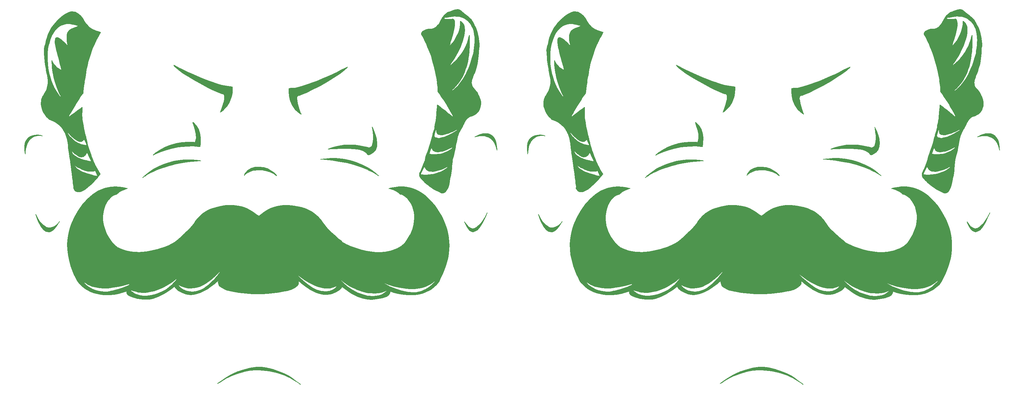
<source format=gbr>
%MOIN*%
%OFA0B0*%
%FSLAX46Y46*%
%IPPOS*%
%LPD*%
%ADD10C,0.0039370078740157488*%
%ADD11C,0.005*%
%ADD22C,0.0039370078740157488*%
%ADD23C,0.005*%
%LPD*%
G01*
D10*
D11*
G36*
X0002187006Y0003218866D02*
X0002226502Y0003213680D01*
X0002240286Y0003211303D01*
X0002222982Y0003210650D01*
X0002222891Y0003210645D01*
X0002185291Y0003207845D01*
X0002185202Y0003207837D01*
X0002150815Y0003204039D01*
X0002109623Y0003199839D01*
X0002109537Y0003199829D01*
X0002065737Y0003193829D01*
X0002065670Y0003193819D01*
X0002007470Y0003184219D01*
X0002007344Y0003184195D01*
X0001960544Y0003173995D01*
X0001960428Y0003173967D01*
X0001938828Y0003168167D01*
X0001938800Y0003168159D01*
X0001900400Y0003157359D01*
X0001900384Y0003157354D01*
X0001858784Y0003145354D01*
X0001858629Y0003145304D01*
X0001807029Y0003126704D01*
X0001806993Y0003126691D01*
X0001779993Y0003116491D01*
X0001779871Y0003116441D01*
X0001740271Y0003099041D01*
X0001740186Y0003099002D01*
X0001713786Y0003086202D01*
X0001713706Y0003086161D01*
X0001690306Y0003073761D01*
X0001690236Y0003073723D01*
X0001677636Y0003066523D01*
X0001677579Y0003066489D01*
X0001666379Y0003059689D01*
X0001666317Y0003059650D01*
X0001655544Y0003052668D01*
X0001640570Y0003043483D01*
X0001640294Y0003043287D01*
X0001633843Y0003038009D01*
X0001627454Y0003034251D01*
X0001627924Y0003034671D01*
X0001629102Y0003035681D01*
X0001629144Y0003035692D01*
X0001629844Y0003036185D01*
X0001631342Y0003037682D01*
X0001636028Y0003041392D01*
X0001636223Y0003041563D01*
X0001644560Y0003049701D01*
X0001682218Y0003081582D01*
X0001719472Y0003108476D01*
X0001748129Y0003126387D01*
X0001795971Y0003151903D01*
X0001841973Y0003172215D01*
X0001902164Y0003191947D01*
X0001960971Y0003206299D01*
X0002032170Y0003217667D01*
X0002071008Y0003220655D01*
X0002119912Y0003222052D01*
X0002149969Y0003222052D01*
X0002187006Y0003218866D01*
X0002187006Y0003218866D01*
G37*
X0002187006Y0003218866D02*
X0002226502Y0003213680D01*
X0002240286Y0003211303D01*
X0002222982Y0003210650D01*
X0002222891Y0003210645D01*
X0002185291Y0003207845D01*
X0002185202Y0003207837D01*
X0002150815Y0003204039D01*
X0002109623Y0003199839D01*
X0002109537Y0003199829D01*
X0002065737Y0003193829D01*
X0002065670Y0003193819D01*
X0002007470Y0003184219D01*
X0002007344Y0003184195D01*
X0001960544Y0003173995D01*
X0001960428Y0003173967D01*
X0001938828Y0003168167D01*
X0001938800Y0003168159D01*
X0001900400Y0003157359D01*
X0001900384Y0003157354D01*
X0001858784Y0003145354D01*
X0001858629Y0003145304D01*
X0001807029Y0003126704D01*
X0001806993Y0003126691D01*
X0001779993Y0003116491D01*
X0001779871Y0003116441D01*
X0001740271Y0003099041D01*
X0001740186Y0003099002D01*
X0001713786Y0003086202D01*
X0001713706Y0003086161D01*
X0001690306Y0003073761D01*
X0001690236Y0003073723D01*
X0001677636Y0003066523D01*
X0001677579Y0003066489D01*
X0001666379Y0003059689D01*
X0001666317Y0003059650D01*
X0001655544Y0003052668D01*
X0001640570Y0003043483D01*
X0001640294Y0003043287D01*
X0001633843Y0003038009D01*
X0001627454Y0003034251D01*
X0001627924Y0003034671D01*
X0001629102Y0003035681D01*
X0001629144Y0003035692D01*
X0001629844Y0003036185D01*
X0001631342Y0003037682D01*
X0001636028Y0003041392D01*
X0001636223Y0003041563D01*
X0001644560Y0003049701D01*
X0001682218Y0003081582D01*
X0001719472Y0003108476D01*
X0001748129Y0003126387D01*
X0001795971Y0003151903D01*
X0001841973Y0003172215D01*
X0001902164Y0003191947D01*
X0001960971Y0003206299D01*
X0002032170Y0003217667D01*
X0002071008Y0003220655D01*
X0002119912Y0003222052D01*
X0002149969Y0003222052D01*
X0002187006Y0003218866D01*
G36*
X0000524061Y0002599995D02*
X0000524154Y0002599832D01*
X0000543554Y0002568632D01*
X0000543852Y0002568243D01*
X0000576252Y0002533643D01*
X0000576635Y0002533309D01*
X0000605835Y0002512709D01*
X0000606590Y0002512348D01*
X0000631790Y0002505148D01*
X0000632406Y0002505053D01*
X0000653606Y0002504453D01*
X0000654298Y0002504531D01*
X0000677698Y0002510531D01*
X0000678201Y0002510720D01*
X0000704801Y0002524120D01*
X0000705322Y0002524470D01*
X0000729122Y0002545270D01*
X0000729401Y0002545557D01*
X0000748801Y0002568957D01*
X0000748888Y0002569068D01*
X0000750037Y0002570625D01*
X0000716862Y0002517048D01*
X0000696044Y0002493454D01*
X0000679576Y0002476594D01*
X0000657348Y0002465285D01*
X0000645543Y0002461801D01*
X0000633567Y0002460091D01*
X0000619350Y0002463164D01*
X0000601899Y0002469175D01*
X0000582625Y0002484555D01*
X0000560292Y0002510841D01*
X0000542059Y0002539380D01*
X0000526765Y0002570565D01*
X0000513433Y0002604192D01*
X0000503060Y0002636908D01*
X0000503046Y0002636951D01*
X0000499918Y0002646225D01*
X0000524061Y0002599995D01*
X0000524061Y0002599995D01*
G37*
X0000524061Y0002599995D02*
X0000524154Y0002599832D01*
X0000543554Y0002568632D01*
X0000543852Y0002568243D01*
X0000576252Y0002533643D01*
X0000576635Y0002533309D01*
X0000605835Y0002512709D01*
X0000606590Y0002512348D01*
X0000631790Y0002505148D01*
X0000632406Y0002505053D01*
X0000653606Y0002504453D01*
X0000654298Y0002504531D01*
X0000677698Y0002510531D01*
X0000678201Y0002510720D01*
X0000704801Y0002524120D01*
X0000705322Y0002524470D01*
X0000729122Y0002545270D01*
X0000729401Y0002545557D01*
X0000748801Y0002568957D01*
X0000748888Y0002569068D01*
X0000750037Y0002570625D01*
X0000716862Y0002517048D01*
X0000696044Y0002493454D01*
X0000679576Y0002476594D01*
X0000657348Y0002465285D01*
X0000645543Y0002461801D01*
X0000633567Y0002460091D01*
X0000619350Y0002463164D01*
X0000601899Y0002469175D01*
X0000582625Y0002484555D01*
X0000560292Y0002510841D01*
X0000542059Y0002539380D01*
X0000526765Y0002570565D01*
X0000513433Y0002604192D01*
X0000503060Y0002636908D01*
X0000503046Y0002636951D01*
X0000499918Y0002646225D01*
X0000524061Y0002599995D01*
G36*
X0000546695Y0003480876D02*
X0000570355Y0003475564D01*
X0000549205Y0003476649D01*
X0000549053Y0003476652D01*
X0000527453Y0003476452D01*
X0000527312Y0003476447D01*
X0000506112Y0003475047D01*
X0000505519Y0003474935D01*
X0000479719Y0003466735D01*
X0000479123Y0003466454D01*
X0000455523Y0003451254D01*
X0000455227Y0003451031D01*
X0000438827Y0003436631D01*
X0000438539Y0003436331D01*
X0000425339Y0003420131D01*
X0000425093Y0003419770D01*
X0000412493Y0003397170D01*
X0000412371Y0003396918D01*
X0000405171Y0003379718D01*
X0000405098Y0003379523D01*
X0000398098Y0003357923D01*
X0000398032Y0003357673D01*
X0000392832Y0003333273D01*
X0000392790Y0003333010D01*
X0000390590Y0003311810D01*
X0000390588Y0003311793D01*
X0000389388Y0003299393D01*
X0000389387Y0003299379D01*
X0000388187Y0003286179D01*
X0000388177Y0003285895D01*
X0000388195Y0003285121D01*
X0000385356Y0003301487D01*
X0000383172Y0003324117D01*
X0000382379Y0003346538D01*
X0000383368Y0003367509D01*
X0000387117Y0003392766D01*
X0000393995Y0003413202D01*
X0000404999Y0003435800D01*
X0000415889Y0003449218D01*
X0000429714Y0003461485D01*
X0000450654Y0003472640D01*
X0000471450Y0003479311D01*
X0000490923Y0003482261D01*
X0000516429Y0003483447D01*
X0000546695Y0003480876D01*
X0000546695Y0003480876D01*
G37*
X0000546695Y0003480876D02*
X0000570355Y0003475564D01*
X0000549205Y0003476649D01*
X0000549053Y0003476652D01*
X0000527453Y0003476452D01*
X0000527312Y0003476447D01*
X0000506112Y0003475047D01*
X0000505519Y0003474935D01*
X0000479719Y0003466735D01*
X0000479123Y0003466454D01*
X0000455523Y0003451254D01*
X0000455227Y0003451031D01*
X0000438827Y0003436631D01*
X0000438539Y0003436331D01*
X0000425339Y0003420131D01*
X0000425093Y0003419770D01*
X0000412493Y0003397170D01*
X0000412371Y0003396918D01*
X0000405171Y0003379718D01*
X0000405098Y0003379523D01*
X0000398098Y0003357923D01*
X0000398032Y0003357673D01*
X0000392832Y0003333273D01*
X0000392790Y0003333010D01*
X0000390590Y0003311810D01*
X0000390588Y0003311793D01*
X0000389388Y0003299393D01*
X0000389387Y0003299379D01*
X0000388187Y0003286179D01*
X0000388177Y0003285895D01*
X0000388195Y0003285121D01*
X0000385356Y0003301487D01*
X0000383172Y0003324117D01*
X0000382379Y0003346538D01*
X0000383368Y0003367509D01*
X0000387117Y0003392766D01*
X0000393995Y0003413202D01*
X0000404999Y0003435800D01*
X0000415889Y0003449218D01*
X0000429714Y0003461485D01*
X0000450654Y0003472640D01*
X0000471450Y0003479311D01*
X0000490923Y0003482261D01*
X0000516429Y0003483447D01*
X0000546695Y0003480876D01*
G36*
X0002929008Y0001026494D02*
X0002998405Y0001009743D01*
X0003063800Y0000989007D01*
X0003122857Y0000963469D01*
X0003164257Y0000944362D01*
X0003204018Y0000918119D01*
X0003247142Y0000884579D01*
X0003247200Y0000884535D01*
X0003279931Y0000860585D01*
X0003289476Y0000852548D01*
X0003289143Y0000852714D01*
X0003244480Y0000883021D01*
X0003244359Y0000883098D01*
X0003182759Y0000919898D01*
X0003182572Y0000920000D01*
X0003120172Y0000950400D01*
X0003119867Y0000950524D01*
X0003035867Y0000978524D01*
X0003035587Y0000978600D01*
X0002958787Y0000994600D01*
X0002958583Y0000994633D01*
X0002893783Y0001002633D01*
X0002893621Y0001002648D01*
X0002852021Y0001005048D01*
X0002851820Y0001005052D01*
X0002816620Y0001004252D01*
X0002816454Y0001004242D01*
X0002762854Y0000999442D01*
X0002762677Y0000999420D01*
X0002708277Y0000990620D01*
X0002707990Y0000990556D01*
X0002629590Y0000968156D01*
X0002629399Y0000968093D01*
X0002565399Y0000944093D01*
X0002565184Y0000944001D01*
X0002509184Y0000916801D01*
X0002509049Y0000916730D01*
X0002465049Y0000891930D01*
X0002464803Y0000891772D01*
X0002435285Y0000870232D01*
X0002417625Y0000859440D01*
X0002454955Y0000888535D01*
X0002503624Y0000922044D01*
X0002560235Y0000955533D01*
X0002623206Y0000984228D01*
X0002685406Y0001005759D01*
X0002757956Y0001024893D01*
X0002826436Y0001033652D01*
X0002878102Y0001033652D01*
X0002929008Y0001026494D01*
X0002929008Y0001026494D01*
G37*
X0002929008Y0001026494D02*
X0002998405Y0001009743D01*
X0003063800Y0000989007D01*
X0003122857Y0000963469D01*
X0003164257Y0000944362D01*
X0003204018Y0000918119D01*
X0003247142Y0000884579D01*
X0003247200Y0000884535D01*
X0003279931Y0000860585D01*
X0003289476Y0000852548D01*
X0003289143Y0000852714D01*
X0003244480Y0000883021D01*
X0003244359Y0000883098D01*
X0003182759Y0000919898D01*
X0003182572Y0000920000D01*
X0003120172Y0000950400D01*
X0003119867Y0000950524D01*
X0003035867Y0000978524D01*
X0003035587Y0000978600D01*
X0002958787Y0000994600D01*
X0002958583Y0000994633D01*
X0002893783Y0001002633D01*
X0002893621Y0001002648D01*
X0002852021Y0001005048D01*
X0002851820Y0001005052D01*
X0002816620Y0001004252D01*
X0002816454Y0001004242D01*
X0002762854Y0000999442D01*
X0002762677Y0000999420D01*
X0002708277Y0000990620D01*
X0002707990Y0000990556D01*
X0002629590Y0000968156D01*
X0002629399Y0000968093D01*
X0002565399Y0000944093D01*
X0002565184Y0000944001D01*
X0002509184Y0000916801D01*
X0002509049Y0000916730D01*
X0002465049Y0000891930D01*
X0002464803Y0000891772D01*
X0002435285Y0000870232D01*
X0002417625Y0000859440D01*
X0002454955Y0000888535D01*
X0002503624Y0000922044D01*
X0002560235Y0000955533D01*
X0002623206Y0000984228D01*
X0002685406Y0001005759D01*
X0002757956Y0001024893D01*
X0002826436Y0001033652D01*
X0002878102Y0001033652D01*
X0002929008Y0001026494D01*
G36*
X0005256964Y0002655902D02*
X0005238398Y0002612781D01*
X0005217459Y0002568511D01*
X0005194177Y0002527916D01*
X0005176352Y0002503556D01*
X0005155688Y0002481711D01*
X0005137545Y0002470591D01*
X0005118856Y0002462999D01*
X0005108775Y0002461879D01*
X0005096885Y0002464143D01*
X0005076012Y0002474579D01*
X0005058448Y0002493900D01*
X0005041252Y0002519397D01*
X0005028177Y0002546736D01*
X0005019867Y0002568700D01*
X0005019830Y0002568848D01*
X0005020277Y0002568252D01*
X0005020311Y0002568208D01*
X0005033457Y0002551476D01*
X0005044808Y0002534749D01*
X0005044970Y0002534535D01*
X0005061770Y0002514735D01*
X0005062290Y0002514272D01*
X0005082090Y0002501072D01*
X0005082962Y0002500706D01*
X0005105762Y0002495906D01*
X0005106597Y0002495873D01*
X0005125197Y0002498273D01*
X0005126105Y0002498575D01*
X0005149505Y0002511775D01*
X0005149872Y0002512027D01*
X0005170872Y0002529427D01*
X0005171092Y0002529633D01*
X0005192692Y0002552433D01*
X0005192853Y0002552621D01*
X0005211453Y0002576621D01*
X0005211578Y0002576799D01*
X0005234378Y0002612199D01*
X0005234505Y0002612419D01*
X0005252505Y0002647819D01*
X0005252537Y0002647884D01*
X0005259975Y0002663617D01*
X0005256964Y0002655902D01*
X0005256964Y0002655902D01*
G37*
X0005256964Y0002655902D02*
X0005238398Y0002612781D01*
X0005217459Y0002568511D01*
X0005194177Y0002527916D01*
X0005176352Y0002503556D01*
X0005155688Y0002481711D01*
X0005137545Y0002470591D01*
X0005118856Y0002462999D01*
X0005108775Y0002461879D01*
X0005096885Y0002464143D01*
X0005076012Y0002474579D01*
X0005058448Y0002493900D01*
X0005041252Y0002519397D01*
X0005028177Y0002546736D01*
X0005019867Y0002568700D01*
X0005019830Y0002568848D01*
X0005020277Y0002568252D01*
X0005020311Y0002568208D01*
X0005033457Y0002551476D01*
X0005044808Y0002534749D01*
X0005044970Y0002534535D01*
X0005061770Y0002514735D01*
X0005062290Y0002514272D01*
X0005082090Y0002501072D01*
X0005082962Y0002500706D01*
X0005105762Y0002495906D01*
X0005106597Y0002495873D01*
X0005125197Y0002498273D01*
X0005126105Y0002498575D01*
X0005149505Y0002511775D01*
X0005149872Y0002512027D01*
X0005170872Y0002529427D01*
X0005171092Y0002529633D01*
X0005192692Y0002552433D01*
X0005192853Y0002552621D01*
X0005211453Y0002576621D01*
X0005211578Y0002576799D01*
X0005234378Y0002612199D01*
X0005234505Y0002612419D01*
X0005252505Y0002647819D01*
X0005252537Y0002647884D01*
X0005259975Y0002663617D01*
X0005256964Y0002655902D01*
G36*
X0005265244Y0003497479D02*
X0005287463Y0003491437D01*
X0005310452Y0003477020D01*
X0005327841Y0003457677D01*
X0005342197Y0003432701D01*
X0005352264Y0003404474D01*
X0005357016Y0003381705D01*
X0005360984Y0003356111D01*
X0005361779Y0003335854D01*
X0005361781Y0003335808D01*
X0005362430Y0003324557D01*
X0005362352Y0003325106D01*
X0005362313Y0003325313D01*
X0005357113Y0003347913D01*
X0005357066Y0003348087D01*
X0005349866Y0003371487D01*
X0005349753Y0003371786D01*
X0005336953Y0003399986D01*
X0005336719Y0003400395D01*
X0005318919Y0003425595D01*
X0005318625Y0003425939D01*
X0005300025Y0003444139D01*
X0005299635Y0003444451D01*
X0005279235Y0003457651D01*
X0005278890Y0003457838D01*
X0005261290Y0003465638D01*
X0005260891Y0003465776D01*
X0005233291Y0003472776D01*
X0005232893Y0003472843D01*
X0005205293Y0003475243D01*
X0005205034Y0003475252D01*
X0005181834Y0003474852D01*
X0005181339Y0003474794D01*
X0005161346Y0003470395D01*
X0005133959Y0003464598D01*
X0005133928Y0003464591D01*
X0005130123Y0003463735D01*
X0005145598Y0003472315D01*
X0005171233Y0003483841D01*
X0005192574Y0003491943D01*
X0005216837Y0003496874D01*
X0005243487Y0003499243D01*
X0005265244Y0003497479D01*
X0005265244Y0003497479D01*
G37*
X0005265244Y0003497479D02*
X0005287463Y0003491437D01*
X0005310452Y0003477020D01*
X0005327841Y0003457677D01*
X0005342197Y0003432701D01*
X0005352264Y0003404474D01*
X0005357016Y0003381705D01*
X0005360984Y0003356111D01*
X0005361779Y0003335854D01*
X0005361781Y0003335808D01*
X0005362430Y0003324557D01*
X0005362352Y0003325106D01*
X0005362313Y0003325313D01*
X0005357113Y0003347913D01*
X0005357066Y0003348087D01*
X0005349866Y0003371487D01*
X0005349753Y0003371786D01*
X0005336953Y0003399986D01*
X0005336719Y0003400395D01*
X0005318919Y0003425595D01*
X0005318625Y0003425939D01*
X0005300025Y0003444139D01*
X0005299635Y0003444451D01*
X0005279235Y0003457651D01*
X0005278890Y0003457838D01*
X0005261290Y0003465638D01*
X0005260891Y0003465776D01*
X0005233291Y0003472776D01*
X0005232893Y0003472843D01*
X0005205293Y0003475243D01*
X0005205034Y0003475252D01*
X0005181834Y0003474852D01*
X0005181339Y0003474794D01*
X0005161346Y0003470395D01*
X0005133959Y0003464598D01*
X0005133928Y0003464591D01*
X0005130123Y0003463735D01*
X0005145598Y0003472315D01*
X0005171233Y0003483841D01*
X0005192574Y0003491943D01*
X0005216837Y0003496874D01*
X0005243487Y0003499243D01*
X0005265244Y0003497479D01*
G36*
X0003694843Y0003233662D02*
X0003751480Y0003226482D01*
X0003812891Y0003214519D01*
X0003871050Y0003197789D01*
X0003949999Y0003165092D01*
X0003997052Y0003139572D01*
X0004040857Y0003114086D01*
X0004081469Y0003081437D01*
X0004107030Y0003059071D01*
X0004107115Y0003059000D01*
X0004114832Y0003052826D01*
X0004093196Y0003066275D01*
X0004093169Y0003066292D01*
X0004054769Y0003089492D01*
X0004054608Y0003089581D01*
X0004002608Y0003115981D01*
X0004002418Y0003116068D01*
X0003925618Y0003147268D01*
X0003925475Y0003147321D01*
X0003856675Y0003170521D01*
X0003856519Y0003170568D01*
X0003781319Y0003190568D01*
X0003781122Y0003190612D01*
X0003697122Y0003205812D01*
X0003697030Y0003205827D01*
X0003624230Y0003216227D01*
X0003624146Y0003216238D01*
X0003557746Y0003223438D01*
X0003557703Y0003223442D01*
X0003522503Y0003226642D01*
X0003522196Y0003226651D01*
X0003503092Y0003226035D01*
X0003551314Y0003232062D01*
X0003611959Y0003236052D01*
X0003655800Y0003236052D01*
X0003694843Y0003233662D01*
X0003694843Y0003233662D01*
G37*
X0003694843Y0003233662D02*
X0003751480Y0003226482D01*
X0003812891Y0003214519D01*
X0003871050Y0003197789D01*
X0003949999Y0003165092D01*
X0003997052Y0003139572D01*
X0004040857Y0003114086D01*
X0004081469Y0003081437D01*
X0004107030Y0003059071D01*
X0004107115Y0003059000D01*
X0004114832Y0003052826D01*
X0004093196Y0003066275D01*
X0004093169Y0003066292D01*
X0004054769Y0003089492D01*
X0004054608Y0003089581D01*
X0004002608Y0003115981D01*
X0004002418Y0003116068D01*
X0003925618Y0003147268D01*
X0003925475Y0003147321D01*
X0003856675Y0003170521D01*
X0003856519Y0003170568D01*
X0003781319Y0003190568D01*
X0003781122Y0003190612D01*
X0003697122Y0003205812D01*
X0003697030Y0003205827D01*
X0003624230Y0003216227D01*
X0003624146Y0003216238D01*
X0003557746Y0003223438D01*
X0003557703Y0003223442D01*
X0003522503Y0003226642D01*
X0003522196Y0003226651D01*
X0003503092Y0003226035D01*
X0003551314Y0003232062D01*
X0003611959Y0003236052D01*
X0003655800Y0003236052D01*
X0003694843Y0003233662D01*
G36*
X0002901763Y0003140093D02*
X0002944507Y0003126637D01*
X0002983375Y0003106013D01*
X0003014268Y0003084625D01*
X0003033125Y0003065769D01*
X0003040663Y0003054210D01*
X0003036337Y0003055941D01*
X0003007019Y0003078920D01*
X0003006388Y0003079280D01*
X0002969588Y0003093680D01*
X0002969385Y0003093750D01*
X0002934185Y0003104150D01*
X0002934042Y0003104187D01*
X0002889242Y0003114587D01*
X0002888726Y0003114652D01*
X0002847926Y0003115452D01*
X0002847613Y0003115438D01*
X0002794813Y0003109838D01*
X0002794319Y0003109735D01*
X0002759119Y0003098535D01*
X0002758733Y0003098375D01*
X0002730733Y0003083975D01*
X0002730386Y0003083759D01*
X0002702386Y0003062959D01*
X0002701607Y0003062000D01*
X0002700181Y0003058912D01*
X0002707658Y0003078848D01*
X0002735122Y0003110236D01*
X0002769695Y0003132237D01*
X0002813828Y0003144058D01*
X0002857366Y0003144850D01*
X0002901763Y0003140093D01*
X0002901763Y0003140093D01*
G37*
X0002901763Y0003140093D02*
X0002944507Y0003126637D01*
X0002983375Y0003106013D01*
X0003014268Y0003084625D01*
X0003033125Y0003065769D01*
X0003040663Y0003054210D01*
X0003036337Y0003055941D01*
X0003007019Y0003078920D01*
X0003006388Y0003079280D01*
X0002969588Y0003093680D01*
X0002969385Y0003093750D01*
X0002934185Y0003104150D01*
X0002934042Y0003104187D01*
X0002889242Y0003114587D01*
X0002888726Y0003114652D01*
X0002847926Y0003115452D01*
X0002847613Y0003115438D01*
X0002794813Y0003109838D01*
X0002794319Y0003109735D01*
X0002759119Y0003098535D01*
X0002758733Y0003098375D01*
X0002730733Y0003083975D01*
X0002730386Y0003083759D01*
X0002702386Y0003062959D01*
X0002701607Y0003062000D01*
X0002700181Y0003058912D01*
X0002707658Y0003078848D01*
X0002735122Y0003110236D01*
X0002769695Y0003132237D01*
X0002813828Y0003144058D01*
X0002857366Y0003144850D01*
X0002901763Y0003140093D01*
G36*
X0002164738Y0003611749D02*
X0002197062Y0003578637D01*
X0002216779Y0003543936D01*
X0002231018Y0003500427D01*
X0002235775Y0003455238D01*
X0002234978Y0003395500D01*
X0002231824Y0003365531D01*
X0002230219Y0003361252D01*
X0002217753Y0003362637D01*
X0002217650Y0003362646D01*
X0002160050Y0003366646D01*
X0002159788Y0003366651D01*
X0002091788Y0003364251D01*
X0002091652Y0003364242D01*
X0002002852Y0003356242D01*
X0002002618Y0003356210D01*
X0001929818Y0003342610D01*
X0001929593Y0003342557D01*
X0001859193Y0003322557D01*
X0001859017Y0003322500D01*
X0001802217Y0003301700D01*
X0001802072Y0003301642D01*
X0001756472Y0003281642D01*
X0001756236Y0003281523D01*
X0001740013Y0003272252D01*
X0001738322Y0003272252D01*
X0001739481Y0003274570D01*
X0001763778Y0003294949D01*
X0001809152Y0003325198D01*
X0001862552Y0003353093D01*
X0001914292Y0003375382D01*
X0001981202Y0003392906D01*
X0002042555Y0003403264D01*
X0002099946Y0003406452D01*
X0002161338Y0003406452D01*
X0002175601Y0003404868D01*
X0002176589Y0003404956D01*
X0002177465Y0003405422D01*
X0002177986Y0003406010D01*
X0002183586Y0003414810D01*
X0002183924Y0003415640D01*
X0002191124Y0003450040D01*
X0002191173Y0003450694D01*
X0002188773Y0003493094D01*
X0002188721Y0003493476D01*
X0002179121Y0003538276D01*
X0002179059Y0003538510D01*
X0002167873Y0003573665D01*
X0002157525Y0003611077D01*
X0002156729Y0003616255D01*
X0002164738Y0003611749D01*
X0002164738Y0003611749D01*
G37*
X0002164738Y0003611749D02*
X0002197062Y0003578637D01*
X0002216779Y0003543936D01*
X0002231018Y0003500427D01*
X0002235775Y0003455238D01*
X0002234978Y0003395500D01*
X0002231824Y0003365531D01*
X0002230219Y0003361252D01*
X0002217753Y0003362637D01*
X0002217650Y0003362646D01*
X0002160050Y0003366646D01*
X0002159788Y0003366651D01*
X0002091788Y0003364251D01*
X0002091652Y0003364242D01*
X0002002852Y0003356242D01*
X0002002618Y0003356210D01*
X0001929818Y0003342610D01*
X0001929593Y0003342557D01*
X0001859193Y0003322557D01*
X0001859017Y0003322500D01*
X0001802217Y0003301700D01*
X0001802072Y0003301642D01*
X0001756472Y0003281642D01*
X0001756236Y0003281523D01*
X0001740013Y0003272252D01*
X0001738322Y0003272252D01*
X0001739481Y0003274570D01*
X0001763778Y0003294949D01*
X0001809152Y0003325198D01*
X0001862552Y0003353093D01*
X0001914292Y0003375382D01*
X0001981202Y0003392906D01*
X0002042555Y0003403264D01*
X0002099946Y0003406452D01*
X0002161338Y0003406452D01*
X0002175601Y0003404868D01*
X0002176589Y0003404956D01*
X0002177465Y0003405422D01*
X0002177986Y0003406010D01*
X0002183586Y0003414810D01*
X0002183924Y0003415640D01*
X0002191124Y0003450040D01*
X0002191173Y0003450694D01*
X0002188773Y0003493094D01*
X0002188721Y0003493476D01*
X0002179121Y0003538276D01*
X0002179059Y0003538510D01*
X0002167873Y0003573665D01*
X0002157525Y0003611077D01*
X0002156729Y0003616255D01*
X0002164738Y0003611749D01*
G36*
X0004047927Y0003564298D02*
X0004048034Y0003564048D01*
X0004067167Y0003525183D01*
X0004083284Y0003479221D01*
X0004093404Y0003440526D01*
X0004096970Y0003398928D01*
X0004094604Y0003363444D01*
X0004081664Y0003325214D01*
X0004060071Y0003300119D01*
X0004034658Y0003285935D01*
X0004034590Y0003285896D01*
X0004016962Y0003275319D01*
X0004008836Y0003273694D01*
X0004002705Y0003274715D01*
X0003995785Y0003280038D01*
X0003990031Y0003289820D01*
X0003989609Y0003290354D01*
X0003974009Y0003305354D01*
X0003973395Y0003305788D01*
X0003951795Y0003316588D01*
X0003951467Y0003316724D01*
X0003922667Y0003326324D01*
X0003922435Y0003326389D01*
X0003893635Y0003332989D01*
X0003893353Y0003333037D01*
X0003844753Y0003338437D01*
X0003844555Y0003338451D01*
X0003806155Y0003339651D01*
X0003755165Y0003341451D01*
X0003755046Y0003341452D01*
X0003706446Y0003340852D01*
X0003706269Y0003340844D01*
X0003655953Y0003336651D01*
X0003617638Y0003336052D01*
X0003617485Y0003336045D01*
X0003586381Y0003333652D01*
X0003584330Y0003333652D01*
X0003599450Y0003341442D01*
X0003640576Y0003355150D01*
X0003678814Y0003364710D01*
X0003716479Y0003371884D01*
X0003751702Y0003376660D01*
X0003791151Y0003378453D01*
X0003834205Y0003379051D01*
X0003867632Y0003376663D01*
X0003905929Y0003371876D01*
X0003944198Y0003365897D01*
X0003972252Y0003359331D01*
X0003995582Y0003352750D01*
X0004011766Y0003347955D01*
X0004013187Y0003347955D01*
X0004029387Y0003352755D01*
X0004030304Y0003353254D01*
X0004042904Y0003364054D01*
X0004043614Y0003365066D01*
X0004050214Y0003382466D01*
X0004050292Y0003382708D01*
X0004057492Y0003409708D01*
X0004057570Y0003410174D01*
X0004059970Y0003443774D01*
X0004059975Y0003444038D01*
X0004058775Y0003478838D01*
X0004058760Y0003479042D01*
X0004054560Y0003515042D01*
X0004054552Y0003515106D01*
X0004049152Y0003552906D01*
X0004049128Y0003553043D01*
X0004046390Y0003566731D01*
X0004046869Y0003567209D01*
X0004047927Y0003564298D01*
X0004047927Y0003564298D01*
G37*
X0004047927Y0003564298D02*
X0004048034Y0003564048D01*
X0004067167Y0003525183D01*
X0004083284Y0003479221D01*
X0004093404Y0003440526D01*
X0004096970Y0003398928D01*
X0004094604Y0003363444D01*
X0004081664Y0003325214D01*
X0004060071Y0003300119D01*
X0004034658Y0003285935D01*
X0004034590Y0003285896D01*
X0004016962Y0003275319D01*
X0004008836Y0003273694D01*
X0004002705Y0003274715D01*
X0003995785Y0003280038D01*
X0003990031Y0003289820D01*
X0003989609Y0003290354D01*
X0003974009Y0003305354D01*
X0003973395Y0003305788D01*
X0003951795Y0003316588D01*
X0003951467Y0003316724D01*
X0003922667Y0003326324D01*
X0003922435Y0003326389D01*
X0003893635Y0003332989D01*
X0003893353Y0003333037D01*
X0003844753Y0003338437D01*
X0003844555Y0003338451D01*
X0003806155Y0003339651D01*
X0003755165Y0003341451D01*
X0003755046Y0003341452D01*
X0003706446Y0003340852D01*
X0003706269Y0003340844D01*
X0003655953Y0003336651D01*
X0003617638Y0003336052D01*
X0003617485Y0003336045D01*
X0003586381Y0003333652D01*
X0003584330Y0003333652D01*
X0003599450Y0003341442D01*
X0003640576Y0003355150D01*
X0003678814Y0003364710D01*
X0003716479Y0003371884D01*
X0003751702Y0003376660D01*
X0003791151Y0003378453D01*
X0003834205Y0003379051D01*
X0003867632Y0003376663D01*
X0003905929Y0003371876D01*
X0003944198Y0003365897D01*
X0003972252Y0003359331D01*
X0003995582Y0003352750D01*
X0004011766Y0003347955D01*
X0004013187Y0003347955D01*
X0004029387Y0003352755D01*
X0004030304Y0003353254D01*
X0004042904Y0003364054D01*
X0004043614Y0003365066D01*
X0004050214Y0003382466D01*
X0004050292Y0003382708D01*
X0004057492Y0003409708D01*
X0004057570Y0003410174D01*
X0004059970Y0003443774D01*
X0004059975Y0003444038D01*
X0004058775Y0003478838D01*
X0004058760Y0003479042D01*
X0004054560Y0003515042D01*
X0004054552Y0003515106D01*
X0004049152Y0003552906D01*
X0004049128Y0003553043D01*
X0004046390Y0003566731D01*
X0004046869Y0003567209D01*
X0004047927Y0003564298D01*
G36*
X0003784211Y0004195237D02*
X0003751064Y0004163668D01*
X0003701666Y0004127018D01*
X0003648155Y0004093475D01*
X0003575391Y0004048697D01*
X0003494686Y0004001552D01*
X0003432359Y0003970388D01*
X0003432305Y0003970361D01*
X0003393131Y0003949575D01*
X0003356439Y0003931229D01*
X0003319722Y0003916063D01*
X0003319692Y0003916050D01*
X0003297387Y0003906491D01*
X0003283404Y0003901830D01*
X0003269338Y0003901048D01*
X0003267977Y0003900552D01*
X0003261577Y0003895752D01*
X0003261055Y0003895223D01*
X0003254655Y0003886423D01*
X0003254194Y0003885250D01*
X0003251794Y0003865250D01*
X0003251829Y0003864442D01*
X0003255814Y0003845315D01*
X0003259803Y0003818189D01*
X0003259858Y0003817921D01*
X0003269458Y0003781121D01*
X0003269509Y0003780951D01*
X0003287109Y0003728951D01*
X0003287140Y0003728862D01*
X0003293540Y0003712062D01*
X0003293682Y0003711755D01*
X0003298177Y0003703515D01*
X0003298177Y0003703103D01*
X0003292125Y0003704112D01*
X0003265515Y0003725244D01*
X0003236968Y0003752204D01*
X0003202881Y0003799768D01*
X0003183857Y0003846535D01*
X0003171961Y0003893326D01*
X0003169578Y0003940981D01*
X0003170376Y0003970485D01*
X0003170377Y0003970552D01*
X0003170377Y0003974589D01*
X0003196867Y0003976859D01*
X0003232843Y0003979258D01*
X0003233247Y0003979318D01*
X0003284447Y0003991318D01*
X0003284573Y0003991351D01*
X0003339773Y0004007351D01*
X0003339901Y0004007392D01*
X0003406301Y0004030592D01*
X0003406361Y0004030614D01*
X0003471961Y0004055414D01*
X0003472096Y0004055469D01*
X0003516848Y0004075448D01*
X0003571199Y0004097029D01*
X0003571317Y0004097079D01*
X0003618517Y0004118679D01*
X0003618569Y0004118703D01*
X0003674569Y0004145903D01*
X0003674610Y0004145924D01*
X0003721775Y0004169906D01*
X0003774539Y0004194689D01*
X0003774641Y0004194740D01*
X0003787019Y0004201255D01*
X0003784211Y0004195237D01*
X0003784211Y0004195237D01*
G37*
X0003784211Y0004195237D02*
X0003751064Y0004163668D01*
X0003701666Y0004127018D01*
X0003648155Y0004093475D01*
X0003575391Y0004048697D01*
X0003494686Y0004001552D01*
X0003432359Y0003970388D01*
X0003432305Y0003970361D01*
X0003393131Y0003949575D01*
X0003356439Y0003931229D01*
X0003319722Y0003916063D01*
X0003319692Y0003916050D01*
X0003297387Y0003906491D01*
X0003283404Y0003901830D01*
X0003269338Y0003901048D01*
X0003267977Y0003900552D01*
X0003261577Y0003895752D01*
X0003261055Y0003895223D01*
X0003254655Y0003886423D01*
X0003254194Y0003885250D01*
X0003251794Y0003865250D01*
X0003251829Y0003864442D01*
X0003255814Y0003845315D01*
X0003259803Y0003818189D01*
X0003259858Y0003817921D01*
X0003269458Y0003781121D01*
X0003269509Y0003780951D01*
X0003287109Y0003728951D01*
X0003287140Y0003728862D01*
X0003293540Y0003712062D01*
X0003293682Y0003711755D01*
X0003298177Y0003703515D01*
X0003298177Y0003703103D01*
X0003292125Y0003704112D01*
X0003265515Y0003725244D01*
X0003236968Y0003752204D01*
X0003202881Y0003799768D01*
X0003183857Y0003846535D01*
X0003171961Y0003893326D01*
X0003169578Y0003940981D01*
X0003170376Y0003970485D01*
X0003170377Y0003970552D01*
X0003170377Y0003974589D01*
X0003196867Y0003976859D01*
X0003232843Y0003979258D01*
X0003233247Y0003979318D01*
X0003284447Y0003991318D01*
X0003284573Y0003991351D01*
X0003339773Y0004007351D01*
X0003339901Y0004007392D01*
X0003406301Y0004030592D01*
X0003406361Y0004030614D01*
X0003471961Y0004055414D01*
X0003472096Y0004055469D01*
X0003516848Y0004075448D01*
X0003571199Y0004097029D01*
X0003571317Y0004097079D01*
X0003618517Y0004118679D01*
X0003618569Y0004118703D01*
X0003674569Y0004145903D01*
X0003674610Y0004145924D01*
X0003721775Y0004169906D01*
X0003774539Y0004194689D01*
X0003774641Y0004194740D01*
X0003787019Y0004201255D01*
X0003784211Y0004195237D01*
G36*
X0001979506Y0004207144D02*
X0002009306Y0004191344D01*
X0002009370Y0004191311D01*
X0002058370Y0004167111D01*
X0002058431Y0004167081D01*
X0002106231Y0004145081D01*
X0002106270Y0004145064D01*
X0002144457Y0004128270D01*
X0002234444Y0004087475D01*
X0002234520Y0004087442D01*
X0002285720Y0004066242D01*
X0002285873Y0004066185D01*
X0002328244Y0004051795D01*
X0002368617Y0004037005D01*
X0002368695Y0004036978D01*
X0002415495Y0004021578D01*
X0002415646Y0004021533D01*
X0002462446Y0004009333D01*
X0002462485Y0004009323D01*
X0002502685Y0003999523D01*
X0002502905Y0003999480D01*
X0002545505Y0003993080D01*
X0002545771Y0003993055D01*
X0002572355Y0003991931D01*
X0002572785Y0003990380D01*
X0002573176Y0003975357D01*
X0002571785Y0003928458D01*
X0002562063Y0003883820D01*
X0002550741Y0003850248D01*
X0002538865Y0003822737D01*
X0002516896Y0003788892D01*
X0002492893Y0003762906D01*
X0002474570Y0003745379D01*
X0002458961Y0003731154D01*
X0002446981Y0003723690D01*
X0002445571Y0003722857D01*
X0002454160Y0003742135D01*
X0002454242Y0003742342D01*
X0002466442Y0003777942D01*
X0002466475Y0003778048D01*
X0002475872Y0003810037D01*
X0002484468Y0003838223D01*
X0002484526Y0003838453D01*
X0002488926Y0003860053D01*
X0002488975Y0003860465D01*
X0002489575Y0003877665D01*
X0002489576Y0003877822D01*
X0002488976Y0003899422D01*
X0002488761Y0003900368D01*
X0002483961Y0003911168D01*
X0002483002Y0003912272D01*
X0002476602Y0003916272D01*
X0002475610Y0003916630D01*
X0002465337Y0003918013D01*
X0002454843Y0003920539D01*
X0002399282Y0003943042D01*
X0002345401Y0003968586D01*
X0002288861Y0003998754D01*
X0002236677Y0004027145D01*
X0002169121Y0004064321D01*
X0002107998Y0004100875D01*
X0002054082Y0004135820D01*
X0002009775Y0004167355D01*
X0001984722Y0004187039D01*
X0001967213Y0004203950D01*
X0001967202Y0004203962D01*
X0001958918Y0004211861D01*
X0001955528Y0004218640D01*
X0001954849Y0004220094D01*
X0001954876Y0004220133D01*
X0001979506Y0004207144D01*
X0001979506Y0004207144D01*
G37*
X0001979506Y0004207144D02*
X0002009306Y0004191344D01*
X0002009370Y0004191311D01*
X0002058370Y0004167111D01*
X0002058431Y0004167081D01*
X0002106231Y0004145081D01*
X0002106270Y0004145064D01*
X0002144457Y0004128270D01*
X0002234444Y0004087475D01*
X0002234520Y0004087442D01*
X0002285720Y0004066242D01*
X0002285873Y0004066185D01*
X0002328244Y0004051795D01*
X0002368617Y0004037005D01*
X0002368695Y0004036978D01*
X0002415495Y0004021578D01*
X0002415646Y0004021533D01*
X0002462446Y0004009333D01*
X0002462485Y0004009323D01*
X0002502685Y0003999523D01*
X0002502905Y0003999480D01*
X0002545505Y0003993080D01*
X0002545771Y0003993055D01*
X0002572355Y0003991931D01*
X0002572785Y0003990380D01*
X0002573176Y0003975357D01*
X0002571785Y0003928458D01*
X0002562063Y0003883820D01*
X0002550741Y0003850248D01*
X0002538865Y0003822737D01*
X0002516896Y0003788892D01*
X0002492893Y0003762906D01*
X0002474570Y0003745379D01*
X0002458961Y0003731154D01*
X0002446981Y0003723690D01*
X0002445571Y0003722857D01*
X0002454160Y0003742135D01*
X0002454242Y0003742342D01*
X0002466442Y0003777942D01*
X0002466475Y0003778048D01*
X0002475872Y0003810037D01*
X0002484468Y0003838223D01*
X0002484526Y0003838453D01*
X0002488926Y0003860053D01*
X0002488975Y0003860465D01*
X0002489575Y0003877665D01*
X0002489576Y0003877822D01*
X0002488976Y0003899422D01*
X0002488761Y0003900368D01*
X0002483961Y0003911168D01*
X0002483002Y0003912272D01*
X0002476602Y0003916272D01*
X0002475610Y0003916630D01*
X0002465337Y0003918013D01*
X0002454843Y0003920539D01*
X0002399282Y0003943042D01*
X0002345401Y0003968586D01*
X0002288861Y0003998754D01*
X0002236677Y0004027145D01*
X0002169121Y0004064321D01*
X0002107998Y0004100875D01*
X0002054082Y0004135820D01*
X0002009775Y0004167355D01*
X0001984722Y0004187039D01*
X0001967213Y0004203950D01*
X0001967202Y0004203962D01*
X0001958918Y0004211861D01*
X0001955528Y0004218640D01*
X0001954849Y0004220094D01*
X0001954876Y0004220133D01*
X0001979506Y0004207144D01*
G36*
X0001414104Y0002931475D02*
X0001457697Y0002921920D01*
X0001466191Y0002919728D01*
X0001455790Y0002916756D01*
X0001455402Y0002916609D01*
X0001451305Y0002914659D01*
X0001440012Y0002910498D01*
X0001439948Y0002910473D01*
X0001427948Y0002905673D01*
X0001427880Y0002905645D01*
X0001414080Y0002899645D01*
X0001414061Y0002899637D01*
X0001403261Y0002894837D01*
X0001402961Y0002894678D01*
X0001390361Y0002886878D01*
X0001390325Y0002886855D01*
X0001373525Y0002876055D01*
X0001373348Y0002875930D01*
X0001360148Y0002865730D01*
X0001359909Y0002865520D01*
X0001353162Y0002858773D01*
X0001339377Y0002854752D01*
X0001339199Y0002854693D01*
X0001319999Y0002847493D01*
X0001319419Y0002847183D01*
X0001296019Y0002830383D01*
X0001295678Y0002830089D01*
X0001267878Y0002801289D01*
X0001267593Y0002800934D01*
X0001254193Y0002780734D01*
X0001254096Y0002780576D01*
X0001233896Y0002744576D01*
X0001233757Y0002744284D01*
X0001222357Y0002715884D01*
X0001222240Y0002715510D01*
X0001212440Y0002672710D01*
X0001212394Y0002672442D01*
X0001207394Y0002629642D01*
X0001207378Y0002629438D01*
X0001206578Y0002606038D01*
X0001206577Y0002605952D01*
X0001206577Y0002587952D01*
X0001206586Y0002587738D01*
X0001208786Y0002562138D01*
X0001208817Y0002561906D01*
X0001214617Y0002529906D01*
X0001214685Y0002529623D01*
X0001224685Y0002496823D01*
X0001224710Y0002496747D01*
X0001234510Y0002467947D01*
X0001234600Y0002467719D01*
X0001246400Y0002441719D01*
X0001246461Y0002441594D01*
X0001264861Y0002406394D01*
X0001264984Y0002406184D01*
X0001288784Y0002369784D01*
X0001288978Y0002369525D01*
X0001310578Y0002344325D01*
X0001310625Y0002344272D01*
X0001332225Y0002320472D01*
X0001332586Y0002320145D01*
X0001360586Y0002299345D01*
X0001360983Y0002299104D01*
X0001390583Y0002284704D01*
X0001390701Y0002284651D01*
X0001422301Y0002271251D01*
X0001422561Y0002271157D01*
X0001451361Y0002262557D01*
X0001451461Y0002262529D01*
X0001486861Y0002253529D01*
X0001487174Y0002253471D01*
X0001528174Y0002248471D01*
X0001528300Y0002248459D01*
X0001559300Y0002246259D01*
X0001559384Y0002246254D01*
X0001586384Y0002245254D01*
X0001586570Y0002245254D01*
X0001623970Y0002246654D01*
X0001624187Y0002246672D01*
X0001664187Y0002251672D01*
X0001664261Y0002251682D01*
X0001715661Y0002259682D01*
X0001715860Y0002259721D01*
X0001789260Y0002277321D01*
X0001789395Y0002277358D01*
X0001819395Y0002286358D01*
X0001819464Y0002286379D01*
X0001864064Y0002301180D01*
X0001864250Y0002301249D01*
X0001901650Y0002317049D01*
X0001901806Y0002317122D01*
X0001947206Y0002340122D01*
X0001947384Y0002340221D01*
X0001968584Y0002353221D01*
X0001968894Y0002353446D01*
X0002007094Y0002385846D01*
X0002007095Y0002385847D01*
X0002036295Y0002410647D01*
X0002036428Y0002410769D01*
X0002069812Y0002443552D01*
X0002123396Y0002494338D01*
X0002123577Y0002494528D01*
X0002145977Y0002520728D01*
X0002162576Y0002540127D01*
X0002162740Y0002540341D01*
X0002173140Y0002555541D01*
X0002173207Y0002555645D01*
X0002183955Y0002573159D01*
X0002202186Y0002598128D01*
X0002231821Y0002628160D01*
X0002259405Y0002653959D01*
X0002296131Y0002676789D01*
X0002334125Y0002697277D01*
X0002372668Y0002712178D01*
X0002421430Y0002725911D01*
X0002466273Y0002733684D01*
X0002505329Y0002739462D01*
X0002545132Y0002741652D01*
X0002581330Y0002741254D01*
X0002631840Y0002735885D01*
X0002683742Y0002722959D01*
X0002727611Y0002706880D01*
X0002773173Y0002680418D01*
X0002803270Y0002661084D01*
X0002830205Y0002641731D01*
X0002842369Y0002632758D01*
X0002848546Y0002627975D01*
X0002849436Y0002627536D01*
X0002850427Y0002627477D01*
X0002851638Y0002628000D01*
X0002865574Y0002639149D01*
X0002910455Y0002670466D01*
X0002953471Y0002697351D01*
X0002990963Y0002714807D01*
X0003046798Y0002731300D01*
X0003108288Y0002739458D01*
X0003166785Y0002741647D01*
X0003222290Y0002735480D01*
X0003257781Y0002728302D01*
X0003257799Y0002728298D01*
X0003294660Y0002721125D01*
X0003338831Y0002707198D01*
X0003375176Y0002692501D01*
X0003409171Y0002672819D01*
X0003436786Y0002654939D01*
X0003477108Y0002620973D01*
X0003506884Y0002586036D01*
X0003529006Y0002553351D01*
X0003529093Y0002553231D01*
X0003551493Y0002524031D01*
X0003551564Y0002523942D01*
X0003578164Y0002492342D01*
X0003578344Y0002492150D01*
X0003609739Y0002461955D01*
X0003631334Y0002440960D01*
X0003631425Y0002440875D01*
X0003658006Y0002417492D01*
X0003688988Y0002389109D01*
X0003689136Y0002388983D01*
X0003718459Y0002366043D01*
X0003737587Y0002348509D01*
X0003738170Y0002348111D01*
X0003769770Y0002332511D01*
X0003818762Y0002308114D01*
X0003819074Y0002307984D01*
X0003868074Y0002291384D01*
X0003868126Y0002291367D01*
X0003928526Y0002272367D01*
X0003928686Y0002272323D01*
X0003958286Y0002265123D01*
X0003958336Y0002265111D01*
X0003986336Y0002258911D01*
X0003986509Y0002258879D01*
X0004032309Y0002252079D01*
X0004032389Y0002252069D01*
X0004085989Y0002245869D01*
X0004086216Y0002245853D01*
X0004127616Y0002244853D01*
X0004127864Y0002244859D01*
X0004181064Y0002248859D01*
X0004181361Y0002248900D01*
X0004245161Y0002261500D01*
X0004245487Y0002261587D01*
X0004308487Y0002283187D01*
X0004308966Y0002283410D01*
X0004356166Y0002311810D01*
X0004356549Y0002312094D01*
X0004392549Y0002344494D01*
X0004392947Y0002344951D01*
X0004423147Y0002389551D01*
X0004423241Y0002389701D01*
X0004447641Y0002431901D01*
X0004447786Y0002432194D01*
X0004471186Y0002488594D01*
X0004471248Y0002488762D01*
X0004479648Y0002513962D01*
X0004479702Y0002514146D01*
X0004486102Y0002539746D01*
X0004486154Y0002540016D01*
X0004490554Y0002572416D01*
X0004490564Y0002572498D01*
X0004493364Y0002599898D01*
X0004493375Y0002600060D01*
X0004493775Y0002610860D01*
X0004493773Y0002611089D01*
X0004492373Y0002636689D01*
X0004492357Y0002636866D01*
X0004488357Y0002668466D01*
X0004488302Y0002668757D01*
X0004473502Y0002728157D01*
X0004473322Y0002728652D01*
X0004458522Y0002758852D01*
X0004458397Y0002759077D01*
X0004444397Y0002781477D01*
X0004444289Y0002781636D01*
X0004424089Y0002809036D01*
X0004423775Y0002809386D01*
X0004399375Y0002831986D01*
X0004399006Y0002832269D01*
X0004374806Y0002847469D01*
X0004374473Y0002847645D01*
X0004354673Y0002856245D01*
X0004353907Y0002856442D01*
X0004343977Y0002857361D01*
X0004329608Y0002871156D01*
X0004329305Y0002871404D01*
X0004306905Y0002887004D01*
X0004306595Y0002887188D01*
X0004284995Y0002897988D01*
X0004284894Y0002898036D01*
X0004264694Y0002907036D01*
X0004264320Y0002907168D01*
X0004230520Y0002916168D01*
X0004230511Y0002916170D01*
X0004224155Y0002917838D01*
X0004241675Y0002923121D01*
X0004290431Y0002932475D01*
X0004328038Y0002936056D01*
X0004356720Y0002937052D01*
X0004380498Y0002937052D01*
X0004422013Y0002931093D01*
X0004454185Y0002923547D01*
X0004493189Y0002910214D01*
X0004529784Y0002894900D01*
X0004570865Y0002872076D01*
X0004606244Y0002843058D01*
X0004639953Y0002812540D01*
X0004677608Y0002774886D01*
X0004705297Y0002740025D01*
X0004728633Y0002708910D01*
X0004750548Y0002675839D01*
X0004778053Y0002627805D01*
X0004798582Y0002583357D01*
X0004821926Y0002525895D01*
X0004835861Y0002482896D01*
X0004845223Y0002440470D01*
X0004852001Y0002401394D01*
X0004856980Y0002358383D01*
X0004857775Y0002318987D01*
X0004855581Y0002273100D01*
X0004852791Y0002233643D01*
X0004845227Y0002187461D01*
X0004830275Y0002128254D01*
X0004812929Y0002076215D01*
X0004789587Y0002018158D01*
X0004763821Y0001964231D01*
X0004751494Y0001938455D01*
X0004751276Y0001938478D01*
X0004750325Y0001938193D01*
X0004749560Y0001937561D01*
X0004749123Y0001936751D01*
X0004748029Y0001933332D01*
X0004726850Y0001905877D01*
X0004691086Y0001874882D01*
X0004661697Y0001851848D01*
X0004626786Y0001832805D01*
X0004583916Y0001814545D01*
X0004525064Y0001801821D01*
X0004491659Y0001797844D01*
X0004463033Y0001796254D01*
X0004424799Y0001797050D01*
X0004383392Y0001800235D01*
X0004333978Y0001809002D01*
X0004275757Y0001822561D01*
X0004239867Y0001834524D01*
X0004238882Y0001834645D01*
X0004237928Y0001834373D01*
X0004237154Y0001833751D01*
X0004236684Y0001832877D01*
X0004236577Y0001832152D01*
X0004236577Y0001826128D01*
X0004230457Y0001806240D01*
X0004219008Y0001794028D01*
X0004201105Y0001780795D01*
X0004152040Y0001764176D01*
X0004093106Y0001753026D01*
X0004043001Y0001747459D01*
X0003996212Y0001749838D01*
X0003949376Y0001760158D01*
X0003888072Y0001782450D01*
X0003829939Y0001811915D01*
X0003796521Y0001834194D01*
X0003732577Y0001882152D01*
X0003731680Y0001882578D01*
X0003730689Y0001882622D01*
X0003729759Y0001882277D01*
X0003728943Y0001881456D01*
X0003720299Y0001867310D01*
X0003699963Y0001846975D01*
X0003665188Y0001828006D01*
X0003618323Y0001808148D01*
X0003577237Y0001799457D01*
X0003532173Y0001800247D01*
X0003489417Y0001809749D01*
X0003449674Y0001825646D01*
X0003395517Y0001851132D01*
X0003343773Y0001886158D01*
X0003303909Y0001918847D01*
X0003270354Y0001949206D01*
X0003269501Y0001949713D01*
X0003268517Y0001949847D01*
X0003267559Y0001949589D01*
X0003266777Y0001948978D01*
X0003266294Y0001948111D01*
X0003266187Y0001947124D01*
X0003266282Y0001946634D01*
X0003270962Y0001931034D01*
X0003270206Y0001912129D01*
X0003258009Y0001893072D01*
X0003228157Y0001870290D01*
X0003195761Y0001854487D01*
X0003153665Y0001841779D01*
X0003110590Y0001833004D01*
X0003061086Y0001823423D01*
X0003002820Y0001816240D01*
X0002945310Y0001811447D01*
X0002881414Y0001808252D01*
X0002842292Y0001808252D01*
X0002782391Y0001809051D01*
X0002713502Y0001814442D01*
X0002641637Y0001821828D01*
X0002569774Y0001835402D01*
X0002508496Y0001848733D01*
X0002471436Y0001866569D01*
X0002447794Y0001879966D01*
X0002437434Y0001890131D01*
X0002431934Y0001895630D01*
X0002426110Y0001918925D01*
X0002423275Y0001931781D01*
X0002424626Y0001935498D01*
X0002424676Y0001935649D01*
X0002427554Y0001945462D01*
X0002427639Y0001946451D01*
X0002427332Y0001947395D01*
X0002426683Y0001948145D01*
X0002425792Y0001948583D01*
X0002424802Y0001948641D01*
X0002423504Y0001948043D01*
X0002386480Y0001915478D01*
X0002341023Y0001879989D01*
X0002307982Y0001858492D01*
X0002270340Y0001837381D01*
X0002234550Y0001820878D01*
X0002193427Y0001806971D01*
X0002164940Y0001801235D01*
X0002134250Y0001799057D01*
X0002110595Y0001800239D01*
X0002084994Y0001805557D01*
X0002060818Y0001815068D01*
X0002030951Y0001827613D01*
X0002004258Y0001841849D01*
X0001981583Y0001859989D01*
X0001969263Y0001873257D01*
X0001968359Y0001880848D01*
X0001968049Y0001881790D01*
X0001967396Y0001882538D01*
X0001966337Y0001883009D01*
X0001963137Y0001883609D01*
X0001962145Y0001883595D01*
X0001961142Y0001883126D01*
X0001957581Y0001880356D01*
X0001923028Y0001855590D01*
X0001896103Y0001836443D01*
X0001864782Y0001817491D01*
X0001864733Y0001817461D01*
X0001842248Y0001803134D01*
X0001797057Y0001780837D01*
X0001770227Y0001770105D01*
X0001735240Y0001758774D01*
X0001700122Y0001751631D01*
X0001674172Y0001749452D01*
X0001651933Y0001749452D01*
X0001629877Y0001750446D01*
X0001607620Y0001753029D01*
X0001574362Y0001758406D01*
X0001539554Y0001766561D01*
X0001508783Y0001776686D01*
X0001486936Y0001786527D01*
X0001470113Y0001798709D01*
X0001460289Y0001813634D01*
X0001459377Y0001821301D01*
X0001459377Y0001831152D01*
X0001459280Y0001831839D01*
X0001458880Y0001833239D01*
X0001458424Y0001834120D01*
X0001457660Y0001834754D01*
X0001456710Y0001835041D01*
X0001455492Y0001834850D01*
X0001443054Y0001829520D01*
X0001376714Y0001811590D01*
X0001324755Y0001801636D01*
X0001278149Y0001798449D01*
X0001242700Y0001797254D01*
X0001220014Y0001798449D01*
X0001188591Y0001800238D01*
X0001156402Y0001806597D01*
X0001114401Y0001816350D01*
X0001076344Y0001830622D01*
X0001021461Y0001862040D01*
X0000992322Y0001884241D01*
X0000958924Y0001917441D01*
X0000955077Y0001922075D01*
X0001007733Y0001922075D01*
X0001007952Y0001921108D01*
X0001008392Y0001920442D01*
X0001012236Y0001916260D01*
X0001012436Y0001916066D01*
X0001027836Y0001902666D01*
X0001027942Y0001902579D01*
X0001049542Y0001885779D01*
X0001049681Y0001885678D01*
X0001071681Y0001870878D01*
X0001071905Y0001870744D01*
X0001094905Y0001858544D01*
X0001095131Y0001858438D01*
X0001118131Y0001849038D01*
X0001118214Y0001849006D01*
X0001141614Y0001840406D01*
X0001141952Y0001840308D01*
X0001168952Y0001834508D01*
X0001169053Y0001834488D01*
X0001194653Y0001830088D01*
X0001194925Y0001830057D01*
X0001217925Y0001828657D01*
X0001218077Y0001828652D01*
X0001244477Y0001828652D01*
X0001244777Y0001828670D01*
X0001277777Y0001832670D01*
X0001277953Y0001832698D01*
X0001320153Y0001840898D01*
X0001320365Y0001840949D01*
X0001338884Y0001846255D01*
X0001497595Y0001846255D01*
X0001497673Y0001845265D01*
X0001498247Y0001844249D01*
X0001509047Y0001832649D01*
X0001509403Y0001832333D01*
X0001531603Y0001816133D01*
X0001531984Y0001815904D01*
X0001560784Y0001801904D01*
X0001561180Y0001801751D01*
X0001593580Y0001792351D01*
X0001593872Y0001792285D01*
X0001632872Y0001785885D01*
X0001633178Y0001785854D01*
X0001668778Y0001784454D01*
X0001669200Y0001784473D01*
X0001715200Y0001790473D01*
X0001715415Y0001790511D01*
X0001759815Y0001800311D01*
X0001760147Y0001800409D01*
X0001796747Y0001814009D01*
X0001796854Y0001814051D01*
X0001827454Y0001827051D01*
X0001827696Y0001827170D01*
X0001872096Y0001851970D01*
X0001872317Y0001852109D01*
X0001903517Y0001874109D01*
X0001903677Y0001874232D01*
X0001930077Y0001896232D01*
X0001930237Y0001896377D01*
X0001932823Y0001898942D01*
X0002003385Y0001898942D01*
X0002003797Y0001897765D01*
X0002009797Y0001888765D01*
X0002010006Y0001888494D01*
X0002025606Y0001870894D01*
X0002025894Y0001870617D01*
X0002039094Y0001859817D01*
X0002039488Y0001859553D01*
X0002056888Y0001850153D01*
X0002057106Y0001850048D01*
X0002085106Y0001838248D01*
X0002085560Y0001838106D01*
X0002121560Y0001830506D01*
X0002121915Y0001830457D01*
X0002149715Y0001828657D01*
X0002150017Y0001828656D01*
X0002182017Y0001830456D01*
X0002182417Y0001830511D01*
X0002210417Y0001836711D01*
X0002210744Y0001836807D01*
X0002239944Y0001847607D01*
X0002240249Y0001847744D01*
X0002272649Y0001864944D01*
X0002272911Y0001865105D01*
X0002304311Y0001887105D01*
X0002304462Y0001887220D01*
X0002335662Y0001912820D01*
X0002335807Y0001912947D01*
X0002374407Y0001949947D01*
X0002374582Y0001950134D01*
X0002399382Y0001979334D01*
X0002399429Y0001979391D01*
X0002414629Y0001998390D01*
X0002414697Y0001998479D01*
X0002419587Y0002005186D01*
X0003254000Y0002005186D01*
X0003254226Y0002004220D01*
X0003254757Y0002003469D01*
X0003278135Y0001980759D01*
X0003278220Y0001980680D01*
X0003319820Y0001943880D01*
X0003319927Y0001943791D01*
X0003369527Y0001904591D01*
X0003369641Y0001904506D01*
X0003415241Y0001872506D01*
X0003415514Y0001872339D01*
X0003462714Y0001847539D01*
X0003463216Y0001847341D01*
X0003512816Y0001833741D01*
X0003513254Y0001833662D01*
X0003558054Y0001829662D01*
X0003558593Y0001829672D01*
X0003596193Y0001834472D01*
X0003596861Y0001834654D01*
X0003636061Y0001851454D01*
X0003636424Y0001851647D01*
X0003656424Y0001864447D01*
X0003656909Y0001864851D01*
X0003677709Y0001887251D01*
X0003678226Y0001888098D01*
X0003678373Y0001889079D01*
X0003678092Y0001890110D01*
X0003676476Y0001893204D01*
X0003675851Y0001893975D01*
X0003674976Y0001894442D01*
X0003673987Y0001894532D01*
X0003673058Y0001894239D01*
X0003662766Y0001888594D01*
X0003636079Y0001876734D01*
X0003602912Y0001869034D01*
X0003575051Y0001867256D01*
X0003547734Y0001868443D01*
X0003511437Y0001874394D01*
X0003473227Y0001885737D01*
X0003441031Y0001896469D01*
X0003380691Y0001926341D01*
X0003347734Y0001946696D01*
X0003719030Y0001946696D01*
X0003719627Y0001945492D01*
X0003739618Y0001923280D01*
X0003739844Y0001923059D01*
X0003780644Y0001887859D01*
X0003780824Y0001887718D01*
X0003831224Y0001851718D01*
X0003831502Y0001851546D01*
X0003893102Y0001818746D01*
X0003893419Y0001818604D01*
X0003943819Y0001800204D01*
X0003944062Y0001800129D01*
X0004000862Y0001785729D01*
X0004001231Y0001785664D01*
X0004058031Y0001780064D01*
X0004058605Y0001780074D01*
X0004113005Y0001787274D01*
X0004113502Y0001787393D01*
X0004145502Y0001798593D01*
X0004145869Y0001798755D01*
X0004173869Y0001813955D01*
X0004174277Y0001814232D01*
X0004198277Y0001834232D01*
X0004198898Y0001835006D01*
X0004199169Y0001835960D01*
X0004198959Y0001837173D01*
X0004197716Y0001839952D01*
X0004197139Y0001840759D01*
X0004196293Y0001841278D01*
X0004195312Y0001841428D01*
X0004194316Y0001841167D01*
X0004186134Y0001837076D01*
X0004150448Y0001825776D01*
X0004118288Y0001819225D01*
X0004107901Y0001818070D01*
X0004107747Y0001818048D01*
X0004097421Y0001816245D01*
X0004089197Y0001815984D01*
X0004089001Y0001815970D01*
X0004086138Y0001815652D01*
X0004078777Y0001815652D01*
X0004078697Y0001815651D01*
X0004059913Y0001815055D01*
X0004042979Y0001816087D01*
X0004042921Y0001816090D01*
X0004022871Y0001816847D01*
X0004014851Y0001817798D01*
X0004014708Y0001817811D01*
X0004010979Y0001818038D01*
X0004007656Y0001818647D01*
X0004007500Y0001818670D01*
X0003987729Y0001821016D01*
X0003940060Y0001832933D01*
X0003929173Y0001837416D01*
X0003928928Y0001837502D01*
X0003922123Y0001839509D01*
X0003902931Y0001847694D01*
X0003902741Y0001847766D01*
X0003884392Y0001853882D01*
X0003864776Y0001862799D01*
X0003840839Y0001875366D01*
X0003840795Y0001875388D01*
X0003820429Y0001885571D01*
X0003797200Y0001898079D01*
X0003772849Y0001915438D01*
X0004174559Y0001915438D01*
X0004174786Y0001914472D01*
X0004175371Y0001913671D01*
X0004175838Y0001913333D01*
X0004181857Y0001909970D01*
X0004181973Y0001909909D01*
X0004230773Y0001885909D01*
X0004230921Y0001885842D01*
X0004300521Y0001857042D01*
X0004300747Y0001856961D01*
X0004347947Y0001842561D01*
X0004347978Y0001842552D01*
X0004391978Y0001829752D01*
X0004392257Y0001829688D01*
X0004429857Y0001823288D01*
X0004430105Y0001823258D01*
X0004476505Y0001820058D01*
X0004476859Y0001820059D01*
X0004509659Y0001822459D01*
X0004510034Y0001822515D01*
X0004566034Y0001835315D01*
X0004566475Y0001835460D01*
X0004616075Y0001857060D01*
X0004616442Y0001857258D01*
X0004653242Y0001881258D01*
X0004653546Y0001881492D01*
X0004684746Y0001909492D01*
X0004684872Y0001909613D01*
X0004709672Y0001935213D01*
X0004710289Y0001936294D01*
X0004712689Y0001945094D01*
X0004712754Y0001946085D01*
X0004712430Y0001947022D01*
X0004711766Y0001947760D01*
X0004711161Y0001948091D01*
X0004710875Y0001948199D01*
X0004709895Y0001948359D01*
X0004708931Y0001948125D01*
X0004708384Y0001947776D01*
X0004681196Y0001924973D01*
X0004655005Y0001908306D01*
X0004628799Y0001894012D01*
X0004598465Y0001881522D01*
X0004563872Y0001871979D01*
X0004542484Y0001867226D01*
X0004492922Y0001862449D01*
X0004449329Y0001861255D01*
X0004406361Y0001864238D01*
X0004323760Y0001877407D01*
X0004275334Y0001888766D01*
X0004213695Y0001907916D01*
X0004179216Y0001921121D01*
X0004178237Y0001921285D01*
X0004177272Y0001921055D01*
X0004176472Y0001920468D01*
X0004175990Y0001919687D01*
X0004174726Y0001916417D01*
X0004174559Y0001915438D01*
X0003772849Y0001915438D01*
X0003736833Y0001941113D01*
X0003724930Y0001951601D01*
X0003724070Y0001952096D01*
X0003723085Y0001952217D01*
X0003722131Y0001951946D01*
X0003721229Y0001951159D01*
X0003719437Y0001948598D01*
X0003719041Y0001947689D01*
X0003719030Y0001946696D01*
X0003347734Y0001946696D01*
X0003340076Y0001951427D01*
X0003290357Y0001987967D01*
X0003290353Y0001987970D01*
X0003265836Y0002005909D01*
X0003260995Y0002010105D01*
X0003260131Y0002010593D01*
X0003259145Y0002010707D01*
X0003258192Y0002010428D01*
X0003257561Y0002009954D01*
X0003254702Y0002007000D01*
X0003254168Y0002006165D01*
X0003254000Y0002005186D01*
X0002419587Y0002005186D01*
X0002428614Y0002017566D01*
X0002443883Y0002034223D01*
X0002446044Y0002036385D01*
X0002446593Y0002037212D01*
X0002446776Y0002038187D01*
X0002446566Y0002039157D01*
X0002445995Y0002039968D01*
X0002445153Y0002040494D01*
X0002444277Y0002040652D01*
X0002438677Y0002040652D01*
X0002438297Y0002040623D01*
X0002435546Y0002040201D01*
X0002434614Y0002039858D01*
X0002433959Y0002039273D01*
X0002427013Y0002030427D01*
X0002410931Y0002014742D01*
X0002410909Y0002014720D01*
X0002383599Y0001987410D01*
X0002367497Y0001974290D01*
X0002367340Y0001974151D01*
X0002355868Y0001963075D01*
X0002341613Y0001952779D01*
X0002341589Y0001952761D01*
X0002330789Y0001944761D01*
X0002330691Y0001944685D01*
X0002320808Y0001936581D01*
X0002303334Y0001925461D01*
X0002303324Y0001925454D01*
X0002286001Y0001914304D01*
X0002254560Y0001897191D01*
X0002237070Y0001889241D01*
X0002217085Y0001880732D01*
X0002189564Y0001874001D01*
X0002164550Y0001869633D01*
X0002133232Y0001866858D01*
X0002106996Y0001868239D01*
X0002079092Y0001873978D01*
X0002046384Y0001883890D01*
X0002023156Y0001895007D01*
X0002023011Y0001895071D01*
X0002009611Y0001900471D01*
X0002009517Y0001900507D01*
X0002006717Y0001901507D01*
X0002005735Y0001901648D01*
X0002004775Y0001901397D01*
X0002003989Y0001900791D01*
X0002003500Y0001899928D01*
X0002003385Y0001898942D01*
X0001932823Y0001898942D01*
X0001954237Y0001920177D01*
X0001954369Y0001920319D01*
X0001974569Y0001943719D01*
X0001974694Y0001943876D01*
X0001990494Y0001965476D01*
X0001990525Y0001965519D01*
X0001992117Y0001967793D01*
X0001992514Y0001968703D01*
X0001992525Y0001969695D01*
X0001992149Y0001970614D01*
X0001991446Y0001971314D01*
X0001990525Y0001971685D01*
X0001989689Y0001971698D01*
X0001985710Y0001971087D01*
X0001984505Y0001970549D01*
X0001949378Y0001941756D01*
X0001908124Y0001913656D01*
X0001868661Y0001889739D01*
X0001832207Y0001871213D01*
X0001783183Y0001849690D01*
X0001746833Y0001837772D01*
X0001706189Y0001829404D01*
X0001678130Y0001824031D01*
X0001651366Y0001821652D01*
X0001618623Y0001821652D01*
X0001601666Y0001823647D01*
X0001600677Y0001823565D01*
X0001599874Y0001823145D01*
X0001583905Y0001825734D01*
X0001583797Y0001825749D01*
X0001569344Y0001827450D01*
X0001569248Y0001827736D01*
X0001568753Y0001828596D01*
X0001567962Y0001829195D01*
X0001567463Y0001829372D01*
X0001551698Y0001833174D01*
X0001522336Y0001841164D01*
X0001504682Y0001846068D01*
X0001501380Y0001848085D01*
X0001500448Y0001848425D01*
X0001499457Y0001848374D01*
X0001498563Y0001847942D01*
X0001497908Y0001847196D01*
X0001497595Y0001846255D01*
X0001338884Y0001846255D01*
X0001355965Y0001851149D01*
X0001356023Y0001851166D01*
X0001407823Y0001867366D01*
X0001408065Y0001867456D01*
X0001435446Y0001879248D01*
X0001475023Y0001895438D01*
X0001475217Y0001895527D01*
X0001490679Y0001903449D01*
X0001491455Y0001904068D01*
X0001491929Y0001904940D01*
X0001492026Y0001905928D01*
X0001491732Y0001906875D01*
X0001491092Y0001907634D01*
X0001490207Y0001908083D01*
X0001489557Y0001908130D01*
X0001487571Y0001911991D01*
X0001487649Y0001912224D01*
X0001487570Y0001913214D01*
X0001487113Y0001914095D01*
X0001486350Y0001914728D01*
X0001485399Y0001915015D01*
X0001484437Y0001914917D01*
X0001463547Y0001908543D01*
X0001463539Y0001908541D01*
X0001415044Y0001893573D01*
X0001367827Y0001883413D01*
X0001319906Y0001876225D01*
X0001319879Y0001876220D01*
X0001282786Y0001870238D01*
X0001258347Y0001868450D01*
X0001218943Y0001867255D01*
X0001168817Y0001871432D01*
X0001122254Y0001880387D01*
X0001090661Y0001889328D01*
X0001068642Y0001897660D01*
X0001046727Y0001907729D01*
X0001024752Y0001923171D01*
X0001016766Y0001929244D01*
X0001015873Y0001929676D01*
X0001014882Y0001929726D01*
X0001013949Y0001929387D01*
X0001013468Y0001929004D01*
X0001008447Y0001923885D01*
X0001007907Y0001923052D01*
X0001007733Y0001922075D01*
X0000955077Y0001922075D01*
X0000941584Y0001938328D01*
X0000923713Y0001974070D01*
X0000923682Y0001974129D01*
X0000909541Y0002000645D01*
X0000909487Y0002001559D01*
X0000909234Y0002002519D01*
X0000908628Y0002003304D01*
X0000907763Y0002003792D01*
X0000907427Y0002003863D01*
X0000889404Y0002047467D01*
X0000869067Y0002101898D01*
X0000852313Y0002168314D01*
X0000841551Y0002219734D01*
X0000836172Y0002273519D01*
X0000834379Y0002326733D01*
X0000836767Y0002375102D01*
X0000846331Y0002437863D01*
X0000860676Y0002495842D01*
X0000877404Y0002544233D01*
X0000909714Y0002616631D01*
X0000949784Y0002688398D01*
X0000997616Y0002753569D01*
X0001049635Y0002810969D01*
X0001099813Y0002855174D01*
X0001152262Y0002890935D01*
X0001226226Y0002920759D01*
X0001291801Y0002935662D01*
X0001342416Y0002937449D01*
X0001414104Y0002931475D01*
X0001414104Y0002931475D01*
G37*
X0001414104Y0002931475D02*
X0001457697Y0002921920D01*
X0001466191Y0002919728D01*
X0001455790Y0002916756D01*
X0001455402Y0002916609D01*
X0001451305Y0002914659D01*
X0001440012Y0002910498D01*
X0001439948Y0002910473D01*
X0001427948Y0002905673D01*
X0001427880Y0002905645D01*
X0001414080Y0002899645D01*
X0001414061Y0002899637D01*
X0001403261Y0002894837D01*
X0001402961Y0002894678D01*
X0001390361Y0002886878D01*
X0001390325Y0002886855D01*
X0001373525Y0002876055D01*
X0001373348Y0002875930D01*
X0001360148Y0002865730D01*
X0001359909Y0002865520D01*
X0001353162Y0002858773D01*
X0001339377Y0002854752D01*
X0001339199Y0002854693D01*
X0001319999Y0002847493D01*
X0001319419Y0002847183D01*
X0001296019Y0002830383D01*
X0001295678Y0002830089D01*
X0001267878Y0002801289D01*
X0001267593Y0002800934D01*
X0001254193Y0002780734D01*
X0001254096Y0002780576D01*
X0001233896Y0002744576D01*
X0001233757Y0002744284D01*
X0001222357Y0002715884D01*
X0001222240Y0002715510D01*
X0001212440Y0002672710D01*
X0001212394Y0002672442D01*
X0001207394Y0002629642D01*
X0001207378Y0002629438D01*
X0001206578Y0002606038D01*
X0001206577Y0002605952D01*
X0001206577Y0002587952D01*
X0001206586Y0002587738D01*
X0001208786Y0002562138D01*
X0001208817Y0002561906D01*
X0001214617Y0002529906D01*
X0001214685Y0002529623D01*
X0001224685Y0002496823D01*
X0001224710Y0002496747D01*
X0001234510Y0002467947D01*
X0001234600Y0002467719D01*
X0001246400Y0002441719D01*
X0001246461Y0002441594D01*
X0001264861Y0002406394D01*
X0001264984Y0002406184D01*
X0001288784Y0002369784D01*
X0001288978Y0002369525D01*
X0001310578Y0002344325D01*
X0001310625Y0002344272D01*
X0001332225Y0002320472D01*
X0001332586Y0002320145D01*
X0001360586Y0002299345D01*
X0001360983Y0002299104D01*
X0001390583Y0002284704D01*
X0001390701Y0002284651D01*
X0001422301Y0002271251D01*
X0001422561Y0002271157D01*
X0001451361Y0002262557D01*
X0001451461Y0002262529D01*
X0001486861Y0002253529D01*
X0001487174Y0002253471D01*
X0001528174Y0002248471D01*
X0001528300Y0002248459D01*
X0001559300Y0002246259D01*
X0001559384Y0002246254D01*
X0001586384Y0002245254D01*
X0001586570Y0002245254D01*
X0001623970Y0002246654D01*
X0001624187Y0002246672D01*
X0001664187Y0002251672D01*
X0001664261Y0002251682D01*
X0001715661Y0002259682D01*
X0001715860Y0002259721D01*
X0001789260Y0002277321D01*
X0001789395Y0002277358D01*
X0001819395Y0002286358D01*
X0001819464Y0002286379D01*
X0001864064Y0002301180D01*
X0001864250Y0002301249D01*
X0001901650Y0002317049D01*
X0001901806Y0002317122D01*
X0001947206Y0002340122D01*
X0001947384Y0002340221D01*
X0001968584Y0002353221D01*
X0001968894Y0002353446D01*
X0002007094Y0002385846D01*
X0002007095Y0002385847D01*
X0002036295Y0002410647D01*
X0002036428Y0002410769D01*
X0002069812Y0002443552D01*
X0002123396Y0002494338D01*
X0002123577Y0002494528D01*
X0002145977Y0002520728D01*
X0002162576Y0002540127D01*
X0002162740Y0002540341D01*
X0002173140Y0002555541D01*
X0002173207Y0002555645D01*
X0002183955Y0002573159D01*
X0002202186Y0002598128D01*
X0002231821Y0002628160D01*
X0002259405Y0002653959D01*
X0002296131Y0002676789D01*
X0002334125Y0002697277D01*
X0002372668Y0002712178D01*
X0002421430Y0002725911D01*
X0002466273Y0002733684D01*
X0002505329Y0002739462D01*
X0002545132Y0002741652D01*
X0002581330Y0002741254D01*
X0002631840Y0002735885D01*
X0002683742Y0002722959D01*
X0002727611Y0002706880D01*
X0002773173Y0002680418D01*
X0002803270Y0002661084D01*
X0002830205Y0002641731D01*
X0002842369Y0002632758D01*
X0002848546Y0002627975D01*
X0002849436Y0002627536D01*
X0002850427Y0002627477D01*
X0002851638Y0002628000D01*
X0002865574Y0002639149D01*
X0002910455Y0002670466D01*
X0002953471Y0002697351D01*
X0002990963Y0002714807D01*
X0003046798Y0002731300D01*
X0003108288Y0002739458D01*
X0003166785Y0002741647D01*
X0003222290Y0002735480D01*
X0003257781Y0002728302D01*
X0003257799Y0002728298D01*
X0003294660Y0002721125D01*
X0003338831Y0002707198D01*
X0003375176Y0002692501D01*
X0003409171Y0002672819D01*
X0003436786Y0002654939D01*
X0003477108Y0002620973D01*
X0003506884Y0002586036D01*
X0003529006Y0002553351D01*
X0003529093Y0002553231D01*
X0003551493Y0002524031D01*
X0003551564Y0002523942D01*
X0003578164Y0002492342D01*
X0003578344Y0002492150D01*
X0003609739Y0002461955D01*
X0003631334Y0002440960D01*
X0003631425Y0002440875D01*
X0003658006Y0002417492D01*
X0003688988Y0002389109D01*
X0003689136Y0002388983D01*
X0003718459Y0002366043D01*
X0003737587Y0002348509D01*
X0003738170Y0002348111D01*
X0003769770Y0002332511D01*
X0003818762Y0002308114D01*
X0003819074Y0002307984D01*
X0003868074Y0002291384D01*
X0003868126Y0002291367D01*
X0003928526Y0002272367D01*
X0003928686Y0002272323D01*
X0003958286Y0002265123D01*
X0003958336Y0002265111D01*
X0003986336Y0002258911D01*
X0003986509Y0002258879D01*
X0004032309Y0002252079D01*
X0004032389Y0002252069D01*
X0004085989Y0002245869D01*
X0004086216Y0002245853D01*
X0004127616Y0002244853D01*
X0004127864Y0002244859D01*
X0004181064Y0002248859D01*
X0004181361Y0002248900D01*
X0004245161Y0002261500D01*
X0004245487Y0002261587D01*
X0004308487Y0002283187D01*
X0004308966Y0002283410D01*
X0004356166Y0002311810D01*
X0004356549Y0002312094D01*
X0004392549Y0002344494D01*
X0004392947Y0002344951D01*
X0004423147Y0002389551D01*
X0004423241Y0002389701D01*
X0004447641Y0002431901D01*
X0004447786Y0002432194D01*
X0004471186Y0002488594D01*
X0004471248Y0002488762D01*
X0004479648Y0002513962D01*
X0004479702Y0002514146D01*
X0004486102Y0002539746D01*
X0004486154Y0002540016D01*
X0004490554Y0002572416D01*
X0004490564Y0002572498D01*
X0004493364Y0002599898D01*
X0004493375Y0002600060D01*
X0004493775Y0002610860D01*
X0004493773Y0002611089D01*
X0004492373Y0002636689D01*
X0004492357Y0002636866D01*
X0004488357Y0002668466D01*
X0004488302Y0002668757D01*
X0004473502Y0002728157D01*
X0004473322Y0002728652D01*
X0004458522Y0002758852D01*
X0004458397Y0002759077D01*
X0004444397Y0002781477D01*
X0004444289Y0002781636D01*
X0004424089Y0002809036D01*
X0004423775Y0002809386D01*
X0004399375Y0002831986D01*
X0004399006Y0002832269D01*
X0004374806Y0002847469D01*
X0004374473Y0002847645D01*
X0004354673Y0002856245D01*
X0004353907Y0002856442D01*
X0004343977Y0002857361D01*
X0004329608Y0002871156D01*
X0004329305Y0002871404D01*
X0004306905Y0002887004D01*
X0004306595Y0002887188D01*
X0004284995Y0002897988D01*
X0004284894Y0002898036D01*
X0004264694Y0002907036D01*
X0004264320Y0002907168D01*
X0004230520Y0002916168D01*
X0004230511Y0002916170D01*
X0004224155Y0002917838D01*
X0004241675Y0002923121D01*
X0004290431Y0002932475D01*
X0004328038Y0002936056D01*
X0004356720Y0002937052D01*
X0004380498Y0002937052D01*
X0004422013Y0002931093D01*
X0004454185Y0002923547D01*
X0004493189Y0002910214D01*
X0004529784Y0002894900D01*
X0004570865Y0002872076D01*
X0004606244Y0002843058D01*
X0004639953Y0002812540D01*
X0004677608Y0002774886D01*
X0004705297Y0002740025D01*
X0004728633Y0002708910D01*
X0004750548Y0002675839D01*
X0004778053Y0002627805D01*
X0004798582Y0002583357D01*
X0004821926Y0002525895D01*
X0004835861Y0002482896D01*
X0004845223Y0002440470D01*
X0004852001Y0002401394D01*
X0004856980Y0002358383D01*
X0004857775Y0002318987D01*
X0004855581Y0002273100D01*
X0004852791Y0002233643D01*
X0004845227Y0002187461D01*
X0004830275Y0002128254D01*
X0004812929Y0002076215D01*
X0004789587Y0002018158D01*
X0004763821Y0001964231D01*
X0004751494Y0001938455D01*
X0004751276Y0001938478D01*
X0004750325Y0001938193D01*
X0004749560Y0001937561D01*
X0004749123Y0001936751D01*
X0004748029Y0001933332D01*
X0004726850Y0001905877D01*
X0004691086Y0001874882D01*
X0004661697Y0001851848D01*
X0004626786Y0001832805D01*
X0004583916Y0001814545D01*
X0004525064Y0001801821D01*
X0004491659Y0001797844D01*
X0004463033Y0001796254D01*
X0004424799Y0001797050D01*
X0004383392Y0001800235D01*
X0004333978Y0001809002D01*
X0004275757Y0001822561D01*
X0004239867Y0001834524D01*
X0004238882Y0001834645D01*
X0004237928Y0001834373D01*
X0004237154Y0001833751D01*
X0004236684Y0001832877D01*
X0004236577Y0001832152D01*
X0004236577Y0001826128D01*
X0004230457Y0001806240D01*
X0004219008Y0001794028D01*
X0004201105Y0001780795D01*
X0004152040Y0001764176D01*
X0004093106Y0001753026D01*
X0004043001Y0001747459D01*
X0003996212Y0001749838D01*
X0003949376Y0001760158D01*
X0003888072Y0001782450D01*
X0003829939Y0001811915D01*
X0003796521Y0001834194D01*
X0003732577Y0001882152D01*
X0003731680Y0001882578D01*
X0003730689Y0001882622D01*
X0003729759Y0001882277D01*
X0003728943Y0001881456D01*
X0003720299Y0001867310D01*
X0003699963Y0001846975D01*
X0003665188Y0001828006D01*
X0003618323Y0001808148D01*
X0003577237Y0001799457D01*
X0003532173Y0001800247D01*
X0003489417Y0001809749D01*
X0003449674Y0001825646D01*
X0003395517Y0001851132D01*
X0003343773Y0001886158D01*
X0003303909Y0001918847D01*
X0003270354Y0001949206D01*
X0003269501Y0001949713D01*
X0003268517Y0001949847D01*
X0003267559Y0001949589D01*
X0003266777Y0001948978D01*
X0003266294Y0001948111D01*
X0003266187Y0001947124D01*
X0003266282Y0001946634D01*
X0003270962Y0001931034D01*
X0003270206Y0001912129D01*
X0003258009Y0001893072D01*
X0003228157Y0001870290D01*
X0003195761Y0001854487D01*
X0003153665Y0001841779D01*
X0003110590Y0001833004D01*
X0003061086Y0001823423D01*
X0003002820Y0001816240D01*
X0002945310Y0001811447D01*
X0002881414Y0001808252D01*
X0002842292Y0001808252D01*
X0002782391Y0001809051D01*
X0002713502Y0001814442D01*
X0002641637Y0001821828D01*
X0002569774Y0001835402D01*
X0002508496Y0001848733D01*
X0002471436Y0001866569D01*
X0002447794Y0001879966D01*
X0002437434Y0001890131D01*
X0002431934Y0001895630D01*
X0002426110Y0001918925D01*
X0002423275Y0001931781D01*
X0002424626Y0001935498D01*
X0002424676Y0001935649D01*
X0002427554Y0001945462D01*
X0002427639Y0001946451D01*
X0002427332Y0001947395D01*
X0002426683Y0001948145D01*
X0002425792Y0001948583D01*
X0002424802Y0001948641D01*
X0002423504Y0001948043D01*
X0002386480Y0001915478D01*
X0002341023Y0001879989D01*
X0002307982Y0001858492D01*
X0002270340Y0001837381D01*
X0002234550Y0001820878D01*
X0002193427Y0001806971D01*
X0002164940Y0001801235D01*
X0002134250Y0001799057D01*
X0002110595Y0001800239D01*
X0002084994Y0001805557D01*
X0002060818Y0001815068D01*
X0002030951Y0001827613D01*
X0002004258Y0001841849D01*
X0001981583Y0001859989D01*
X0001969263Y0001873257D01*
X0001968359Y0001880848D01*
X0001968049Y0001881790D01*
X0001967396Y0001882538D01*
X0001966337Y0001883009D01*
X0001963137Y0001883609D01*
X0001962145Y0001883595D01*
X0001961142Y0001883126D01*
X0001957581Y0001880356D01*
X0001923028Y0001855590D01*
X0001896103Y0001836443D01*
X0001864782Y0001817491D01*
X0001864733Y0001817461D01*
X0001842248Y0001803134D01*
X0001797057Y0001780837D01*
X0001770227Y0001770105D01*
X0001735240Y0001758774D01*
X0001700122Y0001751631D01*
X0001674172Y0001749452D01*
X0001651933Y0001749452D01*
X0001629877Y0001750446D01*
X0001607620Y0001753029D01*
X0001574362Y0001758406D01*
X0001539554Y0001766561D01*
X0001508783Y0001776686D01*
X0001486936Y0001786527D01*
X0001470113Y0001798709D01*
X0001460289Y0001813634D01*
X0001459377Y0001821301D01*
X0001459377Y0001831152D01*
X0001459280Y0001831839D01*
X0001458880Y0001833239D01*
X0001458424Y0001834120D01*
X0001457660Y0001834754D01*
X0001456710Y0001835041D01*
X0001455492Y0001834850D01*
X0001443054Y0001829520D01*
X0001376714Y0001811590D01*
X0001324755Y0001801636D01*
X0001278149Y0001798449D01*
X0001242700Y0001797254D01*
X0001220014Y0001798449D01*
X0001188591Y0001800238D01*
X0001156402Y0001806597D01*
X0001114401Y0001816350D01*
X0001076344Y0001830622D01*
X0001021461Y0001862040D01*
X0000992322Y0001884241D01*
X0000958924Y0001917441D01*
X0000955077Y0001922075D01*
X0001007733Y0001922075D01*
X0001007952Y0001921108D01*
X0001008392Y0001920442D01*
X0001012236Y0001916260D01*
X0001012436Y0001916066D01*
X0001027836Y0001902666D01*
X0001027942Y0001902579D01*
X0001049542Y0001885779D01*
X0001049681Y0001885678D01*
X0001071681Y0001870878D01*
X0001071905Y0001870744D01*
X0001094905Y0001858544D01*
X0001095131Y0001858438D01*
X0001118131Y0001849038D01*
X0001118214Y0001849006D01*
X0001141614Y0001840406D01*
X0001141952Y0001840308D01*
X0001168952Y0001834508D01*
X0001169053Y0001834488D01*
X0001194653Y0001830088D01*
X0001194925Y0001830057D01*
X0001217925Y0001828657D01*
X0001218077Y0001828652D01*
X0001244477Y0001828652D01*
X0001244777Y0001828670D01*
X0001277777Y0001832670D01*
X0001277953Y0001832698D01*
X0001320153Y0001840898D01*
X0001320365Y0001840949D01*
X0001338884Y0001846255D01*
X0001497595Y0001846255D01*
X0001497673Y0001845265D01*
X0001498247Y0001844249D01*
X0001509047Y0001832649D01*
X0001509403Y0001832333D01*
X0001531603Y0001816133D01*
X0001531984Y0001815904D01*
X0001560784Y0001801904D01*
X0001561180Y0001801751D01*
X0001593580Y0001792351D01*
X0001593872Y0001792285D01*
X0001632872Y0001785885D01*
X0001633178Y0001785854D01*
X0001668778Y0001784454D01*
X0001669200Y0001784473D01*
X0001715200Y0001790473D01*
X0001715415Y0001790511D01*
X0001759815Y0001800311D01*
X0001760147Y0001800409D01*
X0001796747Y0001814009D01*
X0001796854Y0001814051D01*
X0001827454Y0001827051D01*
X0001827696Y0001827170D01*
X0001872096Y0001851970D01*
X0001872317Y0001852109D01*
X0001903517Y0001874109D01*
X0001903677Y0001874232D01*
X0001930077Y0001896232D01*
X0001930237Y0001896377D01*
X0001932823Y0001898942D01*
X0002003385Y0001898942D01*
X0002003797Y0001897765D01*
X0002009797Y0001888765D01*
X0002010006Y0001888494D01*
X0002025606Y0001870894D01*
X0002025894Y0001870617D01*
X0002039094Y0001859817D01*
X0002039488Y0001859553D01*
X0002056888Y0001850153D01*
X0002057106Y0001850048D01*
X0002085106Y0001838248D01*
X0002085560Y0001838106D01*
X0002121560Y0001830506D01*
X0002121915Y0001830457D01*
X0002149715Y0001828657D01*
X0002150017Y0001828656D01*
X0002182017Y0001830456D01*
X0002182417Y0001830511D01*
X0002210417Y0001836711D01*
X0002210744Y0001836807D01*
X0002239944Y0001847607D01*
X0002240249Y0001847744D01*
X0002272649Y0001864944D01*
X0002272911Y0001865105D01*
X0002304311Y0001887105D01*
X0002304462Y0001887220D01*
X0002335662Y0001912820D01*
X0002335807Y0001912947D01*
X0002374407Y0001949947D01*
X0002374582Y0001950134D01*
X0002399382Y0001979334D01*
X0002399429Y0001979391D01*
X0002414629Y0001998390D01*
X0002414697Y0001998479D01*
X0002419587Y0002005186D01*
X0003254000Y0002005186D01*
X0003254226Y0002004220D01*
X0003254757Y0002003469D01*
X0003278135Y0001980759D01*
X0003278220Y0001980680D01*
X0003319820Y0001943880D01*
X0003319927Y0001943791D01*
X0003369527Y0001904591D01*
X0003369641Y0001904506D01*
X0003415241Y0001872506D01*
X0003415514Y0001872339D01*
X0003462714Y0001847539D01*
X0003463216Y0001847341D01*
X0003512816Y0001833741D01*
X0003513254Y0001833662D01*
X0003558054Y0001829662D01*
X0003558593Y0001829672D01*
X0003596193Y0001834472D01*
X0003596861Y0001834654D01*
X0003636061Y0001851454D01*
X0003636424Y0001851647D01*
X0003656424Y0001864447D01*
X0003656909Y0001864851D01*
X0003677709Y0001887251D01*
X0003678226Y0001888098D01*
X0003678373Y0001889079D01*
X0003678092Y0001890110D01*
X0003676476Y0001893204D01*
X0003675851Y0001893975D01*
X0003674976Y0001894442D01*
X0003673987Y0001894532D01*
X0003673058Y0001894239D01*
X0003662766Y0001888594D01*
X0003636079Y0001876734D01*
X0003602912Y0001869034D01*
X0003575051Y0001867256D01*
X0003547734Y0001868443D01*
X0003511437Y0001874394D01*
X0003473227Y0001885737D01*
X0003441031Y0001896469D01*
X0003380691Y0001926341D01*
X0003347734Y0001946696D01*
X0003719030Y0001946696D01*
X0003719627Y0001945492D01*
X0003739618Y0001923280D01*
X0003739844Y0001923059D01*
X0003780644Y0001887859D01*
X0003780824Y0001887718D01*
X0003831224Y0001851718D01*
X0003831502Y0001851546D01*
X0003893102Y0001818746D01*
X0003893419Y0001818604D01*
X0003943819Y0001800204D01*
X0003944062Y0001800129D01*
X0004000862Y0001785729D01*
X0004001231Y0001785664D01*
X0004058031Y0001780064D01*
X0004058605Y0001780074D01*
X0004113005Y0001787274D01*
X0004113502Y0001787393D01*
X0004145502Y0001798593D01*
X0004145869Y0001798755D01*
X0004173869Y0001813955D01*
X0004174277Y0001814232D01*
X0004198277Y0001834232D01*
X0004198898Y0001835006D01*
X0004199169Y0001835960D01*
X0004198959Y0001837173D01*
X0004197716Y0001839952D01*
X0004197139Y0001840759D01*
X0004196293Y0001841278D01*
X0004195312Y0001841428D01*
X0004194316Y0001841167D01*
X0004186134Y0001837076D01*
X0004150448Y0001825776D01*
X0004118288Y0001819225D01*
X0004107901Y0001818070D01*
X0004107747Y0001818048D01*
X0004097421Y0001816245D01*
X0004089197Y0001815984D01*
X0004089001Y0001815970D01*
X0004086138Y0001815652D01*
X0004078777Y0001815652D01*
X0004078697Y0001815651D01*
X0004059913Y0001815055D01*
X0004042979Y0001816087D01*
X0004042921Y0001816090D01*
X0004022871Y0001816847D01*
X0004014851Y0001817798D01*
X0004014708Y0001817811D01*
X0004010979Y0001818038D01*
X0004007656Y0001818647D01*
X0004007500Y0001818670D01*
X0003987729Y0001821016D01*
X0003940060Y0001832933D01*
X0003929173Y0001837416D01*
X0003928928Y0001837502D01*
X0003922123Y0001839509D01*
X0003902931Y0001847694D01*
X0003902741Y0001847766D01*
X0003884392Y0001853882D01*
X0003864776Y0001862799D01*
X0003840839Y0001875366D01*
X0003840795Y0001875388D01*
X0003820429Y0001885571D01*
X0003797200Y0001898079D01*
X0003772849Y0001915438D01*
X0004174559Y0001915438D01*
X0004174786Y0001914472D01*
X0004175371Y0001913671D01*
X0004175838Y0001913333D01*
X0004181857Y0001909970D01*
X0004181973Y0001909909D01*
X0004230773Y0001885909D01*
X0004230921Y0001885842D01*
X0004300521Y0001857042D01*
X0004300747Y0001856961D01*
X0004347947Y0001842561D01*
X0004347978Y0001842552D01*
X0004391978Y0001829752D01*
X0004392257Y0001829688D01*
X0004429857Y0001823288D01*
X0004430105Y0001823258D01*
X0004476505Y0001820058D01*
X0004476859Y0001820059D01*
X0004509659Y0001822459D01*
X0004510034Y0001822515D01*
X0004566034Y0001835315D01*
X0004566475Y0001835460D01*
X0004616075Y0001857060D01*
X0004616442Y0001857258D01*
X0004653242Y0001881258D01*
X0004653546Y0001881492D01*
X0004684746Y0001909492D01*
X0004684872Y0001909613D01*
X0004709672Y0001935213D01*
X0004710289Y0001936294D01*
X0004712689Y0001945094D01*
X0004712754Y0001946085D01*
X0004712430Y0001947022D01*
X0004711766Y0001947760D01*
X0004711161Y0001948091D01*
X0004710875Y0001948199D01*
X0004709895Y0001948359D01*
X0004708931Y0001948125D01*
X0004708384Y0001947776D01*
X0004681196Y0001924973D01*
X0004655005Y0001908306D01*
X0004628799Y0001894012D01*
X0004598465Y0001881522D01*
X0004563872Y0001871979D01*
X0004542484Y0001867226D01*
X0004492922Y0001862449D01*
X0004449329Y0001861255D01*
X0004406361Y0001864238D01*
X0004323760Y0001877407D01*
X0004275334Y0001888766D01*
X0004213695Y0001907916D01*
X0004179216Y0001921121D01*
X0004178237Y0001921285D01*
X0004177272Y0001921055D01*
X0004176472Y0001920468D01*
X0004175990Y0001919687D01*
X0004174726Y0001916417D01*
X0004174559Y0001915438D01*
X0003772849Y0001915438D01*
X0003736833Y0001941113D01*
X0003724930Y0001951601D01*
X0003724070Y0001952096D01*
X0003723085Y0001952217D01*
X0003722131Y0001951946D01*
X0003721229Y0001951159D01*
X0003719437Y0001948598D01*
X0003719041Y0001947689D01*
X0003719030Y0001946696D01*
X0003347734Y0001946696D01*
X0003340076Y0001951427D01*
X0003290357Y0001987967D01*
X0003290353Y0001987970D01*
X0003265836Y0002005909D01*
X0003260995Y0002010105D01*
X0003260131Y0002010593D01*
X0003259145Y0002010707D01*
X0003258192Y0002010428D01*
X0003257561Y0002009954D01*
X0003254702Y0002007000D01*
X0003254168Y0002006165D01*
X0003254000Y0002005186D01*
X0002419587Y0002005186D01*
X0002428614Y0002017566D01*
X0002443883Y0002034223D01*
X0002446044Y0002036385D01*
X0002446593Y0002037212D01*
X0002446776Y0002038187D01*
X0002446566Y0002039157D01*
X0002445995Y0002039968D01*
X0002445153Y0002040494D01*
X0002444277Y0002040652D01*
X0002438677Y0002040652D01*
X0002438297Y0002040623D01*
X0002435546Y0002040201D01*
X0002434614Y0002039858D01*
X0002433959Y0002039273D01*
X0002427013Y0002030427D01*
X0002410931Y0002014742D01*
X0002410909Y0002014720D01*
X0002383599Y0001987410D01*
X0002367497Y0001974290D01*
X0002367340Y0001974151D01*
X0002355868Y0001963075D01*
X0002341613Y0001952779D01*
X0002341589Y0001952761D01*
X0002330789Y0001944761D01*
X0002330691Y0001944685D01*
X0002320808Y0001936581D01*
X0002303334Y0001925461D01*
X0002303324Y0001925454D01*
X0002286001Y0001914304D01*
X0002254560Y0001897191D01*
X0002237070Y0001889241D01*
X0002217085Y0001880732D01*
X0002189564Y0001874001D01*
X0002164550Y0001869633D01*
X0002133232Y0001866858D01*
X0002106996Y0001868239D01*
X0002079092Y0001873978D01*
X0002046384Y0001883890D01*
X0002023156Y0001895007D01*
X0002023011Y0001895071D01*
X0002009611Y0001900471D01*
X0002009517Y0001900507D01*
X0002006717Y0001901507D01*
X0002005735Y0001901648D01*
X0002004775Y0001901397D01*
X0002003989Y0001900791D01*
X0002003500Y0001899928D01*
X0002003385Y0001898942D01*
X0001932823Y0001898942D01*
X0001954237Y0001920177D01*
X0001954369Y0001920319D01*
X0001974569Y0001943719D01*
X0001974694Y0001943876D01*
X0001990494Y0001965476D01*
X0001990525Y0001965519D01*
X0001992117Y0001967793D01*
X0001992514Y0001968703D01*
X0001992525Y0001969695D01*
X0001992149Y0001970614D01*
X0001991446Y0001971314D01*
X0001990525Y0001971685D01*
X0001989689Y0001971698D01*
X0001985710Y0001971087D01*
X0001984505Y0001970549D01*
X0001949378Y0001941756D01*
X0001908124Y0001913656D01*
X0001868661Y0001889739D01*
X0001832207Y0001871213D01*
X0001783183Y0001849690D01*
X0001746833Y0001837772D01*
X0001706189Y0001829404D01*
X0001678130Y0001824031D01*
X0001651366Y0001821652D01*
X0001618623Y0001821652D01*
X0001601666Y0001823647D01*
X0001600677Y0001823565D01*
X0001599874Y0001823145D01*
X0001583905Y0001825734D01*
X0001583797Y0001825749D01*
X0001569344Y0001827450D01*
X0001569248Y0001827736D01*
X0001568753Y0001828596D01*
X0001567962Y0001829195D01*
X0001567463Y0001829372D01*
X0001551698Y0001833174D01*
X0001522336Y0001841164D01*
X0001504682Y0001846068D01*
X0001501380Y0001848085D01*
X0001500448Y0001848425D01*
X0001499457Y0001848374D01*
X0001498563Y0001847942D01*
X0001497908Y0001847196D01*
X0001497595Y0001846255D01*
X0001338884Y0001846255D01*
X0001355965Y0001851149D01*
X0001356023Y0001851166D01*
X0001407823Y0001867366D01*
X0001408065Y0001867456D01*
X0001435446Y0001879248D01*
X0001475023Y0001895438D01*
X0001475217Y0001895527D01*
X0001490679Y0001903449D01*
X0001491455Y0001904068D01*
X0001491929Y0001904940D01*
X0001492026Y0001905928D01*
X0001491732Y0001906875D01*
X0001491092Y0001907634D01*
X0001490207Y0001908083D01*
X0001489557Y0001908130D01*
X0001487571Y0001911991D01*
X0001487649Y0001912224D01*
X0001487570Y0001913214D01*
X0001487113Y0001914095D01*
X0001486350Y0001914728D01*
X0001485399Y0001915015D01*
X0001484437Y0001914917D01*
X0001463547Y0001908543D01*
X0001463539Y0001908541D01*
X0001415044Y0001893573D01*
X0001367827Y0001883413D01*
X0001319906Y0001876225D01*
X0001319879Y0001876220D01*
X0001282786Y0001870238D01*
X0001258347Y0001868450D01*
X0001218943Y0001867255D01*
X0001168817Y0001871432D01*
X0001122254Y0001880387D01*
X0001090661Y0001889328D01*
X0001068642Y0001897660D01*
X0001046727Y0001907729D01*
X0001024752Y0001923171D01*
X0001016766Y0001929244D01*
X0001015873Y0001929676D01*
X0001014882Y0001929726D01*
X0001013949Y0001929387D01*
X0001013468Y0001929004D01*
X0001008447Y0001923885D01*
X0001007907Y0001923052D01*
X0001007733Y0001922075D01*
X0000955077Y0001922075D01*
X0000941584Y0001938328D01*
X0000923713Y0001974070D01*
X0000923682Y0001974129D01*
X0000909541Y0002000645D01*
X0000909487Y0002001559D01*
X0000909234Y0002002519D01*
X0000908628Y0002003304D01*
X0000907763Y0002003792D01*
X0000907427Y0002003863D01*
X0000889404Y0002047467D01*
X0000869067Y0002101898D01*
X0000852313Y0002168314D01*
X0000841551Y0002219734D01*
X0000836172Y0002273519D01*
X0000834379Y0002326733D01*
X0000836767Y0002375102D01*
X0000846331Y0002437863D01*
X0000860676Y0002495842D01*
X0000877404Y0002544233D01*
X0000909714Y0002616631D01*
X0000949784Y0002688398D01*
X0000997616Y0002753569D01*
X0001049635Y0002810969D01*
X0001099813Y0002855174D01*
X0001152262Y0002890935D01*
X0001226226Y0002920759D01*
X0001291801Y0002935662D01*
X0001342416Y0002937449D01*
X0001414104Y0002931475D01*
G36*
X0000901519Y0004781877D02*
X0000915564Y0004779537D01*
X0000927149Y0004774516D01*
X0000940719Y0004766650D01*
X0000953958Y0004757165D01*
X0000974089Y0004740784D01*
X0000991012Y0004719532D01*
X0001002478Y0004700090D01*
X0001002906Y0004699614D01*
X0001010523Y0004686683D01*
X0001010545Y0004686646D01*
X0001025745Y0004661846D01*
X0001025881Y0004661647D01*
X0001034481Y0004650247D01*
X0001034709Y0004649985D01*
X0001044690Y0004640003D01*
X0001054026Y0004630270D01*
X0001061382Y0004621722D01*
X0001061838Y0004621307D01*
X0001085438Y0004604707D01*
X0001086086Y0004604381D01*
X0001091806Y0004602474D01*
X0001103755Y0004595030D01*
X0001103907Y0004594943D01*
X0001114107Y0004589543D01*
X0001114436Y0004589398D01*
X0001125636Y0004585398D01*
X0001125692Y0004585378D01*
X0001148092Y0004577978D01*
X0001148158Y0004577958D01*
X0001168152Y0004571960D01*
X0001180544Y0004568162D01*
X0001180734Y0004568112D01*
X0001182964Y0004567616D01*
X0001181456Y0004564701D01*
X0001181456Y0004564701D01*
X0001172656Y0004547702D01*
X0001172647Y0004547683D01*
X0001165479Y0004533546D01*
X0001151915Y0004510208D01*
X0001151853Y0004510096D01*
X0001141071Y0004489130D01*
X0001131890Y0004472564D01*
X0001131760Y0004472292D01*
X0001125792Y0004457570D01*
X0001114629Y0004434647D01*
X0001114596Y0004434576D01*
X0001103196Y0004409176D01*
X0001103182Y0004409144D01*
X0001096182Y0004392944D01*
X0001096113Y0004392766D01*
X0001089713Y0004374166D01*
X0001089701Y0004374131D01*
X0001081903Y0004350338D01*
X0001072103Y0004320738D01*
X0001072090Y0004320695D01*
X0001062690Y0004290495D01*
X0001062689Y0004290494D01*
X0001056289Y0004269894D01*
X0001056283Y0004269873D01*
X0001049483Y0004247273D01*
X0001049421Y0004247023D01*
X0001044825Y0004223042D01*
X0001039835Y0004199089D01*
X0001033841Y0004173114D01*
X0001033809Y0004172954D01*
X0001029609Y0004147154D01*
X0001029602Y0004147108D01*
X0001025609Y0004119354D01*
X0001021620Y0004097419D01*
X0001014425Y0004061240D01*
X0001014394Y0004061047D01*
X0001011995Y0004040852D01*
X0001008998Y0004016080D01*
X0001007745Y0004007305D01*
X0001007658Y0004007214D01*
X0001007305Y0004006258D01*
X0001005604Y0003994923D01*
X0001005597Y0003994874D01*
X0001003597Y0003979474D01*
X0001003588Y0003979388D01*
X0001002188Y0003964589D01*
X0001000989Y0003951998D01*
X0000999590Y0003937807D01*
X0000998006Y0003922957D01*
X0000997401Y0003920238D01*
X0000993752Y0003916763D01*
X0000993606Y0003916611D01*
X0000984206Y0003906011D01*
X0000984042Y0003905805D01*
X0000971042Y0003887605D01*
X0000970975Y0003887506D01*
X0000961575Y0003872906D01*
X0000961483Y0003872752D01*
X0000948753Y0003849480D01*
X0000941037Y0003838598D01*
X0000941002Y0003838548D01*
X0000926202Y0003816548D01*
X0000926174Y0003816505D01*
X0000914974Y0003799105D01*
X0000914944Y0003799057D01*
X0000904544Y0003782057D01*
X0000904533Y0003782038D01*
X0000884733Y0003749038D01*
X0000884690Y0003748964D01*
X0000874493Y0003730569D01*
X0000865705Y0003714790D01*
X0000857344Y0003700459D01*
X0000853774Y0003694904D01*
X0000853625Y0003694639D01*
X0000850825Y0003688839D01*
X0000850673Y0003688439D01*
X0000849473Y0003684239D01*
X0000849430Y0003683037D01*
X0000850230Y0003679237D01*
X0000850623Y0003678326D01*
X0000851340Y0003677640D01*
X0000852134Y0003677312D01*
X0000853934Y0003676912D01*
X0000854927Y0003676893D01*
X0000855802Y0003677232D01*
X0000860602Y0003680232D01*
X0000860791Y0003680363D01*
X0000874185Y0003690559D01*
X0000901781Y0003711356D01*
X0000901794Y0003711365D01*
X0000934781Y0003736555D01*
X0000964966Y0003758944D01*
X0000965015Y0003758981D01*
X0000981408Y0003771776D01*
X0000988334Y0003777095D01*
X0000988177Y0003760376D01*
X0000988177Y0003760352D01*
X0000988177Y0003729799D01*
X0000987178Y0003703045D01*
X0000987177Y0003702983D01*
X0000986977Y0003686783D01*
X0000986982Y0003686591D01*
X0000988382Y0003664991D01*
X0000988392Y0003664871D01*
X0000990792Y0003643671D01*
X0000990806Y0003643568D01*
X0000996006Y0003610168D01*
X0000996012Y0003610136D01*
X0001001212Y0003579336D01*
X0001001225Y0003579262D01*
X0001004385Y0003563460D01*
X0001004462Y0003563278D01*
X0001007021Y0003550484D01*
X0001009417Y0003537305D01*
X0001009443Y0003537180D01*
X0001012627Y0003523650D01*
X0001016014Y0003504321D01*
X0001016074Y0003504060D01*
X0001019461Y0003492308D01*
X0001021363Y0003484551D01*
X0001021561Y0003484132D01*
X0001023258Y0003477721D01*
X0001025255Y0003469931D01*
X0001025266Y0003469890D01*
X0001028050Y0003459747D01*
X0001030235Y0003450015D01*
X0001031996Y0003441798D01*
X0001032013Y0003441617D01*
X0001034433Y0003430424D01*
X0001034451Y0003430346D01*
X0001038651Y0003413546D01*
X0001038653Y0003413539D01*
X0001043051Y0003396146D01*
X0001047451Y0003378546D01*
X0001047479Y0003378444D01*
X0001053676Y0003357455D01*
X0001059076Y0003338855D01*
X0001059092Y0003338802D01*
X0001064692Y0003321002D01*
X0001064729Y0003320893D01*
X0001075929Y0003290293D01*
X0001075944Y0003290253D01*
X0001081328Y0003276294D01*
X0001087513Y0003258338D01*
X0001087525Y0003258303D01*
X0001092725Y0003243903D01*
X0001092732Y0003243885D01*
X0001102132Y0003218485D01*
X0001102209Y0003218299D01*
X0001107379Y0003207165D01*
X0001109628Y0003201483D01*
X0001109723Y0003201272D01*
X0001116627Y0003187660D01*
X0001126809Y0003165701D01*
X0001126871Y0003165575D01*
X0001139459Y0003141998D01*
X0001151147Y0003118977D01*
X0001151588Y0003118420D01*
X0001179059Y0003070392D01*
X0001162735Y0003050127D01*
X0001151338Y0003036131D01*
X0001151242Y0003036005D01*
X0001148316Y0003031909D01*
X0001147911Y0003031003D01*
X0001147913Y0003030824D01*
X0001132438Y0003013247D01*
X0001104703Y0002984514D01*
X0001084974Y0002965184D01*
X0001049850Y0002934251D01*
X0001023412Y0002912186D01*
X0001004906Y0002900768D01*
X0000984899Y0002891853D01*
X0000969451Y0002885596D01*
X0000954531Y0002883852D01*
X0000938146Y0002883852D01*
X0000927968Y0002887810D01*
X0000920071Y0002892433D01*
X0000912042Y0002898550D01*
X0000905564Y0002906744D01*
X0000901739Y0002913628D01*
X0000898409Y0002921953D01*
X0000899171Y0002933386D01*
X0000899176Y0002933626D01*
X0000898776Y0002947226D01*
X0000898726Y0002947651D01*
X0000896546Y0002958356D01*
X0000894162Y0002977623D01*
X0000892366Y0002996786D01*
X0000892348Y0002996931D01*
X0000886555Y0003034684D01*
X0000882160Y0003073037D01*
X0000882160Y0003073044D01*
X0000877160Y0003115644D01*
X0000877152Y0003115702D01*
X0000871267Y0003157420D01*
X0000907399Y0003157420D01*
X0000907774Y0003156400D01*
X0000909574Y0003153600D01*
X0000909770Y0003153335D01*
X0000915370Y0003146735D01*
X0000915509Y0003146585D01*
X0000921709Y0003140384D01*
X0000921787Y0003140309D01*
X0000933787Y0003129309D01*
X0000933996Y0003129138D01*
X0000950596Y0003116938D01*
X0000950836Y0003116782D01*
X0000976036Y0003102382D01*
X0000976193Y0003102299D01*
X0000997393Y0003092099D01*
X0000997647Y0003091994D01*
X0001030015Y0003080605D01*
X0001043760Y0003075353D01*
X0001044739Y0003075190D01*
X0001044825Y0003075210D01*
X0001059704Y0003070375D01*
X0001059741Y0003070363D01*
X0001083141Y0003063163D01*
X0001083209Y0003063143D01*
X0001096209Y0003059543D01*
X0001096222Y0003059540D01*
X0001110222Y0003055740D01*
X0001110256Y0003055731D01*
X0001125856Y0003051731D01*
X0001126023Y0003051694D01*
X0001138162Y0003049453D01*
X0001138477Y0003049415D01*
X0001141338Y0003049256D01*
X0001141477Y0003049252D01*
X0001145677Y0003049252D01*
X0001146649Y0003049449D01*
X0001147469Y0003050009D01*
X0001148010Y0003050855D01*
X0001149010Y0003053455D01*
X0001149175Y0003054433D01*
X0001149017Y0003055230D01*
X0001148417Y0003056830D01*
X0001148375Y0003056937D01*
X0001127975Y0003104537D01*
X0001127323Y0003105434D01*
X0001125817Y0003106751D01*
X0001124955Y0003107244D01*
X0001123970Y0003107362D01*
X0001123242Y0003107191D01*
X0001123016Y0003107101D01*
X0001115928Y0003104738D01*
X0001107367Y0003102208D01*
X0001096252Y0003100843D01*
X0001085933Y0003100248D01*
X0001085899Y0003100246D01*
X0001074920Y0003099462D01*
X0001061975Y0003100835D01*
X0001051654Y0003102224D01*
X0001035359Y0003105006D01*
X0001022931Y0003107768D01*
X0001012521Y0003111107D01*
X0000997000Y0003117275D01*
X0000996985Y0003117282D01*
X0000985269Y0003121849D01*
X0000968950Y0003129610D01*
X0000968944Y0003129613D01*
X0000954618Y0003136378D01*
X0000943966Y0003142296D01*
X0000932638Y0003149649D01*
X0000932622Y0003149660D01*
X0000923310Y0003155603D01*
X0000915793Y0003161340D01*
X0000915474Y0003161547D01*
X0000913274Y0003162747D01*
X0000912326Y0003163040D01*
X0000911199Y0003162893D01*
X0000909599Y0003162293D01*
X0000908757Y0003161767D01*
X0000908065Y0003160610D01*
X0000907465Y0003158410D01*
X0000907399Y0003157420D01*
X0000871267Y0003157420D01*
X0000870353Y0003163892D01*
X0000864554Y0003206688D01*
X0000864545Y0003206748D01*
X0000856350Y0003257920D01*
X0000851420Y0003293703D01*
X0000851310Y0003294016D01*
X0000850115Y0003302874D01*
X0000850113Y0003302881D01*
X0000850114Y0003302886D01*
X0000849242Y0003309352D01*
X0000877977Y0003309352D01*
X0000877977Y0003306752D01*
X0000878115Y0003305931D01*
X0000879715Y0003301331D01*
X0000879717Y0003301326D01*
X0000880184Y0003299993D01*
X0000880307Y0003299701D01*
X0000881841Y0003296634D01*
X0000881943Y0003296449D01*
X0000886337Y0003289259D01*
X0000890533Y0003282266D01*
X0000890909Y0003281785D01*
X0000894309Y0003278385D01*
X0000894351Y0003278343D01*
X0000902949Y0003270145D01*
X0000908343Y0003264951D01*
X0000908690Y0003264672D01*
X0000921290Y0003256272D01*
X0000921302Y0003256264D01*
X0000929502Y0003250864D01*
X0000929759Y0003250716D01*
X0000942885Y0003244153D01*
X0000951014Y0003239395D01*
X0000951486Y0003239181D01*
X0000957429Y0003237200D01*
X0000967147Y0003233431D01*
X0000978721Y0003228642D01*
X0000978773Y0003228621D01*
X0000988573Y0003224821D01*
X0000988882Y0003224724D01*
X0000998642Y0003222334D01*
X0001013603Y0003218145D01*
X0001013704Y0003218119D01*
X0001034093Y0003213321D01*
X0001052031Y0003208936D01*
X0001058180Y0003207151D01*
X0001058562Y0003207072D01*
X0001071154Y0003205473D01*
X0001072110Y0003205345D01*
X0001072554Y0003205326D01*
X0001075381Y0003205454D01*
X0001080181Y0003205654D01*
X0001081463Y0003206072D01*
X0001082663Y0003206872D01*
X0001083363Y0003207576D01*
X0001083617Y0003208074D01*
X0001084217Y0003209674D01*
X0001084317Y0003211095D01*
X0001083917Y0003212895D01*
X0001083728Y0003213438D01*
X0001045528Y0003292638D01*
X0001045175Y0003293179D01*
X0001043975Y0003294579D01*
X0001043192Y0003295190D01*
X0001042234Y0003295447D01*
X0001041419Y0003295364D01*
X0001039219Y0003294764D01*
X0001038999Y0003294693D01*
X0001037399Y0003294093D01*
X0001036557Y0003293567D01*
X0001036071Y0003292929D01*
X0001032921Y0003287023D01*
X0001026051Y0003276424D01*
X0001020230Y0003269244D01*
X0001014333Y0003263537D01*
X0001005164Y0003257880D01*
X0001005068Y0003257818D01*
X0001001126Y0003255130D01*
X0000990673Y0003253419D01*
X0000990666Y0003253418D01*
X0000984722Y0003252428D01*
X0000980090Y0003251872D01*
X0000975817Y0003252429D01*
X0000966413Y0003253801D01*
X0000959961Y0003255698D01*
X0000949076Y0003260752D01*
X0000937860Y0003267835D01*
X0000925343Y0003276577D01*
X0000913498Y0003285461D01*
X0000903608Y0003294956D01*
X0000903593Y0003294970D01*
X0000900035Y0003298331D01*
X0000894274Y0003304290D01*
X0000894217Y0003304347D01*
X0000887617Y0003310747D01*
X0000887062Y0003311153D01*
X0000884462Y0003312553D01*
X0000883587Y0003312833D01*
X0000881987Y0003313033D01*
X0000880997Y0003312958D01*
X0000879909Y0003312320D01*
X0000878709Y0003311120D01*
X0000878160Y0003310293D01*
X0000877977Y0003309352D01*
X0000849242Y0003309352D01*
X0000846554Y0003329286D01*
X0000843959Y0003349446D01*
X0000842167Y0003365977D01*
X0000841170Y0003379733D01*
X0000841163Y0003379812D01*
X0000839763Y0003393212D01*
X0000839756Y0003393276D01*
X0000837956Y0003407076D01*
X0000837923Y0003407267D01*
X0000837123Y0003411067D01*
X0000837122Y0003411070D01*
X0000834922Y0003421470D01*
X0000834920Y0003421483D01*
X0000832920Y0003430683D01*
X0000832914Y0003430709D01*
X0000831314Y0003437709D01*
X0000831260Y0003437908D01*
X0000828665Y0003446092D01*
X0000825273Y0003457264D01*
X0000822678Y0003466246D01*
X0000822670Y0003466275D01*
X0000819470Y0003476875D01*
X0000819408Y0003477056D01*
X0000815611Y0003486848D01*
X0000812215Y0003495836D01*
X0000812119Y0003496057D01*
X0000808026Y0003504363D01*
X0000834611Y0003504363D01*
X0000834625Y0003503462D01*
X0000834825Y0003502462D01*
X0000834835Y0003502464D01*
X0000834974Y0003501780D01*
X0000835008Y0003501730D01*
X0000835017Y0003501682D01*
X0000838617Y0003494082D01*
X0000838942Y0003493569D01*
X0000844227Y0003487110D01*
X0000849533Y0003478266D01*
X0000849767Y0003477939D01*
X0000857367Y0003468939D01*
X0000857523Y0003468771D01*
X0000870285Y0003456208D01*
X0000881650Y0003444045D01*
X0000881743Y0003443951D01*
X0000892343Y0003433751D01*
X0000892558Y0003433566D01*
X0000902626Y0003425867D01*
X0000912109Y0003416385D01*
X0000912659Y0003415969D01*
X0000923017Y0003410192D01*
X0000941974Y0003398619D01*
X0000942306Y0003398448D01*
X0000953706Y0003393648D01*
X0000953799Y0003393611D01*
X0000963389Y0003390015D01*
X0000975382Y0003385418D01*
X0000975558Y0003385358D01*
X0000989558Y0003381158D01*
X0000989747Y0003381109D01*
X0001006347Y0003377509D01*
X0001006534Y0003377476D01*
X0001025334Y0003374876D01*
X0001025677Y0003374852D01*
X0001032077Y0003374852D01*
X0001033049Y0003375049D01*
X0001033844Y0003375585D01*
X0001035244Y0003376985D01*
X0001035848Y0003377962D01*
X0001036248Y0003379162D01*
X0001036317Y0003380495D01*
X0001035917Y0003382295D01*
X0001035772Y0003382742D01*
X0001031380Y0003392925D01*
X0001024586Y0003409310D01*
X0001024571Y0003409346D01*
X0001014171Y0003433346D01*
X0001013644Y0003434120D01*
X0001012844Y0003434920D01*
X0001011567Y0003435604D01*
X0001010567Y0003435804D01*
X0001009390Y0003435756D01*
X0001007990Y0003435356D01*
X0001007886Y0003435324D01*
X0001007852Y0003435313D01*
X0001007466Y0003435306D01*
X0001006558Y0003434905D01*
X0001006100Y0003434487D01*
X0001000562Y0003427995D01*
X0001000335Y0003427837D01*
X0000999602Y0003427006D01*
X0000999572Y0003426971D01*
X0000996179Y0003422979D01*
X0000993904Y0003420355D01*
X0000987344Y0003416981D01*
X0000982218Y0003414418D01*
X0000975966Y0003414050D01*
X0000969546Y0003413855D01*
X0000963056Y0003414412D01*
X0000953797Y0003418077D01*
X0000953777Y0003418085D01*
X0000942429Y0003422464D01*
X0000934474Y0003425957D01*
X0000921253Y0003434639D01*
X0000914745Y0003438978D01*
X0000903666Y0003447683D01*
X0000892109Y0003457646D01*
X0000892081Y0003457669D01*
X0000883566Y0003464798D01*
X0000866891Y0003481473D01*
X0000863335Y0003485425D01*
X0000863293Y0003485470D01*
X0000856316Y0003492846D01*
X0000851576Y0003498133D01*
X0000851236Y0003498394D01*
X0000850977Y0003498840D01*
X0000846453Y0003504683D01*
X0000846060Y0003505087D01*
X0000843860Y0003506887D01*
X0000843517Y0003507123D01*
X0000842117Y0003507923D01*
X0000841805Y0003508073D01*
X0000840805Y0003508473D01*
X0000839829Y0003508652D01*
X0000839190Y0003508556D01*
X0000837790Y0003508156D01*
X0000837359Y0003507988D01*
X0000836159Y0003507388D01*
X0000835377Y0003506777D01*
X0000834811Y0003505563D01*
X0000834611Y0003504363D01*
X0000808026Y0003504363D01*
X0000805339Y0003509816D01*
X0000802758Y0003515575D01*
X0000802713Y0003515670D01*
X0000797113Y0003526870D01*
X0000797050Y0003526989D01*
X0000790450Y0003538589D01*
X0000790387Y0003538692D01*
X0000787752Y0003542845D01*
X0000787064Y0003543560D01*
X0000786285Y0003543896D01*
X0000782234Y0003550815D01*
X0000782025Y0003551119D01*
X0000767225Y0003569519D01*
X0000767063Y0003569701D01*
X0000748263Y0003588901D01*
X0000747905Y0003589204D01*
X0000722934Y0003606584D01*
X0000709962Y0003616163D01*
X0000709876Y0003616224D01*
X0000702476Y0003621224D01*
X0000702230Y0003621370D01*
X0000682230Y0003631770D01*
X0000681968Y0003631888D01*
X0000660074Y0003640247D01*
X0000641695Y0003649241D01*
X0000628758Y0003661002D01*
X0000628753Y0003661007D01*
X0000612346Y0003675833D01*
X0000594898Y0003699823D01*
X0000582910Y0003716332D01*
X0000577230Y0003732195D01*
X0000577187Y0003732307D01*
X0000569628Y0003750609D01*
X0000565860Y0003762507D01*
X0000565845Y0003762553D01*
X0000561296Y0003776001D01*
X0000558158Y0003791691D01*
X0000556974Y0003807682D01*
X0000556579Y0003820899D01*
X0000557757Y0003837186D01*
X0000560681Y0003850182D01*
X0000560702Y0003851174D01*
X0000560526Y0003851746D01*
X0000559772Y0003853444D01*
X0000567025Y0003873294D01*
X0000567073Y0003873439D01*
X0000571939Y0003889789D01*
X0000578650Y0003898417D01*
X0000578797Y0003898627D01*
X0000586797Y0003911427D01*
X0000586835Y0003911491D01*
X0000600024Y0003934072D01*
X0000609613Y0003949854D01*
X0000609798Y0003950224D01*
X0000614598Y0003962224D01*
X0000614702Y0003962546D01*
X0000620502Y0003985746D01*
X0000620522Y0003985832D01*
X0000625922Y0004011232D01*
X0000625944Y0004011349D01*
X0000629144Y0004030949D01*
X0000629177Y0004031352D01*
X0000629177Y0004045752D01*
X0000629175Y0004045837D01*
X0000628575Y0004063437D01*
X0000628552Y0004063699D01*
X0000625552Y0004085099D01*
X0000625543Y0004085163D01*
X0000621145Y0004111551D01*
X0000617547Y0004134539D01*
X0000617500Y0004134767D01*
X0000613917Y0004148898D01*
X0000610352Y0004167321D01*
X0000608763Y0004182414D01*
X0000608718Y0004182689D01*
X0000602542Y0004210781D01*
X0000599556Y0004234070D01*
X0000599543Y0004234163D01*
X0000595568Y0004258013D01*
X0000594987Y0004271364D01*
X0000622777Y0004271364D01*
X0000622780Y0004271229D01*
X0000624780Y0004230629D01*
X0000624795Y0004230446D01*
X0000630595Y0004183446D01*
X0000630636Y0004183212D01*
X0000644036Y0004122612D01*
X0000644055Y0004122532D01*
X0000652455Y0004089732D01*
X0000652484Y0004089626D01*
X0000662684Y0004056026D01*
X0000662752Y0004055832D01*
X0000678752Y0004015432D01*
X0000678814Y0004015289D01*
X0000692814Y0003985489D01*
X0000692917Y0003985293D01*
X0000711917Y0003952693D01*
X0000711929Y0003952673D01*
X0000729329Y0003923473D01*
X0000729505Y0003923215D01*
X0000750705Y0003896015D01*
X0000750742Y0003895969D01*
X0000751730Y0003894762D01*
X0000751775Y0003894725D01*
X0000751997Y0003894436D01*
X0000752042Y0003894380D01*
X0000757377Y0003887860D01*
X0000758145Y0003887232D01*
X0000759097Y0003886952D01*
X0000760209Y0003887109D01*
X0000762574Y0003888019D01*
X0000763411Y0003888552D01*
X0000764048Y0003889562D01*
X0000764648Y0003891362D01*
X0000764769Y0003892347D01*
X0000764534Y0003893227D01*
X0000762534Y0003897427D01*
X0000762477Y0003897539D01*
X0000750136Y0003920430D01*
X0000739994Y0003944690D01*
X0000726618Y0003978829D01*
X0000712839Y0004017371D01*
X0000699083Y0004058441D01*
X0000690913Y0004092711D01*
X0000685530Y0004117037D01*
X0000680541Y0004145771D01*
X0000676555Y0004169688D01*
X0000673966Y0004194387D01*
X0000671571Y0004222923D01*
X0000670374Y0004245667D01*
X0000669428Y0004269507D01*
X0000675786Y0004254952D01*
X0000675947Y0004254642D01*
X0000690347Y0004231242D01*
X0000690598Y0004230903D01*
X0000706398Y0004212903D01*
X0000706498Y0004212795D01*
X0000723298Y0004195795D01*
X0000723703Y0004195464D01*
X0000746488Y0004180473D01*
X0000758875Y0004172082D01*
X0000759505Y0004171774D01*
X0000766905Y0004169374D01*
X0000767891Y0004169262D01*
X0000768843Y0004169541D01*
X0000769612Y0004170169D01*
X0000770048Y0004170962D01*
X0000771248Y0004174562D01*
X0000771343Y0004175763D01*
X0000770543Y0004180563D01*
X0000770513Y0004180712D01*
X0000766513Y0004198112D01*
X0000766484Y0004198228D01*
X0000756888Y0004232414D01*
X0000748291Y0004264401D01*
X0000748280Y0004264439D01*
X0000741085Y0004289624D01*
X0000731489Y0004324810D01*
X0000731487Y0004324816D01*
X0000724510Y0004350134D01*
X0000719527Y0004374650D01*
X0000719505Y0004374748D01*
X0000711730Y0004406447D01*
X0000706547Y0004439139D01*
X0000703577Y0004458740D01*
X0000703577Y0004471070D01*
X0000704565Y0004486091D01*
X0000706477Y0004499284D01*
X0000711182Y0004506951D01*
X0000720050Y0004510602D01*
X0000729247Y0004509683D01*
X0000738321Y0004507414D01*
X0000750510Y0004500255D01*
X0000765351Y0004489570D01*
X0000779856Y0004477648D01*
X0000796595Y0004462902D01*
X0000812482Y0004448008D01*
X0000821604Y0004437696D01*
X0000821640Y0004437657D01*
X0000826440Y0004432457D01*
X0000827325Y0004431841D01*
X0000830725Y0004430441D01*
X0000831699Y0004430252D01*
X0000832670Y0004430458D01*
X0000833484Y0004431025D01*
X0000833990Y0004431806D01*
X0000835790Y0004436206D01*
X0000835924Y0004437662D01*
X0000832935Y0004452010D01*
X0000828173Y0004480976D01*
X0000827777Y0004505374D01*
X0000827777Y0004533283D01*
X0000833435Y0004559235D01*
X0000844515Y0004578284D01*
X0000848683Y0004583020D01*
X0000857805Y0004591755D01*
X0000872017Y0004600320D01*
X0000887773Y0004607017D01*
X0000906889Y0004613588D01*
X0000906949Y0004613610D01*
X0000927349Y0004621210D01*
X0000927662Y0004621351D01*
X0000938062Y0004626951D01*
X0000938580Y0004627323D01*
X0000944380Y0004632723D01*
X0000944958Y0004633529D01*
X0000945176Y0004634498D01*
X0000945000Y0004635474D01*
X0000944520Y0004636242D01*
X0000942363Y0004638594D01*
X0000942147Y0004638855D01*
X0000941376Y0004639479D01*
X0000940423Y0004639755D01*
X0000939437Y0004639637D01*
X0000939296Y0004639555D01*
X0000930425Y0004642338D01*
X0000930295Y0004642375D01*
X0000911495Y0004647175D01*
X0000911467Y0004647182D01*
X0000890067Y0004652382D01*
X0000889933Y0004652410D01*
X0000870533Y0004656010D01*
X0000870240Y0004656047D01*
X0000848840Y0004657447D01*
X0000848576Y0004657450D01*
X0000828776Y0004656650D01*
X0000828496Y0004656623D01*
X0000810296Y0004653823D01*
X0000809949Y0004653744D01*
X0000777749Y0004643944D01*
X0000777372Y0004643795D01*
X0000749772Y0004630195D01*
X0000749354Y0004629935D01*
X0000729554Y0004614735D01*
X0000729316Y0004614527D01*
X0000703916Y0004589327D01*
X0000703618Y0004588971D01*
X0000685018Y0004561971D01*
X0000684925Y0004561825D01*
X0000668725Y0004534425D01*
X0000668562Y0004534097D01*
X0000652562Y0004494897D01*
X0000652471Y0004494634D01*
X0000641472Y0004455837D01*
X0000633272Y0004427037D01*
X0000633210Y0004426761D01*
X0000627210Y0004390561D01*
X0000627186Y0004390365D01*
X0000624186Y0004355165D01*
X0000624178Y0004355028D01*
X0000622978Y0004315228D01*
X0000622977Y0004315164D01*
X0000622777Y0004271364D01*
X0000594987Y0004271364D01*
X0000594174Y0004290061D01*
X0000594168Y0004290164D01*
X0000592368Y0004311364D01*
X0000592364Y0004311399D01*
X0000590167Y0004333568D01*
X0000588775Y0004352065D01*
X0000588380Y0004379363D01*
X0000590743Y0004393541D01*
X0000590749Y0004393581D01*
X0000593134Y0004409482D01*
X0000597279Y0004427248D01*
X0000602632Y0004442315D01*
X0000602734Y0004442694D01*
X0000605529Y0004457665D01*
X0000610304Y0004480345D01*
X0000618074Y0004507042D01*
X0000626039Y0004533926D01*
X0000636153Y0004558914D01*
X0000652057Y0004590125D01*
X0000670741Y0004620338D01*
X0000689235Y0004644797D01*
X0000705150Y0004663895D01*
X0000726682Y0004686823D01*
X0000750612Y0004711351D01*
X0000773455Y0004732009D01*
X0000786539Y0004741525D01*
X0000809739Y0004758181D01*
X0000843502Y0004773672D01*
X0000859630Y0004780753D01*
X0000872321Y0004783252D01*
X0000890324Y0004783252D01*
X0000901519Y0004781877D01*
X0000901519Y0004781877D01*
G37*
X0000901519Y0004781877D02*
X0000915564Y0004779537D01*
X0000927149Y0004774516D01*
X0000940719Y0004766650D01*
X0000953958Y0004757165D01*
X0000974089Y0004740784D01*
X0000991012Y0004719532D01*
X0001002478Y0004700090D01*
X0001002906Y0004699614D01*
X0001010523Y0004686683D01*
X0001010545Y0004686646D01*
X0001025745Y0004661846D01*
X0001025881Y0004661647D01*
X0001034481Y0004650247D01*
X0001034709Y0004649985D01*
X0001044690Y0004640003D01*
X0001054026Y0004630270D01*
X0001061382Y0004621722D01*
X0001061838Y0004621307D01*
X0001085438Y0004604707D01*
X0001086086Y0004604381D01*
X0001091806Y0004602474D01*
X0001103755Y0004595030D01*
X0001103907Y0004594943D01*
X0001114107Y0004589543D01*
X0001114436Y0004589398D01*
X0001125636Y0004585398D01*
X0001125692Y0004585378D01*
X0001148092Y0004577978D01*
X0001148158Y0004577958D01*
X0001168152Y0004571960D01*
X0001180544Y0004568162D01*
X0001180734Y0004568112D01*
X0001182964Y0004567616D01*
X0001181456Y0004564701D01*
X0001181456Y0004564701D01*
X0001172656Y0004547702D01*
X0001172647Y0004547683D01*
X0001165479Y0004533546D01*
X0001151915Y0004510208D01*
X0001151853Y0004510096D01*
X0001141071Y0004489130D01*
X0001131890Y0004472564D01*
X0001131760Y0004472292D01*
X0001125792Y0004457570D01*
X0001114629Y0004434647D01*
X0001114596Y0004434576D01*
X0001103196Y0004409176D01*
X0001103182Y0004409144D01*
X0001096182Y0004392944D01*
X0001096113Y0004392766D01*
X0001089713Y0004374166D01*
X0001089701Y0004374131D01*
X0001081903Y0004350338D01*
X0001072103Y0004320738D01*
X0001072090Y0004320695D01*
X0001062690Y0004290495D01*
X0001062689Y0004290494D01*
X0001056289Y0004269894D01*
X0001056283Y0004269873D01*
X0001049483Y0004247273D01*
X0001049421Y0004247023D01*
X0001044825Y0004223042D01*
X0001039835Y0004199089D01*
X0001033841Y0004173114D01*
X0001033809Y0004172954D01*
X0001029609Y0004147154D01*
X0001029602Y0004147108D01*
X0001025609Y0004119354D01*
X0001021620Y0004097419D01*
X0001014425Y0004061240D01*
X0001014394Y0004061047D01*
X0001011995Y0004040852D01*
X0001008998Y0004016080D01*
X0001007745Y0004007305D01*
X0001007658Y0004007214D01*
X0001007305Y0004006258D01*
X0001005604Y0003994923D01*
X0001005597Y0003994874D01*
X0001003597Y0003979474D01*
X0001003588Y0003979388D01*
X0001002188Y0003964589D01*
X0001000989Y0003951998D01*
X0000999590Y0003937807D01*
X0000998006Y0003922957D01*
X0000997401Y0003920238D01*
X0000993752Y0003916763D01*
X0000993606Y0003916611D01*
X0000984206Y0003906011D01*
X0000984042Y0003905805D01*
X0000971042Y0003887605D01*
X0000970975Y0003887506D01*
X0000961575Y0003872906D01*
X0000961483Y0003872752D01*
X0000948753Y0003849480D01*
X0000941037Y0003838598D01*
X0000941002Y0003838548D01*
X0000926202Y0003816548D01*
X0000926174Y0003816505D01*
X0000914974Y0003799105D01*
X0000914944Y0003799057D01*
X0000904544Y0003782057D01*
X0000904533Y0003782038D01*
X0000884733Y0003749038D01*
X0000884690Y0003748964D01*
X0000874493Y0003730569D01*
X0000865705Y0003714790D01*
X0000857344Y0003700459D01*
X0000853774Y0003694904D01*
X0000853625Y0003694639D01*
X0000850825Y0003688839D01*
X0000850673Y0003688439D01*
X0000849473Y0003684239D01*
X0000849430Y0003683037D01*
X0000850230Y0003679237D01*
X0000850623Y0003678326D01*
X0000851340Y0003677640D01*
X0000852134Y0003677312D01*
X0000853934Y0003676912D01*
X0000854927Y0003676893D01*
X0000855802Y0003677232D01*
X0000860602Y0003680232D01*
X0000860791Y0003680363D01*
X0000874185Y0003690559D01*
X0000901781Y0003711356D01*
X0000901794Y0003711365D01*
X0000934781Y0003736555D01*
X0000964966Y0003758944D01*
X0000965015Y0003758981D01*
X0000981408Y0003771776D01*
X0000988334Y0003777095D01*
X0000988177Y0003760376D01*
X0000988177Y0003760352D01*
X0000988177Y0003729799D01*
X0000987178Y0003703045D01*
X0000987177Y0003702983D01*
X0000986977Y0003686783D01*
X0000986982Y0003686591D01*
X0000988382Y0003664991D01*
X0000988392Y0003664871D01*
X0000990792Y0003643671D01*
X0000990806Y0003643568D01*
X0000996006Y0003610168D01*
X0000996012Y0003610136D01*
X0001001212Y0003579336D01*
X0001001225Y0003579262D01*
X0001004385Y0003563460D01*
X0001004462Y0003563278D01*
X0001007021Y0003550484D01*
X0001009417Y0003537305D01*
X0001009443Y0003537180D01*
X0001012627Y0003523650D01*
X0001016014Y0003504321D01*
X0001016074Y0003504060D01*
X0001019461Y0003492308D01*
X0001021363Y0003484551D01*
X0001021561Y0003484132D01*
X0001023258Y0003477721D01*
X0001025255Y0003469931D01*
X0001025266Y0003469890D01*
X0001028050Y0003459747D01*
X0001030235Y0003450015D01*
X0001031996Y0003441798D01*
X0001032013Y0003441617D01*
X0001034433Y0003430424D01*
X0001034451Y0003430346D01*
X0001038651Y0003413546D01*
X0001038653Y0003413539D01*
X0001043051Y0003396146D01*
X0001047451Y0003378546D01*
X0001047479Y0003378444D01*
X0001053676Y0003357455D01*
X0001059076Y0003338855D01*
X0001059092Y0003338802D01*
X0001064692Y0003321002D01*
X0001064729Y0003320893D01*
X0001075929Y0003290293D01*
X0001075944Y0003290253D01*
X0001081328Y0003276294D01*
X0001087513Y0003258338D01*
X0001087525Y0003258303D01*
X0001092725Y0003243903D01*
X0001092732Y0003243885D01*
X0001102132Y0003218485D01*
X0001102209Y0003218299D01*
X0001107379Y0003207165D01*
X0001109628Y0003201483D01*
X0001109723Y0003201272D01*
X0001116627Y0003187660D01*
X0001126809Y0003165701D01*
X0001126871Y0003165575D01*
X0001139459Y0003141998D01*
X0001151147Y0003118977D01*
X0001151588Y0003118420D01*
X0001179059Y0003070392D01*
X0001162735Y0003050127D01*
X0001151338Y0003036131D01*
X0001151242Y0003036005D01*
X0001148316Y0003031909D01*
X0001147911Y0003031003D01*
X0001147913Y0003030824D01*
X0001132438Y0003013247D01*
X0001104703Y0002984514D01*
X0001084974Y0002965184D01*
X0001049850Y0002934251D01*
X0001023412Y0002912186D01*
X0001004906Y0002900768D01*
X0000984899Y0002891853D01*
X0000969451Y0002885596D01*
X0000954531Y0002883852D01*
X0000938146Y0002883852D01*
X0000927968Y0002887810D01*
X0000920071Y0002892433D01*
X0000912042Y0002898550D01*
X0000905564Y0002906744D01*
X0000901739Y0002913628D01*
X0000898409Y0002921953D01*
X0000899171Y0002933386D01*
X0000899176Y0002933626D01*
X0000898776Y0002947226D01*
X0000898726Y0002947651D01*
X0000896546Y0002958356D01*
X0000894162Y0002977623D01*
X0000892366Y0002996786D01*
X0000892348Y0002996931D01*
X0000886555Y0003034684D01*
X0000882160Y0003073037D01*
X0000882160Y0003073044D01*
X0000877160Y0003115644D01*
X0000877152Y0003115702D01*
X0000871267Y0003157420D01*
X0000907399Y0003157420D01*
X0000907774Y0003156400D01*
X0000909574Y0003153600D01*
X0000909770Y0003153335D01*
X0000915370Y0003146735D01*
X0000915509Y0003146585D01*
X0000921709Y0003140384D01*
X0000921787Y0003140309D01*
X0000933787Y0003129309D01*
X0000933996Y0003129138D01*
X0000950596Y0003116938D01*
X0000950836Y0003116782D01*
X0000976036Y0003102382D01*
X0000976193Y0003102299D01*
X0000997393Y0003092099D01*
X0000997647Y0003091994D01*
X0001030015Y0003080605D01*
X0001043760Y0003075353D01*
X0001044739Y0003075190D01*
X0001044825Y0003075210D01*
X0001059704Y0003070375D01*
X0001059741Y0003070363D01*
X0001083141Y0003063163D01*
X0001083209Y0003063143D01*
X0001096209Y0003059543D01*
X0001096222Y0003059540D01*
X0001110222Y0003055740D01*
X0001110256Y0003055731D01*
X0001125856Y0003051731D01*
X0001126023Y0003051694D01*
X0001138162Y0003049453D01*
X0001138477Y0003049415D01*
X0001141338Y0003049256D01*
X0001141477Y0003049252D01*
X0001145677Y0003049252D01*
X0001146649Y0003049449D01*
X0001147469Y0003050009D01*
X0001148010Y0003050855D01*
X0001149010Y0003053455D01*
X0001149175Y0003054433D01*
X0001149017Y0003055230D01*
X0001148417Y0003056830D01*
X0001148375Y0003056937D01*
X0001127975Y0003104537D01*
X0001127323Y0003105434D01*
X0001125817Y0003106751D01*
X0001124955Y0003107244D01*
X0001123970Y0003107362D01*
X0001123242Y0003107191D01*
X0001123016Y0003107101D01*
X0001115928Y0003104738D01*
X0001107367Y0003102208D01*
X0001096252Y0003100843D01*
X0001085933Y0003100248D01*
X0001085899Y0003100246D01*
X0001074920Y0003099462D01*
X0001061975Y0003100835D01*
X0001051654Y0003102224D01*
X0001035359Y0003105006D01*
X0001022931Y0003107768D01*
X0001012521Y0003111107D01*
X0000997000Y0003117275D01*
X0000996985Y0003117282D01*
X0000985269Y0003121849D01*
X0000968950Y0003129610D01*
X0000968944Y0003129613D01*
X0000954618Y0003136378D01*
X0000943966Y0003142296D01*
X0000932638Y0003149649D01*
X0000932622Y0003149660D01*
X0000923310Y0003155603D01*
X0000915793Y0003161340D01*
X0000915474Y0003161547D01*
X0000913274Y0003162747D01*
X0000912326Y0003163040D01*
X0000911199Y0003162893D01*
X0000909599Y0003162293D01*
X0000908757Y0003161767D01*
X0000908065Y0003160610D01*
X0000907465Y0003158410D01*
X0000907399Y0003157420D01*
X0000871267Y0003157420D01*
X0000870353Y0003163892D01*
X0000864554Y0003206688D01*
X0000864545Y0003206748D01*
X0000856350Y0003257920D01*
X0000851420Y0003293703D01*
X0000851310Y0003294016D01*
X0000850115Y0003302874D01*
X0000850113Y0003302881D01*
X0000850114Y0003302886D01*
X0000849242Y0003309352D01*
X0000877977Y0003309352D01*
X0000877977Y0003306752D01*
X0000878115Y0003305931D01*
X0000879715Y0003301331D01*
X0000879717Y0003301326D01*
X0000880184Y0003299993D01*
X0000880307Y0003299701D01*
X0000881841Y0003296634D01*
X0000881943Y0003296449D01*
X0000886337Y0003289259D01*
X0000890533Y0003282266D01*
X0000890909Y0003281785D01*
X0000894309Y0003278385D01*
X0000894351Y0003278343D01*
X0000902949Y0003270145D01*
X0000908343Y0003264951D01*
X0000908690Y0003264672D01*
X0000921290Y0003256272D01*
X0000921302Y0003256264D01*
X0000929502Y0003250864D01*
X0000929759Y0003250716D01*
X0000942885Y0003244153D01*
X0000951014Y0003239395D01*
X0000951486Y0003239181D01*
X0000957429Y0003237200D01*
X0000967147Y0003233431D01*
X0000978721Y0003228642D01*
X0000978773Y0003228621D01*
X0000988573Y0003224821D01*
X0000988882Y0003224724D01*
X0000998642Y0003222334D01*
X0001013603Y0003218145D01*
X0001013704Y0003218119D01*
X0001034093Y0003213321D01*
X0001052031Y0003208936D01*
X0001058180Y0003207151D01*
X0001058562Y0003207072D01*
X0001071154Y0003205473D01*
X0001072110Y0003205345D01*
X0001072554Y0003205326D01*
X0001075381Y0003205454D01*
X0001080181Y0003205654D01*
X0001081463Y0003206072D01*
X0001082663Y0003206872D01*
X0001083363Y0003207576D01*
X0001083617Y0003208074D01*
X0001084217Y0003209674D01*
X0001084317Y0003211095D01*
X0001083917Y0003212895D01*
X0001083728Y0003213438D01*
X0001045528Y0003292638D01*
X0001045175Y0003293179D01*
X0001043975Y0003294579D01*
X0001043192Y0003295190D01*
X0001042234Y0003295447D01*
X0001041419Y0003295364D01*
X0001039219Y0003294764D01*
X0001038999Y0003294693D01*
X0001037399Y0003294093D01*
X0001036557Y0003293567D01*
X0001036071Y0003292929D01*
X0001032921Y0003287023D01*
X0001026051Y0003276424D01*
X0001020230Y0003269244D01*
X0001014333Y0003263537D01*
X0001005164Y0003257880D01*
X0001005068Y0003257818D01*
X0001001126Y0003255130D01*
X0000990673Y0003253419D01*
X0000990666Y0003253418D01*
X0000984722Y0003252428D01*
X0000980090Y0003251872D01*
X0000975817Y0003252429D01*
X0000966413Y0003253801D01*
X0000959961Y0003255698D01*
X0000949076Y0003260752D01*
X0000937860Y0003267835D01*
X0000925343Y0003276577D01*
X0000913498Y0003285461D01*
X0000903608Y0003294956D01*
X0000903593Y0003294970D01*
X0000900035Y0003298331D01*
X0000894274Y0003304290D01*
X0000894217Y0003304347D01*
X0000887617Y0003310747D01*
X0000887062Y0003311153D01*
X0000884462Y0003312553D01*
X0000883587Y0003312833D01*
X0000881987Y0003313033D01*
X0000880997Y0003312958D01*
X0000879909Y0003312320D01*
X0000878709Y0003311120D01*
X0000878160Y0003310293D01*
X0000877977Y0003309352D01*
X0000849242Y0003309352D01*
X0000846554Y0003329286D01*
X0000843959Y0003349446D01*
X0000842167Y0003365977D01*
X0000841170Y0003379733D01*
X0000841163Y0003379812D01*
X0000839763Y0003393212D01*
X0000839756Y0003393276D01*
X0000837956Y0003407076D01*
X0000837923Y0003407267D01*
X0000837123Y0003411067D01*
X0000837122Y0003411070D01*
X0000834922Y0003421470D01*
X0000834920Y0003421483D01*
X0000832920Y0003430683D01*
X0000832914Y0003430709D01*
X0000831314Y0003437709D01*
X0000831260Y0003437908D01*
X0000828665Y0003446092D01*
X0000825273Y0003457264D01*
X0000822678Y0003466246D01*
X0000822670Y0003466275D01*
X0000819470Y0003476875D01*
X0000819408Y0003477056D01*
X0000815611Y0003486848D01*
X0000812215Y0003495836D01*
X0000812119Y0003496057D01*
X0000808026Y0003504363D01*
X0000834611Y0003504363D01*
X0000834625Y0003503462D01*
X0000834825Y0003502462D01*
X0000834835Y0003502464D01*
X0000834974Y0003501780D01*
X0000835008Y0003501730D01*
X0000835017Y0003501682D01*
X0000838617Y0003494082D01*
X0000838942Y0003493569D01*
X0000844227Y0003487110D01*
X0000849533Y0003478266D01*
X0000849767Y0003477939D01*
X0000857367Y0003468939D01*
X0000857523Y0003468771D01*
X0000870285Y0003456208D01*
X0000881650Y0003444045D01*
X0000881743Y0003443951D01*
X0000892343Y0003433751D01*
X0000892558Y0003433566D01*
X0000902626Y0003425867D01*
X0000912109Y0003416385D01*
X0000912659Y0003415969D01*
X0000923017Y0003410192D01*
X0000941974Y0003398619D01*
X0000942306Y0003398448D01*
X0000953706Y0003393648D01*
X0000953799Y0003393611D01*
X0000963389Y0003390015D01*
X0000975382Y0003385418D01*
X0000975558Y0003385358D01*
X0000989558Y0003381158D01*
X0000989747Y0003381109D01*
X0001006347Y0003377509D01*
X0001006534Y0003377476D01*
X0001025334Y0003374876D01*
X0001025677Y0003374852D01*
X0001032077Y0003374852D01*
X0001033049Y0003375049D01*
X0001033844Y0003375585D01*
X0001035244Y0003376985D01*
X0001035848Y0003377962D01*
X0001036248Y0003379162D01*
X0001036317Y0003380495D01*
X0001035917Y0003382295D01*
X0001035772Y0003382742D01*
X0001031380Y0003392925D01*
X0001024586Y0003409310D01*
X0001024571Y0003409346D01*
X0001014171Y0003433346D01*
X0001013644Y0003434120D01*
X0001012844Y0003434920D01*
X0001011567Y0003435604D01*
X0001010567Y0003435804D01*
X0001009390Y0003435756D01*
X0001007990Y0003435356D01*
X0001007886Y0003435324D01*
X0001007852Y0003435313D01*
X0001007466Y0003435306D01*
X0001006558Y0003434905D01*
X0001006100Y0003434487D01*
X0001000562Y0003427995D01*
X0001000335Y0003427837D01*
X0000999602Y0003427006D01*
X0000999572Y0003426971D01*
X0000996179Y0003422979D01*
X0000993904Y0003420355D01*
X0000987344Y0003416981D01*
X0000982218Y0003414418D01*
X0000975966Y0003414050D01*
X0000969546Y0003413855D01*
X0000963056Y0003414412D01*
X0000953797Y0003418077D01*
X0000953777Y0003418085D01*
X0000942429Y0003422464D01*
X0000934474Y0003425957D01*
X0000921253Y0003434639D01*
X0000914745Y0003438978D01*
X0000903666Y0003447683D01*
X0000892109Y0003457646D01*
X0000892081Y0003457669D01*
X0000883566Y0003464798D01*
X0000866891Y0003481473D01*
X0000863335Y0003485425D01*
X0000863293Y0003485470D01*
X0000856316Y0003492846D01*
X0000851576Y0003498133D01*
X0000851236Y0003498394D01*
X0000850977Y0003498840D01*
X0000846453Y0003504683D01*
X0000846060Y0003505087D01*
X0000843860Y0003506887D01*
X0000843517Y0003507123D01*
X0000842117Y0003507923D01*
X0000841805Y0003508073D01*
X0000840805Y0003508473D01*
X0000839829Y0003508652D01*
X0000839190Y0003508556D01*
X0000837790Y0003508156D01*
X0000837359Y0003507988D01*
X0000836159Y0003507388D01*
X0000835377Y0003506777D01*
X0000834811Y0003505563D01*
X0000834611Y0003504363D01*
X0000808026Y0003504363D01*
X0000805339Y0003509816D01*
X0000802758Y0003515575D01*
X0000802713Y0003515670D01*
X0000797113Y0003526870D01*
X0000797050Y0003526989D01*
X0000790450Y0003538589D01*
X0000790387Y0003538692D01*
X0000787752Y0003542845D01*
X0000787064Y0003543560D01*
X0000786285Y0003543896D01*
X0000782234Y0003550815D01*
X0000782025Y0003551119D01*
X0000767225Y0003569519D01*
X0000767063Y0003569701D01*
X0000748263Y0003588901D01*
X0000747905Y0003589204D01*
X0000722934Y0003606584D01*
X0000709962Y0003616163D01*
X0000709876Y0003616224D01*
X0000702476Y0003621224D01*
X0000702230Y0003621370D01*
X0000682230Y0003631770D01*
X0000681968Y0003631888D01*
X0000660074Y0003640247D01*
X0000641695Y0003649241D01*
X0000628758Y0003661002D01*
X0000628753Y0003661007D01*
X0000612346Y0003675833D01*
X0000594898Y0003699823D01*
X0000582910Y0003716332D01*
X0000577230Y0003732195D01*
X0000577187Y0003732307D01*
X0000569628Y0003750609D01*
X0000565860Y0003762507D01*
X0000565845Y0003762553D01*
X0000561296Y0003776001D01*
X0000558158Y0003791691D01*
X0000556974Y0003807682D01*
X0000556579Y0003820899D01*
X0000557757Y0003837186D01*
X0000560681Y0003850182D01*
X0000560702Y0003851174D01*
X0000560526Y0003851746D01*
X0000559772Y0003853444D01*
X0000567025Y0003873294D01*
X0000567073Y0003873439D01*
X0000571939Y0003889789D01*
X0000578650Y0003898417D01*
X0000578797Y0003898627D01*
X0000586797Y0003911427D01*
X0000586835Y0003911491D01*
X0000600024Y0003934072D01*
X0000609613Y0003949854D01*
X0000609798Y0003950224D01*
X0000614598Y0003962224D01*
X0000614702Y0003962546D01*
X0000620502Y0003985746D01*
X0000620522Y0003985832D01*
X0000625922Y0004011232D01*
X0000625944Y0004011349D01*
X0000629144Y0004030949D01*
X0000629177Y0004031352D01*
X0000629177Y0004045752D01*
X0000629175Y0004045837D01*
X0000628575Y0004063437D01*
X0000628552Y0004063699D01*
X0000625552Y0004085099D01*
X0000625543Y0004085163D01*
X0000621145Y0004111551D01*
X0000617547Y0004134539D01*
X0000617500Y0004134767D01*
X0000613917Y0004148898D01*
X0000610352Y0004167321D01*
X0000608763Y0004182414D01*
X0000608718Y0004182689D01*
X0000602542Y0004210781D01*
X0000599556Y0004234070D01*
X0000599543Y0004234163D01*
X0000595568Y0004258013D01*
X0000594987Y0004271364D01*
X0000622777Y0004271364D01*
X0000622780Y0004271229D01*
X0000624780Y0004230629D01*
X0000624795Y0004230446D01*
X0000630595Y0004183446D01*
X0000630636Y0004183212D01*
X0000644036Y0004122612D01*
X0000644055Y0004122532D01*
X0000652455Y0004089732D01*
X0000652484Y0004089626D01*
X0000662684Y0004056026D01*
X0000662752Y0004055832D01*
X0000678752Y0004015432D01*
X0000678814Y0004015289D01*
X0000692814Y0003985489D01*
X0000692917Y0003985293D01*
X0000711917Y0003952693D01*
X0000711929Y0003952673D01*
X0000729329Y0003923473D01*
X0000729505Y0003923215D01*
X0000750705Y0003896015D01*
X0000750742Y0003895969D01*
X0000751730Y0003894762D01*
X0000751775Y0003894725D01*
X0000751997Y0003894436D01*
X0000752042Y0003894380D01*
X0000757377Y0003887860D01*
X0000758145Y0003887232D01*
X0000759097Y0003886952D01*
X0000760209Y0003887109D01*
X0000762574Y0003888019D01*
X0000763411Y0003888552D01*
X0000764048Y0003889562D01*
X0000764648Y0003891362D01*
X0000764769Y0003892347D01*
X0000764534Y0003893227D01*
X0000762534Y0003897427D01*
X0000762477Y0003897539D01*
X0000750136Y0003920430D01*
X0000739994Y0003944690D01*
X0000726618Y0003978829D01*
X0000712839Y0004017371D01*
X0000699083Y0004058441D01*
X0000690913Y0004092711D01*
X0000685530Y0004117037D01*
X0000680541Y0004145771D01*
X0000676555Y0004169688D01*
X0000673966Y0004194387D01*
X0000671571Y0004222923D01*
X0000670374Y0004245667D01*
X0000669428Y0004269507D01*
X0000675786Y0004254952D01*
X0000675947Y0004254642D01*
X0000690347Y0004231242D01*
X0000690598Y0004230903D01*
X0000706398Y0004212903D01*
X0000706498Y0004212795D01*
X0000723298Y0004195795D01*
X0000723703Y0004195464D01*
X0000746488Y0004180473D01*
X0000758875Y0004172082D01*
X0000759505Y0004171774D01*
X0000766905Y0004169374D01*
X0000767891Y0004169262D01*
X0000768843Y0004169541D01*
X0000769612Y0004170169D01*
X0000770048Y0004170962D01*
X0000771248Y0004174562D01*
X0000771343Y0004175763D01*
X0000770543Y0004180563D01*
X0000770513Y0004180712D01*
X0000766513Y0004198112D01*
X0000766484Y0004198228D01*
X0000756888Y0004232414D01*
X0000748291Y0004264401D01*
X0000748280Y0004264439D01*
X0000741085Y0004289624D01*
X0000731489Y0004324810D01*
X0000731487Y0004324816D01*
X0000724510Y0004350134D01*
X0000719527Y0004374650D01*
X0000719505Y0004374748D01*
X0000711730Y0004406447D01*
X0000706547Y0004439139D01*
X0000703577Y0004458740D01*
X0000703577Y0004471070D01*
X0000704565Y0004486091D01*
X0000706477Y0004499284D01*
X0000711182Y0004506951D01*
X0000720050Y0004510602D01*
X0000729247Y0004509683D01*
X0000738321Y0004507414D01*
X0000750510Y0004500255D01*
X0000765351Y0004489570D01*
X0000779856Y0004477648D01*
X0000796595Y0004462902D01*
X0000812482Y0004448008D01*
X0000821604Y0004437696D01*
X0000821640Y0004437657D01*
X0000826440Y0004432457D01*
X0000827325Y0004431841D01*
X0000830725Y0004430441D01*
X0000831699Y0004430252D01*
X0000832670Y0004430458D01*
X0000833484Y0004431025D01*
X0000833990Y0004431806D01*
X0000835790Y0004436206D01*
X0000835924Y0004437662D01*
X0000832935Y0004452010D01*
X0000828173Y0004480976D01*
X0000827777Y0004505374D01*
X0000827777Y0004533283D01*
X0000833435Y0004559235D01*
X0000844515Y0004578284D01*
X0000848683Y0004583020D01*
X0000857805Y0004591755D01*
X0000872017Y0004600320D01*
X0000887773Y0004607017D01*
X0000906889Y0004613588D01*
X0000906949Y0004613610D01*
X0000927349Y0004621210D01*
X0000927662Y0004621351D01*
X0000938062Y0004626951D01*
X0000938580Y0004627323D01*
X0000944380Y0004632723D01*
X0000944958Y0004633529D01*
X0000945176Y0004634498D01*
X0000945000Y0004635474D01*
X0000944520Y0004636242D01*
X0000942363Y0004638594D01*
X0000942147Y0004638855D01*
X0000941376Y0004639479D01*
X0000940423Y0004639755D01*
X0000939437Y0004639637D01*
X0000939296Y0004639555D01*
X0000930425Y0004642338D01*
X0000930295Y0004642375D01*
X0000911495Y0004647175D01*
X0000911467Y0004647182D01*
X0000890067Y0004652382D01*
X0000889933Y0004652410D01*
X0000870533Y0004656010D01*
X0000870240Y0004656047D01*
X0000848840Y0004657447D01*
X0000848576Y0004657450D01*
X0000828776Y0004656650D01*
X0000828496Y0004656623D01*
X0000810296Y0004653823D01*
X0000809949Y0004653744D01*
X0000777749Y0004643944D01*
X0000777372Y0004643795D01*
X0000749772Y0004630195D01*
X0000749354Y0004629935D01*
X0000729554Y0004614735D01*
X0000729316Y0004614527D01*
X0000703916Y0004589327D01*
X0000703618Y0004588971D01*
X0000685018Y0004561971D01*
X0000684925Y0004561825D01*
X0000668725Y0004534425D01*
X0000668562Y0004534097D01*
X0000652562Y0004494897D01*
X0000652471Y0004494634D01*
X0000641472Y0004455837D01*
X0000633272Y0004427037D01*
X0000633210Y0004426761D01*
X0000627210Y0004390561D01*
X0000627186Y0004390365D01*
X0000624186Y0004355165D01*
X0000624178Y0004355028D01*
X0000622978Y0004315228D01*
X0000622977Y0004315164D01*
X0000622777Y0004271364D01*
X0000594987Y0004271364D01*
X0000594174Y0004290061D01*
X0000594168Y0004290164D01*
X0000592368Y0004311364D01*
X0000592364Y0004311399D01*
X0000590167Y0004333568D01*
X0000588775Y0004352065D01*
X0000588380Y0004379363D01*
X0000590743Y0004393541D01*
X0000590749Y0004393581D01*
X0000593134Y0004409482D01*
X0000597279Y0004427248D01*
X0000602632Y0004442315D01*
X0000602734Y0004442694D01*
X0000605529Y0004457665D01*
X0000610304Y0004480345D01*
X0000618074Y0004507042D01*
X0000626039Y0004533926D01*
X0000636153Y0004558914D01*
X0000652057Y0004590125D01*
X0000670741Y0004620338D01*
X0000689235Y0004644797D01*
X0000705150Y0004663895D01*
X0000726682Y0004686823D01*
X0000750612Y0004711351D01*
X0000773455Y0004732009D01*
X0000786539Y0004741525D01*
X0000809739Y0004758181D01*
X0000843502Y0004773672D01*
X0000859630Y0004780753D01*
X0000872321Y0004783252D01*
X0000890324Y0004783252D01*
X0000901519Y0004781877D01*
G36*
X0004965920Y0004803594D02*
X0004981260Y0004793691D01*
X0004996637Y0004782454D01*
X0005008294Y0004770599D01*
X0005008491Y0004770420D01*
X0005016291Y0004764020D01*
X0005016483Y0004763877D01*
X0005031032Y0004754111D01*
X0005042748Y0004745374D01*
X0005054677Y0004735831D01*
X0005066532Y0004725556D01*
X0005075637Y0004715660D01*
X0005075752Y0004715542D01*
X0005088352Y0004703542D01*
X0005097068Y0004695214D01*
X0005100482Y0004688955D01*
X0005100518Y0004688891D01*
X0005108108Y0004675908D01*
X0005114217Y0004665069D01*
X0005118155Y0004655224D01*
X0005118281Y0004654957D01*
X0005126862Y0004639192D01*
X0005138564Y0004615986D01*
X0005146295Y0004592991D01*
X0005155274Y0004563460D01*
X0005159462Y0004548103D01*
X0005166223Y0004522452D01*
X0005169598Y0004499226D01*
X0005172794Y0004472258D01*
X0005172797Y0004472231D01*
X0005176375Y0004444600D01*
X0005176179Y0004418286D01*
X0005171660Y0004401191D01*
X0005171577Y0004400590D01*
X0005170977Y0004360391D01*
X0005170781Y0004347827D01*
X0005165428Y0004321857D01*
X0005165388Y0004321590D01*
X0005162388Y0004290191D01*
X0005160000Y0004265320D01*
X0005155426Y0004242647D01*
X0005155408Y0004242547D01*
X0005152233Y0004222705D01*
X0005144679Y0004197059D01*
X0005144670Y0004197030D01*
X0005138470Y0004175030D01*
X0005138470Y0004175029D01*
X0005133097Y0004155926D01*
X0005127751Y0004141472D01*
X0005123023Y0004130243D01*
X0005115487Y0004116558D01*
X0005115411Y0004116409D01*
X0005111211Y0004107409D01*
X0005111036Y0004106895D01*
X0005108637Y0004096099D01*
X0005106115Y0004085042D01*
X0005101078Y0004075743D01*
X0005100855Y0004075172D01*
X0005096455Y0004057972D01*
X0005096392Y0004057626D01*
X0005093992Y0004035826D01*
X0005093999Y0004035222D01*
X0005095999Y0004020222D01*
X0005096004Y0004020181D01*
X0005097804Y0004008181D01*
X0005097940Y0004007662D01*
X0005104340Y0003990862D01*
X0005104760Y0003990147D01*
X0005118160Y0003974147D01*
X0005118263Y0003974032D01*
X0005133013Y0003958484D01*
X0005143702Y0003945816D01*
X0005155098Y0003929900D01*
X0005163796Y0003910528D01*
X0005163846Y0003910423D01*
X0005171846Y0003894623D01*
X0005171857Y0003894603D01*
X0005177572Y0003883566D01*
X0005188431Y0003851976D01*
X0005191777Y0003826787D01*
X0005191777Y0003808548D01*
X0005189422Y0003793637D01*
X0005185453Y0003776966D01*
X0005181707Y0003762970D01*
X0005175434Y0003748267D01*
X0005168393Y0003735945D01*
X0005159573Y0003724577D01*
X0005150723Y0003715137D01*
X0005140630Y0003706015D01*
X0005121704Y0003695960D01*
X0005121684Y0003695949D01*
X0005114684Y0003692149D01*
X0005113978Y0003691579D01*
X0005110852Y0003687932D01*
X0005090548Y0003681744D01*
X0005090496Y0003681727D01*
X0005075896Y0003676927D01*
X0005075276Y0003676623D01*
X0005061676Y0003667423D01*
X0005061430Y0003667234D01*
X0005047030Y0003654634D01*
X0005046704Y0003654288D01*
X0005030504Y0003633488D01*
X0005030480Y0003633457D01*
X0005027615Y0003629653D01*
X0005027323Y0003629156D01*
X0005025452Y0003624903D01*
X0005020733Y0003617038D01*
X0005020648Y0003616886D01*
X0005014848Y0003605486D01*
X0005014734Y0003605225D01*
X0005010967Y0003595114D01*
X0005007407Y0003587400D01*
X0005007382Y0003587345D01*
X0005004251Y0003580103D01*
X0004998140Y0003570051D01*
X0004998135Y0003570043D01*
X0004988735Y0003554443D01*
X0004988708Y0003554395D01*
X0004978508Y0003536595D01*
X0004978501Y0003536584D01*
X0004973011Y0003526884D01*
X0004972997Y0003526878D01*
X0004972267Y0003526113D01*
X0004971743Y0003525256D01*
X0004971673Y0003525133D01*
X0004965673Y0003513933D01*
X0004965616Y0003513821D01*
X0004960416Y0003502821D01*
X0004960361Y0003502694D01*
X0004955561Y0003490894D01*
X0004955480Y0003490664D01*
X0004951692Y0003477903D01*
X0004947105Y0003464143D01*
X0004947046Y0003463938D01*
X0004941646Y0003441538D01*
X0004941632Y0003441476D01*
X0004938032Y0003424676D01*
X0004938020Y0003424618D01*
X0004934434Y0003405689D01*
X0004930251Y0003388959D01*
X0004930206Y0003388735D01*
X0004926211Y0003362968D01*
X0004925081Y0003356750D01*
X0004924929Y0003356290D01*
X0004920422Y0003325243D01*
X0004913657Y0003298782D01*
X0004904661Y0003264996D01*
X0004904649Y0003264950D01*
X0004894249Y0003222750D01*
X0004894201Y0003222503D01*
X0004891201Y0003201303D01*
X0004891192Y0003201228D01*
X0004886192Y0003156228D01*
X0004886179Y0003156066D01*
X0004885182Y0003134119D01*
X0004882597Y0003104897D01*
X0004878621Y0003084020D01*
X0004878595Y0003083855D01*
X0004875418Y0003057842D01*
X0004870068Y0003038623D01*
X0004870008Y0003038350D01*
X0004863213Y0002996178D01*
X0004857832Y0002967079D01*
X0004851693Y0002942128D01*
X0004844608Y0002924809D01*
X0004834355Y0002905289D01*
X0004818901Y0002884554D01*
X0004806625Y0002875677D01*
X0004789865Y0002871868D01*
X0004776229Y0002872625D01*
X0004757929Y0002880023D01*
X0004738239Y0002890366D01*
X0004738016Y0002890469D01*
X0004715993Y0002899397D01*
X0004696430Y0002911056D01*
X0004683577Y0002919954D01*
X0004668851Y0002931894D01*
X0004668614Y0002932065D01*
X0004652884Y0002942020D01*
X0004638230Y0002952713D01*
X0004619905Y0002968449D01*
X0004619841Y0002968502D01*
X0004602793Y0002982181D01*
X0004592524Y0002993437D01*
X0004592318Y0002993638D01*
X0004581646Y0003002926D01*
X0004571958Y0003013999D01*
X0004571882Y0003014081D01*
X0004562981Y0003023378D01*
X0004555046Y0003033829D01*
X0004550773Y0003043541D01*
X0004547710Y0003050816D01*
X0004546356Y0003060876D01*
X0004545584Y0003066855D01*
X0004545840Y0003072352D01*
X0004558577Y0003072352D01*
X0004558577Y0003071552D01*
X0004558705Y0003070762D01*
X0004559505Y0003068362D01*
X0004559999Y0003067501D01*
X0004560672Y0003066962D01*
X0004564672Y0003064762D01*
X0004565370Y0003064504D01*
X0004571170Y0003063304D01*
X0004571599Y0003063253D01*
X0004597199Y0003062453D01*
X0004597298Y0003062452D01*
X0004620298Y0003062652D01*
X0004620481Y0003062661D01*
X0004644881Y0003064661D01*
X0004644930Y0003064665D01*
X0004684130Y0003068665D01*
X0004684316Y0003068691D01*
X0004701116Y0003071691D01*
X0004701361Y0003071748D01*
X0004723161Y0003077948D01*
X0004723288Y0003077988D01*
X0004750088Y0003087188D01*
X0004750216Y0003087236D01*
X0004771416Y0003095836D01*
X0004771421Y0003095838D01*
X0004791021Y0003103838D01*
X0004791456Y0003104067D01*
X0004803849Y0003112262D01*
X0004817629Y0003121250D01*
X0004831421Y0003130044D01*
X0004831813Y0003130354D01*
X0004837613Y0003135954D01*
X0004837865Y0003136237D01*
X0004840894Y0003140212D01*
X0004841877Y0003141032D01*
X0004842498Y0003141806D01*
X0004842769Y0003142760D01*
X0004842752Y0003143306D01*
X0004842552Y0003144706D01*
X0004842219Y0003145641D01*
X0004841549Y0003146373D01*
X0004840867Y0003146724D01*
X0004840267Y0003146924D01*
X0004839009Y0003147008D01*
X0004834809Y0003146208D01*
X0004834275Y0003146043D01*
X0004821475Y0003140443D01*
X0004821461Y0003140437D01*
X0004808861Y0003134837D01*
X0004808746Y0003134782D01*
X0004794700Y0003127660D01*
X0004769863Y0003119116D01*
X0004769807Y0003119096D01*
X0004757509Y0003114534D01*
X0004739428Y0003109567D01*
X0004719836Y0003104369D01*
X0004719708Y0003104331D01*
X0004707008Y0003100228D01*
X0004684694Y0003098858D01*
X0004666316Y0003100241D01*
X0004647897Y0003102397D01*
X0004639404Y0003105794D01*
X0004629335Y0003111990D01*
X0004620420Y0003119355D01*
X0004613055Y0003127689D01*
X0004606438Y0003137420D01*
X0004602913Y0003144470D01*
X0004602302Y0003145252D01*
X0004601434Y0003145735D01*
X0004600677Y0003145852D01*
X0004596558Y0003145852D01*
X0004595811Y0003146268D01*
X0004594824Y0003146375D01*
X0004593874Y0003146090D01*
X0004593109Y0003145458D01*
X0004592799Y0003144967D01*
X0004560222Y0003077033D01*
X0004560147Y0003076858D01*
X0004558747Y0003073258D01*
X0004558577Y0003072352D01*
X0004545840Y0003072352D01*
X0004545965Y0003075054D01*
X0004546085Y0003075670D01*
X0004546078Y0003076662D01*
X0004545777Y0003077360D01*
X0004545777Y0003079697D01*
X0004547256Y0003082327D01*
X0004547295Y0003082399D01*
X0004552495Y0003092399D01*
X0004552548Y0003092507D01*
X0004561748Y0003112507D01*
X0004561765Y0003112545D01*
X0004566165Y0003122545D01*
X0004573352Y0003138716D01*
X0004580143Y0003153297D01*
X0004580220Y0003153482D01*
X0004586983Y0003171705D01*
X0004587136Y0003171809D01*
X0004587660Y0003172612D01*
X0004587699Y0003172706D01*
X0004587710Y0003172766D01*
X0004587737Y0003172801D01*
X0004593993Y0003188212D01*
X0004594028Y0003188303D01*
X0004604428Y0003217103D01*
X0004604527Y0003217459D01*
X0004610309Y0003246169D01*
X0004617047Y0003270345D01*
X0004622882Y0003284753D01*
X0004622974Y0003285245D01*
X0004624320Y0003288476D01*
X0004647792Y0003288476D01*
X0004647992Y0003286676D01*
X0004648295Y0003285731D01*
X0004648709Y0003285185D01*
X0004649509Y0003284385D01*
X0004649742Y0003284179D01*
X0004651542Y0003282779D01*
X0004652286Y0003282381D01*
X0004658286Y0003280381D01*
X0004658693Y0003280282D01*
X0004670293Y0003278482D01*
X0004670401Y0003278468D01*
X0004683001Y0003277068D01*
X0004683200Y0003277053D01*
X0004696200Y0003276653D01*
X0004696410Y0003276656D01*
X0004707585Y0003277254D01*
X0004725958Y0003277854D01*
X0004726211Y0003277875D01*
X0004740992Y0003279872D01*
X0004764176Y0003282670D01*
X0004764337Y0003282695D01*
X0004777137Y0003285095D01*
X0004777490Y0003285188D01*
X0004788849Y0003289099D01*
X0004788895Y0003289115D01*
X0004797336Y0003292205D01*
X0004797339Y0003292206D01*
X0004820739Y0003300806D01*
X0004820957Y0003300898D01*
X0004845157Y0003312498D01*
X0004845356Y0003312605D01*
X0004865156Y0003324405D01*
X0004865298Y0003324496D01*
X0004881498Y0003335696D01*
X0004881601Y0003335771D01*
X0004891350Y0003343270D01*
X0004891861Y0003343858D01*
X0004894038Y0003345600D01*
X0004894675Y0003346362D01*
X0004894977Y0003347552D01*
X0004894977Y0003349752D01*
X0004894780Y0003350725D01*
X0004894244Y0003351520D01*
X0004893044Y0003352720D01*
X0004892217Y0003353269D01*
X0004891277Y0003353452D01*
X0004888277Y0003353452D01*
X0004887069Y0003353141D01*
X0004881326Y0003349973D01*
X0004860819Y0003340018D01*
X0004845285Y0003333047D01*
X0004832376Y0003327685D01*
X0004807236Y0003318707D01*
X0004807216Y0003318699D01*
X0004795353Y0003314350D01*
X0004786366Y0003312201D01*
X0004771872Y0003309619D01*
X0004757304Y0003307424D01*
X0004757126Y0003307391D01*
X0004745080Y0003304671D01*
X0004739443Y0003305047D01*
X0004739405Y0003305049D01*
X0004731625Y0003305448D01*
X0004720164Y0003306225D01*
X0004711601Y0003309079D01*
X0004697976Y0003315398D01*
X0004691861Y0003318548D01*
X0004688876Y0003322060D01*
X0004683462Y0003330181D01*
X0004679376Y0003338938D01*
X0004677605Y0003343463D01*
X0004677067Y0003344297D01*
X0004676067Y0003344924D01*
X0004673667Y0003345724D01*
X0004672682Y0003345845D01*
X0004671490Y0003345432D01*
X0004669690Y0003344232D01*
X0004669103Y0003343687D01*
X0004667703Y0003341887D01*
X0004667321Y0003341189D01*
X0004654410Y0003304841D01*
X0004653241Y0003302952D01*
X0004653041Y0003302554D01*
X0004647952Y0003289671D01*
X0004647792Y0003288476D01*
X0004624320Y0003288476D01*
X0004626784Y0003294391D01*
X0004626788Y0003294399D01*
X0004631219Y0003305142D01*
X0004631235Y0003305223D01*
X0004631281Y0003305293D01*
X0004631388Y0003305550D01*
X0004631500Y0003306115D01*
X0004650047Y0003361559D01*
X0004650070Y0003361629D01*
X0004665670Y0003413229D01*
X0004665700Y0003413336D01*
X0004674887Y0003449486D01*
X0004682446Y0003474750D01*
X0004683153Y0003476616D01*
X0004683173Y0003476766D01*
X0004699977Y0003476766D01*
X0004699977Y0003472352D01*
X0004700114Y0003471534D01*
X0004701914Y0003466334D01*
X0004702197Y0003465766D01*
X0004704197Y0003462766D01*
X0004705009Y0003461997D01*
X0004708349Y0003460033D01*
X0004708890Y0003459672D01*
X0004709159Y0003459516D01*
X0004710730Y0003458731D01*
X0004716700Y0003455546D01*
X0004717232Y0003455337D01*
X0004723201Y0003453745D01*
X0004733371Y0003450754D01*
X0004733576Y0003450703D01*
X0004742376Y0003448903D01*
X0004742967Y0003448854D01*
X0004753967Y0003449254D01*
X0004754264Y0003449282D01*
X0004764464Y0003450882D01*
X0004764694Y0003450930D01*
X0004774871Y0003453524D01*
X0004793452Y0003457919D01*
X0004793575Y0003457952D01*
X0004809375Y0003462552D01*
X0004809580Y0003462621D01*
X0004829180Y0003470221D01*
X0004829297Y0003470270D01*
X0004846283Y0003477864D01*
X0004865267Y0003486057D01*
X0004865268Y0003486057D01*
X0004874068Y0003489857D01*
X0004874330Y0003489989D01*
X0004891930Y0003500189D01*
X0004892009Y0003500237D01*
X0004908178Y0003510417D01*
X0004926145Y0003520998D01*
X0004926157Y0003521005D01*
X0004937557Y0003527805D01*
X0004937563Y0003527809D01*
X0004943455Y0003531344D01*
X0004944363Y0003532290D01*
X0004945271Y0003533955D01*
X0004945552Y0003534799D01*
X0004945752Y0003536199D01*
X0004945694Y0003537189D01*
X0004945256Y0003538080D01*
X0004944838Y0003538504D01*
X0004943838Y0003539304D01*
X0004942956Y0003539758D01*
X0004942277Y0003539852D01*
X0004939477Y0003539852D01*
X0004938539Y0003539670D01*
X0004930139Y0003536270D01*
X0004929990Y0003536204D01*
X0004912614Y0003527815D01*
X0004899060Y0003521636D01*
X0004882130Y0003514267D01*
X0004870197Y0003509692D01*
X0004858841Y0003505509D01*
X0004849477Y0003502321D01*
X0004832941Y0003496742D01*
X0004813606Y0003491361D01*
X0004799286Y0003487383D01*
X0004791045Y0003485658D01*
X0004782332Y0003485852D01*
X0004782127Y0003485848D01*
X0004772288Y0003485257D01*
X0004766649Y0003485646D01*
X0004766628Y0003485648D01*
X0004760168Y0003486039D01*
X0004752431Y0003487393D01*
X0004747952Y0003488647D01*
X0004742496Y0003492410D01*
X0004742326Y0003492518D01*
X0004737394Y0003495363D01*
X0004731485Y0003501088D01*
X0004728581Y0003506351D01*
X0004726159Y0003513802D01*
X0004725780Y0003522321D01*
X0004726365Y0003530696D01*
X0004726954Y0003535014D01*
X0004726890Y0003536005D01*
X0004726557Y0003536739D01*
X0004725757Y0003537939D01*
X0004725053Y0003538639D01*
X0004724467Y0003538924D01*
X0004723267Y0003539324D01*
X0004722888Y0003539418D01*
X0004721688Y0003539618D01*
X0004720696Y0003539584D01*
X0004719509Y0003538920D01*
X0004717709Y0003537120D01*
X0004717071Y0003536034D01*
X0004703883Y0003489477D01*
X0004701254Y0003481310D01*
X0004701243Y0003481275D01*
X0004700086Y0003477497D01*
X0004699977Y0003476766D01*
X0004683173Y0003476766D01*
X0004683304Y0003477739D01*
X0004683207Y0003478752D01*
X0004684690Y0003484500D01*
X0004687269Y0003493625D01*
X0004690253Y0003502777D01*
X0004690280Y0003502865D01*
X0004696680Y0003525265D01*
X0004696691Y0003525304D01*
X0004698886Y0003533484D01*
X0004701280Y0003541865D01*
X0004701285Y0003541881D01*
X0004704685Y0003554081D01*
X0004704757Y0003554442D01*
X0004705357Y0003559242D01*
X0004705358Y0003559250D01*
X0004706356Y0003567429D01*
X0004707353Y0003574608D01*
X0004707359Y0003574657D01*
X0004708346Y0003582950D01*
X0004710524Y0003593444D01*
X0004710529Y0003593469D01*
X0004716121Y0003621829D01*
X0004717913Y0003629590D01*
X0004717960Y0003629868D01*
X0004719549Y0003643772D01*
X0004722131Y0003657076D01*
X0004722160Y0003657264D01*
X0004723160Y0003665864D01*
X0004723161Y0003665870D01*
X0004724161Y0003674670D01*
X0004724169Y0003674757D01*
X0004724969Y0003684957D01*
X0004724971Y0003684983D01*
X0004726371Y0003705583D01*
X0004726375Y0003705670D01*
X0004726773Y0003717807D01*
X0004727567Y0003727328D01*
X0004728764Y0003739698D01*
X0004730562Y0003756283D01*
X0004730567Y0003756337D01*
X0004731967Y0003772537D01*
X0004731968Y0003772540D01*
X0004733368Y0003788940D01*
X0004733373Y0003789019D01*
X0004733962Y0003800006D01*
X0004734140Y0003800791D01*
X0004741045Y0003796498D01*
X0004748136Y0003790983D01*
X0004766514Y0003776601D01*
X0004776491Y0003768419D01*
X0004776522Y0003768394D01*
X0004789122Y0003758394D01*
X0004789173Y0003758355D01*
X0004808559Y0003743765D01*
X0004818303Y0003736209D01*
X0004828662Y0003727444D01*
X0004828744Y0003727377D01*
X0004840281Y0003718426D01*
X0004847023Y0003712478D01*
X0004847144Y0003712377D01*
X0004858723Y0003703394D01*
X0004868090Y0003695820D01*
X0004879044Y0003686658D01*
X0004884416Y0003681884D01*
X0004884880Y0003681558D01*
X0004891480Y0003677958D01*
X0004892428Y0003677665D01*
X0004893283Y0003677727D01*
X0004894883Y0003678127D01*
X0004895779Y0003678554D01*
X0004896158Y0003678906D01*
X0004897558Y0003680506D01*
X0004898050Y0003681368D01*
X0004898171Y0003681986D01*
X0004898347Y0003684631D01*
X0004898270Y0003685437D01*
X0004896693Y0003691392D01*
X0004896441Y0003692003D01*
X0004891241Y0003701003D01*
X0004891157Y0003701139D01*
X0004885216Y0003710050D01*
X0004878667Y0003721957D01*
X0004863474Y0003749945D01*
X0004863414Y0003750048D01*
X0004848043Y0003775401D01*
X0004833070Y0003802753D01*
X0004833030Y0003802823D01*
X0004816630Y0003830623D01*
X0004816537Y0003830768D01*
X0004805137Y0003847368D01*
X0004805120Y0003847392D01*
X0004792720Y0003864992D01*
X0004773583Y0003892303D01*
X0004762634Y0003911015D01*
X0004762471Y0003911260D01*
X0004749471Y0003928460D01*
X0004739577Y0003941589D01*
X0004739577Y0003943619D01*
X0004740162Y0003949086D01*
X0004740177Y0003949352D01*
X0004740177Y0003970152D01*
X0004740173Y0003970278D01*
X0004739173Y0003990078D01*
X0004739165Y0003990193D01*
X0004737365Y0004008793D01*
X0004737341Y0004008972D01*
X0004734352Y0004026509D01*
X0004731759Y0004048446D01*
X0004731759Y0004048452D01*
X0004730204Y0004061302D01*
X0004729892Y0004062244D01*
X0004729238Y0004062991D01*
X0004729063Y0004063075D01*
X0004728777Y0004068221D01*
X0004728777Y0004070352D01*
X0004728740Y0004070780D01*
X0004723740Y0004099580D01*
X0004723737Y0004099595D01*
X0004714337Y0004151795D01*
X0004714295Y0004151986D01*
X0004699295Y0004209186D01*
X0004699291Y0004209201D01*
X0004687691Y0004252401D01*
X0004687674Y0004252461D01*
X0004667874Y0004319461D01*
X0004667826Y0004319608D01*
X0004650626Y0004366808D01*
X0004650588Y0004366904D01*
X0004640788Y0004390704D01*
X0004640729Y0004390837D01*
X0004630388Y0004412315D01*
X0004619233Y0004443787D01*
X0004619086Y0004444122D01*
X0004606509Y0004467878D01*
X0004592531Y0004497033D01*
X0004592516Y0004497064D01*
X0004579116Y0004524064D01*
X0004578992Y0004524284D01*
X0004565777Y0004545274D01*
X0004565777Y0004555709D01*
X0004570785Y0004564797D01*
X0004580763Y0004578230D01*
X0004599555Y0004588691D01*
X0004622508Y0004597912D01*
X0004641259Y0004600256D01*
X0004659730Y0004600653D01*
X0004659800Y0004600655D01*
X0004676000Y0004601455D01*
X0004676682Y0004601586D01*
X0004695482Y0004607986D01*
X0004695878Y0004608160D01*
X0004718878Y0004620760D01*
X0004719444Y0004621184D01*
X0004741044Y0004642785D01*
X0004741282Y0004643059D01*
X0004754682Y0004661059D01*
X0004754875Y0004661362D01*
X0004770659Y0004690532D01*
X0004781842Y0004709902D01*
X0004781925Y0004710059D01*
X0004782873Y0004712007D01*
X0004803818Y0004712007D01*
X0004803835Y0004711015D01*
X0004804236Y0004710108D01*
X0004805020Y0004709391D01*
X0004813620Y0004704391D01*
X0004814776Y0004704054D01*
X0004834576Y0004703254D01*
X0004834865Y0004703259D01*
X0004858590Y0004705054D01*
X0004884715Y0004705453D01*
X0004885517Y0004705598D01*
X0004895528Y0004709173D01*
X0004903930Y0004703515D01*
X0004911193Y0004693830D01*
X0004914615Y0004681473D01*
X0004917173Y0004659244D01*
X0004916780Y0004645502D01*
X0004914003Y0004615151D01*
X0004906841Y0004584318D01*
X0004906841Y0004584318D01*
X0004897053Y0004542166D01*
X0004887713Y0004508184D01*
X0004878782Y0004487545D01*
X0004878703Y0004487337D01*
X0004870103Y0004461337D01*
X0004869990Y0004460812D01*
X0004868233Y0004444026D01*
X0004863408Y0004433603D01*
X0004863183Y0004432368D01*
X0004863583Y0004426968D01*
X0004863852Y0004426012D01*
X0004864471Y0004425236D01*
X0004865343Y0004424762D01*
X0004866330Y0004424665D01*
X0004867429Y0004425049D01*
X0004870229Y0004426849D01*
X0004870590Y0004427132D01*
X0004877390Y0004433532D01*
X0004877603Y0004433759D01*
X0004891003Y0004449959D01*
X0004891089Y0004450068D01*
X0004911889Y0004478268D01*
X0004912053Y0004478522D01*
X0004925853Y0004502922D01*
X0004925870Y0004502952D01*
X0004940870Y0004530352D01*
X0004940881Y0004530374D01*
X0004951681Y0004550574D01*
X0004951838Y0004550930D01*
X0004961238Y0004577930D01*
X0004961302Y0004578146D01*
X0004971102Y0004617346D01*
X0004971153Y0004617612D01*
X0004975353Y0004648212D01*
X0004975376Y0004648484D01*
X0004976171Y0004677522D01*
X0004977340Y0004684922D01*
X0004987422Y0004678249D01*
X0005002258Y0004661461D01*
X0005014565Y0004641341D01*
X0005020785Y0004619375D01*
X0005021575Y0004587403D01*
X0005019791Y0004560247D01*
X0005015421Y0004534822D01*
X0005007663Y0004498024D01*
X0004998322Y0004471193D01*
X0004986133Y0004438022D01*
X0004974975Y0004408335D01*
X0004958424Y0004373837D01*
X0004937698Y0004330789D01*
X0004922591Y0004307931D01*
X0004922521Y0004307818D01*
X0004907771Y0004282704D01*
X0004892459Y0004260829D01*
X0004882091Y0004247271D01*
X0004881933Y0004247038D01*
X0004871733Y0004230038D01*
X0004871493Y0004229505D01*
X0004869093Y0004221905D01*
X0004868988Y0004220918D01*
X0004869275Y0004219968D01*
X0004869909Y0004219205D01*
X0004870636Y0004218798D01*
X0004873436Y0004217798D01*
X0004874418Y0004217656D01*
X0004875378Y0004217908D01*
X0004876004Y0004218345D01*
X0004884967Y0004226910D01*
X0004900130Y0004240277D01*
X0004900244Y0004240385D01*
X0004938644Y0004278785D01*
X0004938808Y0004278965D01*
X0004957205Y0004301362D01*
X0004977402Y0004325758D01*
X0004977547Y0004325951D01*
X0004995147Y0004351951D01*
X0004995227Y0004352077D01*
X0005015027Y0004385477D01*
X0005015092Y0004385593D01*
X0005035292Y0004424193D01*
X0005035388Y0004424400D01*
X0005047988Y0004455000D01*
X0005048026Y0004455097D01*
X0005060626Y0004489697D01*
X0005060726Y0004490050D01*
X0005067110Y0004521171D01*
X0005072051Y0004539248D01*
X0005072979Y0004518448D01*
X0005074175Y0004486150D01*
X0005073378Y0004463239D01*
X0005073377Y0004463185D01*
X0005072977Y0004432200D01*
X0005072379Y0004408489D01*
X0005070586Y0004387364D01*
X0005070580Y0004387280D01*
X0005069384Y0004363963D01*
X0005065194Y0004328445D01*
X0005060803Y0004292120D01*
X0005055028Y0004259465D01*
X0005042889Y0004209313D01*
X0005030754Y0004178878D01*
X0005030680Y0004178662D01*
X0005022712Y0004151773D01*
X0005013191Y0004127970D01*
X0004994520Y0004090032D01*
X0004986475Y0004078619D01*
X0004985662Y0004078119D01*
X0004985216Y0004077562D01*
X0004971977Y0004055114D01*
X0004951905Y0004026893D01*
X0004930378Y0004001779D01*
X0004930362Y0004001760D01*
X0004907477Y0003974497D01*
X0004890812Y0003959617D01*
X0004890640Y0003959448D01*
X0004888240Y0003956848D01*
X0004887725Y0003956000D01*
X0004887581Y0003955005D01*
X0004887781Y0003951605D01*
X0004888035Y0003950646D01*
X0004888642Y0003949861D01*
X0004889506Y0003949374D01*
X0004890839Y0003949316D01*
X0004896039Y0003950516D01*
X0004897048Y0003951008D01*
X0004916848Y0003967008D01*
X0004917077Y0003967218D01*
X0004932647Y0003983387D01*
X0004951415Y0004001556D01*
X0004951602Y0004001758D01*
X0004967002Y0004020358D01*
X0004967118Y0004020510D01*
X0005006118Y0004075710D01*
X0005006185Y0004075809D01*
X0005020585Y0004098409D01*
X0005020684Y0004098578D01*
X0005032284Y0004120378D01*
X0005032346Y0004120503D01*
X0005064546Y0004190103D01*
X0005064612Y0004190260D01*
X0005075612Y0004219060D01*
X0005075658Y0004219190D01*
X0005085245Y0004249150D01*
X0005097231Y0004282711D01*
X0005097268Y0004282824D01*
X0005109868Y0004324224D01*
X0005109889Y0004324294D01*
X0005115289Y0004344094D01*
X0005115361Y0004344470D01*
X0005118359Y0004370860D01*
X0005121959Y0004400652D01*
X0005121962Y0004400678D01*
X0005125562Y0004433278D01*
X0005125564Y0004433303D01*
X0005127964Y0004457304D01*
X0005127972Y0004457407D01*
X0005129572Y0004484807D01*
X0005129573Y0004485082D01*
X0005127973Y0004515882D01*
X0005127949Y0004516122D01*
X0005122949Y0004549522D01*
X0005122945Y0004549547D01*
X0005118145Y0004579547D01*
X0005118064Y0004579895D01*
X0005108664Y0004610095D01*
X0005108471Y0004610549D01*
X0005097704Y0004630290D01*
X0005089132Y0004648230D01*
X0005088829Y0004648714D01*
X0005074429Y0004666714D01*
X0005074357Y0004666800D01*
X0005058757Y0004684600D01*
X0005058475Y0004684874D01*
X0005038275Y0004701674D01*
X0005038110Y0004701800D01*
X0005020110Y0004714400D01*
X0005019692Y0004714637D01*
X0005003492Y0004721837D01*
X0005003444Y0004721857D01*
X0004987244Y0004728657D01*
X0004986705Y0004728815D01*
X0004963705Y0004732815D01*
X0004963527Y0004732840D01*
X0004937727Y0004735440D01*
X0004937656Y0004735446D01*
X0004915456Y0004737046D01*
X0004915083Y0004737045D01*
X0004891883Y0004735245D01*
X0004891655Y0004735217D01*
X0004868255Y0004731217D01*
X0004868220Y0004731210D01*
X0004848820Y0004727610D01*
X0004848685Y0004727581D01*
X0004833330Y0004723841D01*
X0004817583Y0004723250D01*
X0004816899Y0004723128D01*
X0004806084Y0004719589D01*
X0004805221Y0004719099D01*
X0004804616Y0004718312D01*
X0004804366Y0004717352D01*
X0004804508Y0004716370D01*
X0004804599Y0004716220D01*
X0004803818Y0004712007D01*
X0004782873Y0004712007D01*
X0004786961Y0004720412D01*
X0004787105Y0004720969D01*
X0004787445Y0004721466D01*
X0004787628Y0004721782D01*
X0004788506Y0004723586D01*
X0004788581Y0004723610D01*
X0004789441Y0004724391D01*
X0004795106Y0004732691D01*
X0004803142Y0004743274D01*
X0004813131Y0004752677D01*
X0004826800Y0004763968D01*
X0004843870Y0004776133D01*
X0004859144Y0004782007D01*
X0004891679Y0004793584D01*
X0004923040Y0004803707D01*
X0004947805Y0004807217D01*
X0004965920Y0004803594D01*
X0004965920Y0004803594D01*
G37*
X0004965920Y0004803594D02*
X0004981260Y0004793691D01*
X0004996637Y0004782454D01*
X0005008294Y0004770599D01*
X0005008491Y0004770420D01*
X0005016291Y0004764020D01*
X0005016483Y0004763877D01*
X0005031032Y0004754111D01*
X0005042748Y0004745374D01*
X0005054677Y0004735831D01*
X0005066532Y0004725556D01*
X0005075637Y0004715660D01*
X0005075752Y0004715542D01*
X0005088352Y0004703542D01*
X0005097068Y0004695214D01*
X0005100482Y0004688955D01*
X0005100518Y0004688891D01*
X0005108108Y0004675908D01*
X0005114217Y0004665069D01*
X0005118155Y0004655224D01*
X0005118281Y0004654957D01*
X0005126862Y0004639192D01*
X0005138564Y0004615986D01*
X0005146295Y0004592991D01*
X0005155274Y0004563460D01*
X0005159462Y0004548103D01*
X0005166223Y0004522452D01*
X0005169598Y0004499226D01*
X0005172794Y0004472258D01*
X0005172797Y0004472231D01*
X0005176375Y0004444600D01*
X0005176179Y0004418286D01*
X0005171660Y0004401191D01*
X0005171577Y0004400590D01*
X0005170977Y0004360391D01*
X0005170781Y0004347827D01*
X0005165428Y0004321857D01*
X0005165388Y0004321590D01*
X0005162388Y0004290191D01*
X0005160000Y0004265320D01*
X0005155426Y0004242647D01*
X0005155408Y0004242547D01*
X0005152233Y0004222705D01*
X0005144679Y0004197059D01*
X0005144670Y0004197030D01*
X0005138470Y0004175030D01*
X0005138470Y0004175029D01*
X0005133097Y0004155926D01*
X0005127751Y0004141472D01*
X0005123023Y0004130243D01*
X0005115487Y0004116558D01*
X0005115411Y0004116409D01*
X0005111211Y0004107409D01*
X0005111036Y0004106895D01*
X0005108637Y0004096099D01*
X0005106115Y0004085042D01*
X0005101078Y0004075743D01*
X0005100855Y0004075172D01*
X0005096455Y0004057972D01*
X0005096392Y0004057626D01*
X0005093992Y0004035826D01*
X0005093999Y0004035222D01*
X0005095999Y0004020222D01*
X0005096004Y0004020181D01*
X0005097804Y0004008181D01*
X0005097940Y0004007662D01*
X0005104340Y0003990862D01*
X0005104760Y0003990147D01*
X0005118160Y0003974147D01*
X0005118263Y0003974032D01*
X0005133013Y0003958484D01*
X0005143702Y0003945816D01*
X0005155098Y0003929900D01*
X0005163796Y0003910528D01*
X0005163846Y0003910423D01*
X0005171846Y0003894623D01*
X0005171857Y0003894603D01*
X0005177572Y0003883566D01*
X0005188431Y0003851976D01*
X0005191777Y0003826787D01*
X0005191777Y0003808548D01*
X0005189422Y0003793637D01*
X0005185453Y0003776966D01*
X0005181707Y0003762970D01*
X0005175434Y0003748267D01*
X0005168393Y0003735945D01*
X0005159573Y0003724577D01*
X0005150723Y0003715137D01*
X0005140630Y0003706015D01*
X0005121704Y0003695960D01*
X0005121684Y0003695949D01*
X0005114684Y0003692149D01*
X0005113978Y0003691579D01*
X0005110852Y0003687932D01*
X0005090548Y0003681744D01*
X0005090496Y0003681727D01*
X0005075896Y0003676927D01*
X0005075276Y0003676623D01*
X0005061676Y0003667423D01*
X0005061430Y0003667234D01*
X0005047030Y0003654634D01*
X0005046704Y0003654288D01*
X0005030504Y0003633488D01*
X0005030480Y0003633457D01*
X0005027615Y0003629653D01*
X0005027323Y0003629156D01*
X0005025452Y0003624903D01*
X0005020733Y0003617038D01*
X0005020648Y0003616886D01*
X0005014848Y0003605486D01*
X0005014734Y0003605225D01*
X0005010967Y0003595114D01*
X0005007407Y0003587400D01*
X0005007382Y0003587345D01*
X0005004251Y0003580103D01*
X0004998140Y0003570051D01*
X0004998135Y0003570043D01*
X0004988735Y0003554443D01*
X0004988708Y0003554395D01*
X0004978508Y0003536595D01*
X0004978501Y0003536584D01*
X0004973011Y0003526884D01*
X0004972997Y0003526878D01*
X0004972267Y0003526113D01*
X0004971743Y0003525256D01*
X0004971673Y0003525133D01*
X0004965673Y0003513933D01*
X0004965616Y0003513821D01*
X0004960416Y0003502821D01*
X0004960361Y0003502694D01*
X0004955561Y0003490894D01*
X0004955480Y0003490664D01*
X0004951692Y0003477903D01*
X0004947105Y0003464143D01*
X0004947046Y0003463938D01*
X0004941646Y0003441538D01*
X0004941632Y0003441476D01*
X0004938032Y0003424676D01*
X0004938020Y0003424618D01*
X0004934434Y0003405689D01*
X0004930251Y0003388959D01*
X0004930206Y0003388735D01*
X0004926211Y0003362968D01*
X0004925081Y0003356750D01*
X0004924929Y0003356290D01*
X0004920422Y0003325243D01*
X0004913657Y0003298782D01*
X0004904661Y0003264996D01*
X0004904649Y0003264950D01*
X0004894249Y0003222750D01*
X0004894201Y0003222503D01*
X0004891201Y0003201303D01*
X0004891192Y0003201228D01*
X0004886192Y0003156228D01*
X0004886179Y0003156066D01*
X0004885182Y0003134119D01*
X0004882597Y0003104897D01*
X0004878621Y0003084020D01*
X0004878595Y0003083855D01*
X0004875418Y0003057842D01*
X0004870068Y0003038623D01*
X0004870008Y0003038350D01*
X0004863213Y0002996178D01*
X0004857832Y0002967079D01*
X0004851693Y0002942128D01*
X0004844608Y0002924809D01*
X0004834355Y0002905289D01*
X0004818901Y0002884554D01*
X0004806625Y0002875677D01*
X0004789865Y0002871868D01*
X0004776229Y0002872625D01*
X0004757929Y0002880023D01*
X0004738239Y0002890366D01*
X0004738016Y0002890469D01*
X0004715993Y0002899397D01*
X0004696430Y0002911056D01*
X0004683577Y0002919954D01*
X0004668851Y0002931894D01*
X0004668614Y0002932065D01*
X0004652884Y0002942020D01*
X0004638230Y0002952713D01*
X0004619905Y0002968449D01*
X0004619841Y0002968502D01*
X0004602793Y0002982181D01*
X0004592524Y0002993437D01*
X0004592318Y0002993638D01*
X0004581646Y0003002926D01*
X0004571958Y0003013999D01*
X0004571882Y0003014081D01*
X0004562981Y0003023378D01*
X0004555046Y0003033829D01*
X0004550773Y0003043541D01*
X0004547710Y0003050816D01*
X0004546356Y0003060876D01*
X0004545584Y0003066855D01*
X0004545840Y0003072352D01*
X0004558577Y0003072352D01*
X0004558577Y0003071552D01*
X0004558705Y0003070762D01*
X0004559505Y0003068362D01*
X0004559999Y0003067501D01*
X0004560672Y0003066962D01*
X0004564672Y0003064762D01*
X0004565370Y0003064504D01*
X0004571170Y0003063304D01*
X0004571599Y0003063253D01*
X0004597199Y0003062453D01*
X0004597298Y0003062452D01*
X0004620298Y0003062652D01*
X0004620481Y0003062661D01*
X0004644881Y0003064661D01*
X0004644930Y0003064665D01*
X0004684130Y0003068665D01*
X0004684316Y0003068691D01*
X0004701116Y0003071691D01*
X0004701361Y0003071748D01*
X0004723161Y0003077948D01*
X0004723288Y0003077988D01*
X0004750088Y0003087188D01*
X0004750216Y0003087236D01*
X0004771416Y0003095836D01*
X0004771421Y0003095838D01*
X0004791021Y0003103838D01*
X0004791456Y0003104067D01*
X0004803849Y0003112262D01*
X0004817629Y0003121250D01*
X0004831421Y0003130044D01*
X0004831813Y0003130354D01*
X0004837613Y0003135954D01*
X0004837865Y0003136237D01*
X0004840894Y0003140212D01*
X0004841877Y0003141032D01*
X0004842498Y0003141806D01*
X0004842769Y0003142760D01*
X0004842752Y0003143306D01*
X0004842552Y0003144706D01*
X0004842219Y0003145641D01*
X0004841549Y0003146373D01*
X0004840867Y0003146724D01*
X0004840267Y0003146924D01*
X0004839009Y0003147008D01*
X0004834809Y0003146208D01*
X0004834275Y0003146043D01*
X0004821475Y0003140443D01*
X0004821461Y0003140437D01*
X0004808861Y0003134837D01*
X0004808746Y0003134782D01*
X0004794700Y0003127660D01*
X0004769863Y0003119116D01*
X0004769807Y0003119096D01*
X0004757509Y0003114534D01*
X0004739428Y0003109567D01*
X0004719836Y0003104369D01*
X0004719708Y0003104331D01*
X0004707008Y0003100228D01*
X0004684694Y0003098858D01*
X0004666316Y0003100241D01*
X0004647897Y0003102397D01*
X0004639404Y0003105794D01*
X0004629335Y0003111990D01*
X0004620420Y0003119355D01*
X0004613055Y0003127689D01*
X0004606438Y0003137420D01*
X0004602913Y0003144470D01*
X0004602302Y0003145252D01*
X0004601434Y0003145735D01*
X0004600677Y0003145852D01*
X0004596558Y0003145852D01*
X0004595811Y0003146268D01*
X0004594824Y0003146375D01*
X0004593874Y0003146090D01*
X0004593109Y0003145458D01*
X0004592799Y0003144967D01*
X0004560222Y0003077033D01*
X0004560147Y0003076858D01*
X0004558747Y0003073258D01*
X0004558577Y0003072352D01*
X0004545840Y0003072352D01*
X0004545965Y0003075054D01*
X0004546085Y0003075670D01*
X0004546078Y0003076662D01*
X0004545777Y0003077360D01*
X0004545777Y0003079697D01*
X0004547256Y0003082327D01*
X0004547295Y0003082399D01*
X0004552495Y0003092399D01*
X0004552548Y0003092507D01*
X0004561748Y0003112507D01*
X0004561765Y0003112545D01*
X0004566165Y0003122545D01*
X0004573352Y0003138716D01*
X0004580143Y0003153297D01*
X0004580220Y0003153482D01*
X0004586983Y0003171705D01*
X0004587136Y0003171809D01*
X0004587660Y0003172612D01*
X0004587699Y0003172706D01*
X0004587710Y0003172766D01*
X0004587737Y0003172801D01*
X0004593993Y0003188212D01*
X0004594028Y0003188303D01*
X0004604428Y0003217103D01*
X0004604527Y0003217459D01*
X0004610309Y0003246169D01*
X0004617047Y0003270345D01*
X0004622882Y0003284753D01*
X0004622974Y0003285245D01*
X0004624320Y0003288476D01*
X0004647792Y0003288476D01*
X0004647992Y0003286676D01*
X0004648295Y0003285731D01*
X0004648709Y0003285185D01*
X0004649509Y0003284385D01*
X0004649742Y0003284179D01*
X0004651542Y0003282779D01*
X0004652286Y0003282381D01*
X0004658286Y0003280381D01*
X0004658693Y0003280282D01*
X0004670293Y0003278482D01*
X0004670401Y0003278468D01*
X0004683001Y0003277068D01*
X0004683200Y0003277053D01*
X0004696200Y0003276653D01*
X0004696410Y0003276656D01*
X0004707585Y0003277254D01*
X0004725958Y0003277854D01*
X0004726211Y0003277875D01*
X0004740992Y0003279872D01*
X0004764176Y0003282670D01*
X0004764337Y0003282695D01*
X0004777137Y0003285095D01*
X0004777490Y0003285188D01*
X0004788849Y0003289099D01*
X0004788895Y0003289115D01*
X0004797336Y0003292205D01*
X0004797339Y0003292206D01*
X0004820739Y0003300806D01*
X0004820957Y0003300898D01*
X0004845157Y0003312498D01*
X0004845356Y0003312605D01*
X0004865156Y0003324405D01*
X0004865298Y0003324496D01*
X0004881498Y0003335696D01*
X0004881601Y0003335771D01*
X0004891350Y0003343270D01*
X0004891861Y0003343858D01*
X0004894038Y0003345600D01*
X0004894675Y0003346362D01*
X0004894977Y0003347552D01*
X0004894977Y0003349752D01*
X0004894780Y0003350725D01*
X0004894244Y0003351520D01*
X0004893044Y0003352720D01*
X0004892217Y0003353269D01*
X0004891277Y0003353452D01*
X0004888277Y0003353452D01*
X0004887069Y0003353141D01*
X0004881326Y0003349973D01*
X0004860819Y0003340018D01*
X0004845285Y0003333047D01*
X0004832376Y0003327685D01*
X0004807236Y0003318707D01*
X0004807216Y0003318699D01*
X0004795353Y0003314350D01*
X0004786366Y0003312201D01*
X0004771872Y0003309619D01*
X0004757304Y0003307424D01*
X0004757126Y0003307391D01*
X0004745080Y0003304671D01*
X0004739443Y0003305047D01*
X0004739405Y0003305049D01*
X0004731625Y0003305448D01*
X0004720164Y0003306225D01*
X0004711601Y0003309079D01*
X0004697976Y0003315398D01*
X0004691861Y0003318548D01*
X0004688876Y0003322060D01*
X0004683462Y0003330181D01*
X0004679376Y0003338938D01*
X0004677605Y0003343463D01*
X0004677067Y0003344297D01*
X0004676067Y0003344924D01*
X0004673667Y0003345724D01*
X0004672682Y0003345845D01*
X0004671490Y0003345432D01*
X0004669690Y0003344232D01*
X0004669103Y0003343687D01*
X0004667703Y0003341887D01*
X0004667321Y0003341189D01*
X0004654410Y0003304841D01*
X0004653241Y0003302952D01*
X0004653041Y0003302554D01*
X0004647952Y0003289671D01*
X0004647792Y0003288476D01*
X0004624320Y0003288476D01*
X0004626784Y0003294391D01*
X0004626788Y0003294399D01*
X0004631219Y0003305142D01*
X0004631235Y0003305223D01*
X0004631281Y0003305293D01*
X0004631388Y0003305550D01*
X0004631500Y0003306115D01*
X0004650047Y0003361559D01*
X0004650070Y0003361629D01*
X0004665670Y0003413229D01*
X0004665700Y0003413336D01*
X0004674887Y0003449486D01*
X0004682446Y0003474750D01*
X0004683153Y0003476616D01*
X0004683173Y0003476766D01*
X0004699977Y0003476766D01*
X0004699977Y0003472352D01*
X0004700114Y0003471534D01*
X0004701914Y0003466334D01*
X0004702197Y0003465766D01*
X0004704197Y0003462766D01*
X0004705009Y0003461997D01*
X0004708349Y0003460033D01*
X0004708890Y0003459672D01*
X0004709159Y0003459516D01*
X0004710730Y0003458731D01*
X0004716700Y0003455546D01*
X0004717232Y0003455337D01*
X0004723201Y0003453745D01*
X0004733371Y0003450754D01*
X0004733576Y0003450703D01*
X0004742376Y0003448903D01*
X0004742967Y0003448854D01*
X0004753967Y0003449254D01*
X0004754264Y0003449282D01*
X0004764464Y0003450882D01*
X0004764694Y0003450930D01*
X0004774871Y0003453524D01*
X0004793452Y0003457919D01*
X0004793575Y0003457952D01*
X0004809375Y0003462552D01*
X0004809580Y0003462621D01*
X0004829180Y0003470221D01*
X0004829297Y0003470270D01*
X0004846283Y0003477864D01*
X0004865267Y0003486057D01*
X0004865268Y0003486057D01*
X0004874068Y0003489857D01*
X0004874330Y0003489989D01*
X0004891930Y0003500189D01*
X0004892009Y0003500237D01*
X0004908178Y0003510417D01*
X0004926145Y0003520998D01*
X0004926157Y0003521005D01*
X0004937557Y0003527805D01*
X0004937563Y0003527809D01*
X0004943455Y0003531344D01*
X0004944363Y0003532290D01*
X0004945271Y0003533955D01*
X0004945552Y0003534799D01*
X0004945752Y0003536199D01*
X0004945694Y0003537189D01*
X0004945256Y0003538080D01*
X0004944838Y0003538504D01*
X0004943838Y0003539304D01*
X0004942956Y0003539758D01*
X0004942277Y0003539852D01*
X0004939477Y0003539852D01*
X0004938539Y0003539670D01*
X0004930139Y0003536270D01*
X0004929990Y0003536204D01*
X0004912614Y0003527815D01*
X0004899060Y0003521636D01*
X0004882130Y0003514267D01*
X0004870197Y0003509692D01*
X0004858841Y0003505509D01*
X0004849477Y0003502321D01*
X0004832941Y0003496742D01*
X0004813606Y0003491361D01*
X0004799286Y0003487383D01*
X0004791045Y0003485658D01*
X0004782332Y0003485852D01*
X0004782127Y0003485848D01*
X0004772288Y0003485257D01*
X0004766649Y0003485646D01*
X0004766628Y0003485648D01*
X0004760168Y0003486039D01*
X0004752431Y0003487393D01*
X0004747952Y0003488647D01*
X0004742496Y0003492410D01*
X0004742326Y0003492518D01*
X0004737394Y0003495363D01*
X0004731485Y0003501088D01*
X0004728581Y0003506351D01*
X0004726159Y0003513802D01*
X0004725780Y0003522321D01*
X0004726365Y0003530696D01*
X0004726954Y0003535014D01*
X0004726890Y0003536005D01*
X0004726557Y0003536739D01*
X0004725757Y0003537939D01*
X0004725053Y0003538639D01*
X0004724467Y0003538924D01*
X0004723267Y0003539324D01*
X0004722888Y0003539418D01*
X0004721688Y0003539618D01*
X0004720696Y0003539584D01*
X0004719509Y0003538920D01*
X0004717709Y0003537120D01*
X0004717071Y0003536034D01*
X0004703883Y0003489477D01*
X0004701254Y0003481310D01*
X0004701243Y0003481275D01*
X0004700086Y0003477497D01*
X0004699977Y0003476766D01*
X0004683173Y0003476766D01*
X0004683304Y0003477739D01*
X0004683207Y0003478752D01*
X0004684690Y0003484500D01*
X0004687269Y0003493625D01*
X0004690253Y0003502777D01*
X0004690280Y0003502865D01*
X0004696680Y0003525265D01*
X0004696691Y0003525304D01*
X0004698886Y0003533484D01*
X0004701280Y0003541865D01*
X0004701285Y0003541881D01*
X0004704685Y0003554081D01*
X0004704757Y0003554442D01*
X0004705357Y0003559242D01*
X0004705358Y0003559250D01*
X0004706356Y0003567429D01*
X0004707353Y0003574608D01*
X0004707359Y0003574657D01*
X0004708346Y0003582950D01*
X0004710524Y0003593444D01*
X0004710529Y0003593469D01*
X0004716121Y0003621829D01*
X0004717913Y0003629590D01*
X0004717960Y0003629868D01*
X0004719549Y0003643772D01*
X0004722131Y0003657076D01*
X0004722160Y0003657264D01*
X0004723160Y0003665864D01*
X0004723161Y0003665870D01*
X0004724161Y0003674670D01*
X0004724169Y0003674757D01*
X0004724969Y0003684957D01*
X0004724971Y0003684983D01*
X0004726371Y0003705583D01*
X0004726375Y0003705670D01*
X0004726773Y0003717807D01*
X0004727567Y0003727328D01*
X0004728764Y0003739698D01*
X0004730562Y0003756283D01*
X0004730567Y0003756337D01*
X0004731967Y0003772537D01*
X0004731968Y0003772540D01*
X0004733368Y0003788940D01*
X0004733373Y0003789019D01*
X0004733962Y0003800006D01*
X0004734140Y0003800791D01*
X0004741045Y0003796498D01*
X0004748136Y0003790983D01*
X0004766514Y0003776601D01*
X0004776491Y0003768419D01*
X0004776522Y0003768394D01*
X0004789122Y0003758394D01*
X0004789173Y0003758355D01*
X0004808559Y0003743765D01*
X0004818303Y0003736209D01*
X0004828662Y0003727444D01*
X0004828744Y0003727377D01*
X0004840281Y0003718426D01*
X0004847023Y0003712478D01*
X0004847144Y0003712377D01*
X0004858723Y0003703394D01*
X0004868090Y0003695820D01*
X0004879044Y0003686658D01*
X0004884416Y0003681884D01*
X0004884880Y0003681558D01*
X0004891480Y0003677958D01*
X0004892428Y0003677665D01*
X0004893283Y0003677727D01*
X0004894883Y0003678127D01*
X0004895779Y0003678554D01*
X0004896158Y0003678906D01*
X0004897558Y0003680506D01*
X0004898050Y0003681368D01*
X0004898171Y0003681986D01*
X0004898347Y0003684631D01*
X0004898270Y0003685437D01*
X0004896693Y0003691392D01*
X0004896441Y0003692003D01*
X0004891241Y0003701003D01*
X0004891157Y0003701139D01*
X0004885216Y0003710050D01*
X0004878667Y0003721957D01*
X0004863474Y0003749945D01*
X0004863414Y0003750048D01*
X0004848043Y0003775401D01*
X0004833070Y0003802753D01*
X0004833030Y0003802823D01*
X0004816630Y0003830623D01*
X0004816537Y0003830768D01*
X0004805137Y0003847368D01*
X0004805120Y0003847392D01*
X0004792720Y0003864992D01*
X0004773583Y0003892303D01*
X0004762634Y0003911015D01*
X0004762471Y0003911260D01*
X0004749471Y0003928460D01*
X0004739577Y0003941589D01*
X0004739577Y0003943619D01*
X0004740162Y0003949086D01*
X0004740177Y0003949352D01*
X0004740177Y0003970152D01*
X0004740173Y0003970278D01*
X0004739173Y0003990078D01*
X0004739165Y0003990193D01*
X0004737365Y0004008793D01*
X0004737341Y0004008972D01*
X0004734352Y0004026509D01*
X0004731759Y0004048446D01*
X0004731759Y0004048452D01*
X0004730204Y0004061302D01*
X0004729892Y0004062244D01*
X0004729238Y0004062991D01*
X0004729063Y0004063075D01*
X0004728777Y0004068221D01*
X0004728777Y0004070352D01*
X0004728740Y0004070780D01*
X0004723740Y0004099580D01*
X0004723737Y0004099595D01*
X0004714337Y0004151795D01*
X0004714295Y0004151986D01*
X0004699295Y0004209186D01*
X0004699291Y0004209201D01*
X0004687691Y0004252401D01*
X0004687674Y0004252461D01*
X0004667874Y0004319461D01*
X0004667826Y0004319608D01*
X0004650626Y0004366808D01*
X0004650588Y0004366904D01*
X0004640788Y0004390704D01*
X0004640729Y0004390837D01*
X0004630388Y0004412315D01*
X0004619233Y0004443787D01*
X0004619086Y0004444122D01*
X0004606509Y0004467878D01*
X0004592531Y0004497033D01*
X0004592516Y0004497064D01*
X0004579116Y0004524064D01*
X0004578992Y0004524284D01*
X0004565777Y0004545274D01*
X0004565777Y0004555709D01*
X0004570785Y0004564797D01*
X0004580763Y0004578230D01*
X0004599555Y0004588691D01*
X0004622508Y0004597912D01*
X0004641259Y0004600256D01*
X0004659730Y0004600653D01*
X0004659800Y0004600655D01*
X0004676000Y0004601455D01*
X0004676682Y0004601586D01*
X0004695482Y0004607986D01*
X0004695878Y0004608160D01*
X0004718878Y0004620760D01*
X0004719444Y0004621184D01*
X0004741044Y0004642785D01*
X0004741282Y0004643059D01*
X0004754682Y0004661059D01*
X0004754875Y0004661362D01*
X0004770659Y0004690532D01*
X0004781842Y0004709902D01*
X0004781925Y0004710059D01*
X0004782873Y0004712007D01*
X0004803818Y0004712007D01*
X0004803835Y0004711015D01*
X0004804236Y0004710108D01*
X0004805020Y0004709391D01*
X0004813620Y0004704391D01*
X0004814776Y0004704054D01*
X0004834576Y0004703254D01*
X0004834865Y0004703259D01*
X0004858590Y0004705054D01*
X0004884715Y0004705453D01*
X0004885517Y0004705598D01*
X0004895528Y0004709173D01*
X0004903930Y0004703515D01*
X0004911193Y0004693830D01*
X0004914615Y0004681473D01*
X0004917173Y0004659244D01*
X0004916780Y0004645502D01*
X0004914003Y0004615151D01*
X0004906841Y0004584318D01*
X0004906841Y0004584318D01*
X0004897053Y0004542166D01*
X0004887713Y0004508184D01*
X0004878782Y0004487545D01*
X0004878703Y0004487337D01*
X0004870103Y0004461337D01*
X0004869990Y0004460812D01*
X0004868233Y0004444026D01*
X0004863408Y0004433603D01*
X0004863183Y0004432368D01*
X0004863583Y0004426968D01*
X0004863852Y0004426012D01*
X0004864471Y0004425236D01*
X0004865343Y0004424762D01*
X0004866330Y0004424665D01*
X0004867429Y0004425049D01*
X0004870229Y0004426849D01*
X0004870590Y0004427132D01*
X0004877390Y0004433532D01*
X0004877603Y0004433759D01*
X0004891003Y0004449959D01*
X0004891089Y0004450068D01*
X0004911889Y0004478268D01*
X0004912053Y0004478522D01*
X0004925853Y0004502922D01*
X0004925870Y0004502952D01*
X0004940870Y0004530352D01*
X0004940881Y0004530374D01*
X0004951681Y0004550574D01*
X0004951838Y0004550930D01*
X0004961238Y0004577930D01*
X0004961302Y0004578146D01*
X0004971102Y0004617346D01*
X0004971153Y0004617612D01*
X0004975353Y0004648212D01*
X0004975376Y0004648484D01*
X0004976171Y0004677522D01*
X0004977340Y0004684922D01*
X0004987422Y0004678249D01*
X0005002258Y0004661461D01*
X0005014565Y0004641341D01*
X0005020785Y0004619375D01*
X0005021575Y0004587403D01*
X0005019791Y0004560247D01*
X0005015421Y0004534822D01*
X0005007663Y0004498024D01*
X0004998322Y0004471193D01*
X0004986133Y0004438022D01*
X0004974975Y0004408335D01*
X0004958424Y0004373837D01*
X0004937698Y0004330789D01*
X0004922591Y0004307931D01*
X0004922521Y0004307818D01*
X0004907771Y0004282704D01*
X0004892459Y0004260829D01*
X0004882091Y0004247271D01*
X0004881933Y0004247038D01*
X0004871733Y0004230038D01*
X0004871493Y0004229505D01*
X0004869093Y0004221905D01*
X0004868988Y0004220918D01*
X0004869275Y0004219968D01*
X0004869909Y0004219205D01*
X0004870636Y0004218798D01*
X0004873436Y0004217798D01*
X0004874418Y0004217656D01*
X0004875378Y0004217908D01*
X0004876004Y0004218345D01*
X0004884967Y0004226910D01*
X0004900130Y0004240277D01*
X0004900244Y0004240385D01*
X0004938644Y0004278785D01*
X0004938808Y0004278965D01*
X0004957205Y0004301362D01*
X0004977402Y0004325758D01*
X0004977547Y0004325951D01*
X0004995147Y0004351951D01*
X0004995227Y0004352077D01*
X0005015027Y0004385477D01*
X0005015092Y0004385593D01*
X0005035292Y0004424193D01*
X0005035388Y0004424400D01*
X0005047988Y0004455000D01*
X0005048026Y0004455097D01*
X0005060626Y0004489697D01*
X0005060726Y0004490050D01*
X0005067110Y0004521171D01*
X0005072051Y0004539248D01*
X0005072979Y0004518448D01*
X0005074175Y0004486150D01*
X0005073378Y0004463239D01*
X0005073377Y0004463185D01*
X0005072977Y0004432200D01*
X0005072379Y0004408489D01*
X0005070586Y0004387364D01*
X0005070580Y0004387280D01*
X0005069384Y0004363963D01*
X0005065194Y0004328445D01*
X0005060803Y0004292120D01*
X0005055028Y0004259465D01*
X0005042889Y0004209313D01*
X0005030754Y0004178878D01*
X0005030680Y0004178662D01*
X0005022712Y0004151773D01*
X0005013191Y0004127970D01*
X0004994520Y0004090032D01*
X0004986475Y0004078619D01*
X0004985662Y0004078119D01*
X0004985216Y0004077562D01*
X0004971977Y0004055114D01*
X0004951905Y0004026893D01*
X0004930378Y0004001779D01*
X0004930362Y0004001760D01*
X0004907477Y0003974497D01*
X0004890812Y0003959617D01*
X0004890640Y0003959448D01*
X0004888240Y0003956848D01*
X0004887725Y0003956000D01*
X0004887581Y0003955005D01*
X0004887781Y0003951605D01*
X0004888035Y0003950646D01*
X0004888642Y0003949861D01*
X0004889506Y0003949374D01*
X0004890839Y0003949316D01*
X0004896039Y0003950516D01*
X0004897048Y0003951008D01*
X0004916848Y0003967008D01*
X0004917077Y0003967218D01*
X0004932647Y0003983387D01*
X0004951415Y0004001556D01*
X0004951602Y0004001758D01*
X0004967002Y0004020358D01*
X0004967118Y0004020510D01*
X0005006118Y0004075710D01*
X0005006185Y0004075809D01*
X0005020585Y0004098409D01*
X0005020684Y0004098578D01*
X0005032284Y0004120378D01*
X0005032346Y0004120503D01*
X0005064546Y0004190103D01*
X0005064612Y0004190260D01*
X0005075612Y0004219060D01*
X0005075658Y0004219190D01*
X0005085245Y0004249150D01*
X0005097231Y0004282711D01*
X0005097268Y0004282824D01*
X0005109868Y0004324224D01*
X0005109889Y0004324294D01*
X0005115289Y0004344094D01*
X0005115361Y0004344470D01*
X0005118359Y0004370860D01*
X0005121959Y0004400652D01*
X0005121962Y0004400678D01*
X0005125562Y0004433278D01*
X0005125564Y0004433303D01*
X0005127964Y0004457304D01*
X0005127972Y0004457407D01*
X0005129572Y0004484807D01*
X0005129573Y0004485082D01*
X0005127973Y0004515882D01*
X0005127949Y0004516122D01*
X0005122949Y0004549522D01*
X0005122945Y0004549547D01*
X0005118145Y0004579547D01*
X0005118064Y0004579895D01*
X0005108664Y0004610095D01*
X0005108471Y0004610549D01*
X0005097704Y0004630290D01*
X0005089132Y0004648230D01*
X0005088829Y0004648714D01*
X0005074429Y0004666714D01*
X0005074357Y0004666800D01*
X0005058757Y0004684600D01*
X0005058475Y0004684874D01*
X0005038275Y0004701674D01*
X0005038110Y0004701800D01*
X0005020110Y0004714400D01*
X0005019692Y0004714637D01*
X0005003492Y0004721837D01*
X0005003444Y0004721857D01*
X0004987244Y0004728657D01*
X0004986705Y0004728815D01*
X0004963705Y0004732815D01*
X0004963527Y0004732840D01*
X0004937727Y0004735440D01*
X0004937656Y0004735446D01*
X0004915456Y0004737046D01*
X0004915083Y0004737045D01*
X0004891883Y0004735245D01*
X0004891655Y0004735217D01*
X0004868255Y0004731217D01*
X0004868220Y0004731210D01*
X0004848820Y0004727610D01*
X0004848685Y0004727581D01*
X0004833330Y0004723841D01*
X0004817583Y0004723250D01*
X0004816899Y0004723128D01*
X0004806084Y0004719589D01*
X0004805221Y0004719099D01*
X0004804616Y0004718312D01*
X0004804366Y0004717352D01*
X0004804508Y0004716370D01*
X0004804599Y0004716220D01*
X0004803818Y0004712007D01*
X0004782873Y0004712007D01*
X0004786961Y0004720412D01*
X0004787105Y0004720969D01*
X0004787445Y0004721466D01*
X0004787628Y0004721782D01*
X0004788506Y0004723586D01*
X0004788581Y0004723610D01*
X0004789441Y0004724391D01*
X0004795106Y0004732691D01*
X0004803142Y0004743274D01*
X0004813131Y0004752677D01*
X0004826800Y0004763968D01*
X0004843870Y0004776133D01*
X0004859144Y0004782007D01*
X0004891679Y0004793584D01*
X0004923040Y0004803707D01*
X0004947805Y0004807217D01*
X0004965920Y0004803594D01*
G04 next file*
%LPD*%
G04 #@! TF.FileFunction,Other,ECO2*
G04 Gerber Fmt 4.6, Leading zero omitted, Abs format (unit mm)*
G04 Created by KiCad (PCBNEW 4.0.4-stable) date 05/16/17 13:47:45*
G01*
G04 APERTURE LIST*
G04 APERTURE END LIST*
D22*
D23*
G36*
X0007486219Y0003218866D02*
X0007525714Y0003213680D01*
X0007539498Y0003211303D01*
X0007522195Y0003210650D01*
X0007522104Y0003210645D01*
X0007484504Y0003207845D01*
X0007484415Y0003207837D01*
X0007450028Y0003204039D01*
X0007408836Y0003199839D01*
X0007408750Y0003199829D01*
X0007364950Y0003193829D01*
X0007364882Y0003193819D01*
X0007306682Y0003184219D01*
X0007306557Y0003184195D01*
X0007259757Y0003173995D01*
X0007259641Y0003173967D01*
X0007238041Y0003168167D01*
X0007238012Y0003168159D01*
X0007199612Y0003157359D01*
X0007199596Y0003157354D01*
X0007157996Y0003145354D01*
X0007157842Y0003145304D01*
X0007106242Y0003126704D01*
X0007106206Y0003126691D01*
X0007079206Y0003116491D01*
X0007079084Y0003116441D01*
X0007039484Y0003099041D01*
X0007039399Y0003099002D01*
X0007012999Y0003086202D01*
X0007012919Y0003086161D01*
X0006989519Y0003073761D01*
X0006989449Y0003073723D01*
X0006976849Y0003066523D01*
X0006976792Y0003066489D01*
X0006965592Y0003059689D01*
X0006965530Y0003059650D01*
X0006954757Y0003052668D01*
X0006939782Y0003043483D01*
X0006939506Y0003043287D01*
X0006933055Y0003038009D01*
X0006926667Y0003034251D01*
X0006927136Y0003034671D01*
X0006928314Y0003035681D01*
X0006928357Y0003035692D01*
X0006929057Y0003036185D01*
X0006930554Y0003037682D01*
X0006935241Y0003041392D01*
X0006935436Y0003041563D01*
X0006943772Y0003049701D01*
X0006981431Y0003081582D01*
X0007018685Y0003108476D01*
X0007047342Y0003126387D01*
X0007095184Y0003151903D01*
X0007141186Y0003172215D01*
X0007201376Y0003191947D01*
X0007260183Y0003206299D01*
X0007331383Y0003217667D01*
X0007370221Y0003220655D01*
X0007419125Y0003222052D01*
X0007449182Y0003222052D01*
X0007486219Y0003218866D01*
X0007486219Y0003218866D01*
G37*
X0007486219Y0003218866D02*
X0007525714Y0003213680D01*
X0007539498Y0003211303D01*
X0007522195Y0003210650D01*
X0007522104Y0003210645D01*
X0007484504Y0003207845D01*
X0007484415Y0003207837D01*
X0007450028Y0003204039D01*
X0007408836Y0003199839D01*
X0007408750Y0003199829D01*
X0007364950Y0003193829D01*
X0007364882Y0003193819D01*
X0007306682Y0003184219D01*
X0007306557Y0003184195D01*
X0007259757Y0003173995D01*
X0007259641Y0003173967D01*
X0007238041Y0003168167D01*
X0007238012Y0003168159D01*
X0007199612Y0003157359D01*
X0007199596Y0003157354D01*
X0007157996Y0003145354D01*
X0007157842Y0003145304D01*
X0007106242Y0003126704D01*
X0007106206Y0003126691D01*
X0007079206Y0003116491D01*
X0007079084Y0003116441D01*
X0007039484Y0003099041D01*
X0007039399Y0003099002D01*
X0007012999Y0003086202D01*
X0007012919Y0003086161D01*
X0006989519Y0003073761D01*
X0006989449Y0003073723D01*
X0006976849Y0003066523D01*
X0006976792Y0003066489D01*
X0006965592Y0003059689D01*
X0006965530Y0003059650D01*
X0006954757Y0003052668D01*
X0006939782Y0003043483D01*
X0006939506Y0003043287D01*
X0006933055Y0003038009D01*
X0006926667Y0003034251D01*
X0006927136Y0003034671D01*
X0006928314Y0003035681D01*
X0006928357Y0003035692D01*
X0006929057Y0003036185D01*
X0006930554Y0003037682D01*
X0006935241Y0003041392D01*
X0006935436Y0003041563D01*
X0006943772Y0003049701D01*
X0006981431Y0003081582D01*
X0007018685Y0003108476D01*
X0007047342Y0003126387D01*
X0007095184Y0003151903D01*
X0007141186Y0003172215D01*
X0007201376Y0003191947D01*
X0007260183Y0003206299D01*
X0007331383Y0003217667D01*
X0007370221Y0003220655D01*
X0007419125Y0003222052D01*
X0007449182Y0003222052D01*
X0007486219Y0003218866D01*
G36*
X0005823273Y0002599995D02*
X0005823366Y0002599832D01*
X0005842766Y0002568632D01*
X0005843064Y0002568243D01*
X0005875464Y0002533643D01*
X0005875848Y0002533309D01*
X0005905048Y0002512709D01*
X0005905802Y0002512348D01*
X0005931002Y0002505148D01*
X0005931619Y0002505053D01*
X0005952819Y0002504453D01*
X0005953510Y0002504531D01*
X0005976910Y0002510531D01*
X0005977414Y0002510720D01*
X0006004014Y0002524120D01*
X0006004534Y0002524470D01*
X0006028334Y0002545270D01*
X0006028614Y0002545557D01*
X0006048014Y0002568957D01*
X0006048101Y0002569068D01*
X0006049250Y0002570625D01*
X0006016075Y0002517048D01*
X0005995256Y0002493454D01*
X0005978789Y0002476594D01*
X0005956561Y0002465285D01*
X0005944756Y0002461801D01*
X0005932779Y0002460091D01*
X0005918563Y0002463164D01*
X0005901111Y0002469175D01*
X0005881838Y0002484555D01*
X0005859505Y0002510841D01*
X0005841272Y0002539380D01*
X0005825977Y0002570565D01*
X0005812646Y0002604192D01*
X0005802272Y0002636908D01*
X0005802258Y0002636951D01*
X0005799131Y0002646225D01*
X0005823273Y0002599995D01*
X0005823273Y0002599995D01*
G37*
X0005823273Y0002599995D02*
X0005823366Y0002599832D01*
X0005842766Y0002568632D01*
X0005843064Y0002568243D01*
X0005875464Y0002533643D01*
X0005875848Y0002533309D01*
X0005905048Y0002512709D01*
X0005905802Y0002512348D01*
X0005931002Y0002505148D01*
X0005931619Y0002505053D01*
X0005952819Y0002504453D01*
X0005953510Y0002504531D01*
X0005976910Y0002510531D01*
X0005977414Y0002510720D01*
X0006004014Y0002524120D01*
X0006004534Y0002524470D01*
X0006028334Y0002545270D01*
X0006028614Y0002545557D01*
X0006048014Y0002568957D01*
X0006048101Y0002569068D01*
X0006049250Y0002570625D01*
X0006016075Y0002517048D01*
X0005995256Y0002493454D01*
X0005978789Y0002476594D01*
X0005956561Y0002465285D01*
X0005944756Y0002461801D01*
X0005932779Y0002460091D01*
X0005918563Y0002463164D01*
X0005901111Y0002469175D01*
X0005881838Y0002484555D01*
X0005859505Y0002510841D01*
X0005841272Y0002539380D01*
X0005825977Y0002570565D01*
X0005812646Y0002604192D01*
X0005802272Y0002636908D01*
X0005802258Y0002636951D01*
X0005799131Y0002646225D01*
X0005823273Y0002599995D01*
G36*
X0005845908Y0003480876D02*
X0005869567Y0003475564D01*
X0005848417Y0003476649D01*
X0005848266Y0003476652D01*
X0005826666Y0003476452D01*
X0005826525Y0003476447D01*
X0005805325Y0003475047D01*
X0005804732Y0003474935D01*
X0005778932Y0003466735D01*
X0005778336Y0003466454D01*
X0005754736Y0003451254D01*
X0005754440Y0003451031D01*
X0005738040Y0003436631D01*
X0005737751Y0003436331D01*
X0005724551Y0003420131D01*
X0005724306Y0003419770D01*
X0005711706Y0003397170D01*
X0005711583Y0003396918D01*
X0005704383Y0003379718D01*
X0005704311Y0003379523D01*
X0005697311Y0003357923D01*
X0005697244Y0003357673D01*
X0005692044Y0003333273D01*
X0005692003Y0003333010D01*
X0005689803Y0003311810D01*
X0005689801Y0003311793D01*
X0005688601Y0003299393D01*
X0005688600Y0003299379D01*
X0005687400Y0003286179D01*
X0005687390Y0003285895D01*
X0005687407Y0003285121D01*
X0005684569Y0003301487D01*
X0005682385Y0003324117D01*
X0005681591Y0003346538D01*
X0005682581Y0003367509D01*
X0005686330Y0003392766D01*
X0005693207Y0003413202D01*
X0005704211Y0003435800D01*
X0005715102Y0003449218D01*
X0005728927Y0003461485D01*
X0005749866Y0003472640D01*
X0005770662Y0003479311D01*
X0005790135Y0003482261D01*
X0005815641Y0003483447D01*
X0005845908Y0003480876D01*
X0005845908Y0003480876D01*
G37*
X0005845908Y0003480876D02*
X0005869567Y0003475564D01*
X0005848417Y0003476649D01*
X0005848266Y0003476652D01*
X0005826666Y0003476452D01*
X0005826525Y0003476447D01*
X0005805325Y0003475047D01*
X0005804732Y0003474935D01*
X0005778932Y0003466735D01*
X0005778336Y0003466454D01*
X0005754736Y0003451254D01*
X0005754440Y0003451031D01*
X0005738040Y0003436631D01*
X0005737751Y0003436331D01*
X0005724551Y0003420131D01*
X0005724306Y0003419770D01*
X0005711706Y0003397170D01*
X0005711583Y0003396918D01*
X0005704383Y0003379718D01*
X0005704311Y0003379523D01*
X0005697311Y0003357923D01*
X0005697244Y0003357673D01*
X0005692044Y0003333273D01*
X0005692003Y0003333010D01*
X0005689803Y0003311810D01*
X0005689801Y0003311793D01*
X0005688601Y0003299393D01*
X0005688600Y0003299379D01*
X0005687400Y0003286179D01*
X0005687390Y0003285895D01*
X0005687407Y0003285121D01*
X0005684569Y0003301487D01*
X0005682385Y0003324117D01*
X0005681591Y0003346538D01*
X0005682581Y0003367509D01*
X0005686330Y0003392766D01*
X0005693207Y0003413202D01*
X0005704211Y0003435800D01*
X0005715102Y0003449218D01*
X0005728927Y0003461485D01*
X0005749866Y0003472640D01*
X0005770662Y0003479311D01*
X0005790135Y0003482261D01*
X0005815641Y0003483447D01*
X0005845908Y0003480876D01*
G36*
X0008228221Y0001026494D02*
X0008297617Y0001009743D01*
X0008363013Y0000989007D01*
X0008422070Y0000963469D01*
X0008463470Y0000944362D01*
X0008503231Y0000918119D01*
X0008546354Y0000884579D01*
X0008546413Y0000884535D01*
X0008579144Y0000860585D01*
X0008588688Y0000852548D01*
X0008588356Y0000852714D01*
X0008543693Y0000883021D01*
X0008543571Y0000883098D01*
X0008481971Y0000919898D01*
X0008481784Y0000920000D01*
X0008419384Y0000950400D01*
X0008419080Y0000950524D01*
X0008335080Y0000978524D01*
X0008334799Y0000978600D01*
X0008257999Y0000994600D01*
X0008257796Y0000994633D01*
X0008192996Y0001002633D01*
X0008192833Y0001002648D01*
X0008151233Y0001005048D01*
X0008151032Y0001005052D01*
X0008115832Y0001004252D01*
X0008115666Y0001004242D01*
X0008062066Y0000999442D01*
X0008061890Y0000999420D01*
X0008007490Y0000990620D01*
X0008007202Y0000990556D01*
X0007928802Y0000968156D01*
X0007928611Y0000968093D01*
X0007864611Y0000944093D01*
X0007864397Y0000944001D01*
X0007808397Y0000916801D01*
X0007808262Y0000916730D01*
X0007764262Y0000891930D01*
X0007764016Y0000891772D01*
X0007734498Y0000870232D01*
X0007716838Y0000859440D01*
X0007754168Y0000888535D01*
X0007802836Y0000922044D01*
X0007859447Y0000955533D01*
X0007922418Y0000984228D01*
X0007984618Y0001005759D01*
X0008057169Y0001024893D01*
X0008125649Y0001033652D01*
X0008177314Y0001033652D01*
X0008228221Y0001026494D01*
X0008228221Y0001026494D01*
G37*
X0008228221Y0001026494D02*
X0008297617Y0001009743D01*
X0008363013Y0000989007D01*
X0008422070Y0000963469D01*
X0008463470Y0000944362D01*
X0008503231Y0000918119D01*
X0008546354Y0000884579D01*
X0008546413Y0000884535D01*
X0008579144Y0000860585D01*
X0008588688Y0000852548D01*
X0008588356Y0000852714D01*
X0008543693Y0000883021D01*
X0008543571Y0000883098D01*
X0008481971Y0000919898D01*
X0008481784Y0000920000D01*
X0008419384Y0000950400D01*
X0008419080Y0000950524D01*
X0008335080Y0000978524D01*
X0008334799Y0000978600D01*
X0008257999Y0000994600D01*
X0008257796Y0000994633D01*
X0008192996Y0001002633D01*
X0008192833Y0001002648D01*
X0008151233Y0001005048D01*
X0008151032Y0001005052D01*
X0008115832Y0001004252D01*
X0008115666Y0001004242D01*
X0008062066Y0000999442D01*
X0008061890Y0000999420D01*
X0008007490Y0000990620D01*
X0008007202Y0000990556D01*
X0007928802Y0000968156D01*
X0007928611Y0000968093D01*
X0007864611Y0000944093D01*
X0007864397Y0000944001D01*
X0007808397Y0000916801D01*
X0007808262Y0000916730D01*
X0007764262Y0000891930D01*
X0007764016Y0000891772D01*
X0007734498Y0000870232D01*
X0007716838Y0000859440D01*
X0007754168Y0000888535D01*
X0007802836Y0000922044D01*
X0007859447Y0000955533D01*
X0007922418Y0000984228D01*
X0007984618Y0001005759D01*
X0008057169Y0001024893D01*
X0008125649Y0001033652D01*
X0008177314Y0001033652D01*
X0008228221Y0001026494D01*
G36*
X0010556176Y0002655902D02*
X0010537610Y0002612781D01*
X0010516672Y0002568511D01*
X0010493390Y0002527916D01*
X0010475565Y0002503556D01*
X0010454901Y0002481711D01*
X0010436758Y0002470591D01*
X0010418069Y0002462999D01*
X0010407987Y0002461879D01*
X0010396097Y0002464143D01*
X0010375225Y0002474579D01*
X0010357661Y0002493900D01*
X0010340465Y0002519397D01*
X0010327390Y0002546736D01*
X0010319079Y0002568700D01*
X0010319042Y0002568848D01*
X0010319489Y0002568252D01*
X0010319523Y0002568208D01*
X0010332670Y0002551476D01*
X0010344021Y0002534749D01*
X0010344183Y0002534535D01*
X0010360983Y0002514735D01*
X0010361503Y0002514272D01*
X0010381303Y0002501072D01*
X0010382174Y0002500706D01*
X0010404974Y0002495906D01*
X0010405809Y0002495873D01*
X0010424409Y0002498273D01*
X0010425318Y0002498575D01*
X0010448718Y0002511775D01*
X0010449084Y0002512027D01*
X0010470084Y0002529427D01*
X0010470304Y0002529633D01*
X0010491904Y0002552433D01*
X0010492065Y0002552621D01*
X0010510665Y0002576621D01*
X0010510791Y0002576799D01*
X0010533591Y0002612199D01*
X0010533718Y0002612419D01*
X0010551718Y0002647819D01*
X0010551749Y0002647884D01*
X0010559187Y0002663617D01*
X0010556176Y0002655902D01*
X0010556176Y0002655902D01*
G37*
X0010556176Y0002655902D02*
X0010537610Y0002612781D01*
X0010516672Y0002568511D01*
X0010493390Y0002527916D01*
X0010475565Y0002503556D01*
X0010454901Y0002481711D01*
X0010436758Y0002470591D01*
X0010418069Y0002462999D01*
X0010407987Y0002461879D01*
X0010396097Y0002464143D01*
X0010375225Y0002474579D01*
X0010357661Y0002493900D01*
X0010340465Y0002519397D01*
X0010327390Y0002546736D01*
X0010319079Y0002568700D01*
X0010319042Y0002568848D01*
X0010319489Y0002568252D01*
X0010319523Y0002568208D01*
X0010332670Y0002551476D01*
X0010344021Y0002534749D01*
X0010344183Y0002534535D01*
X0010360983Y0002514735D01*
X0010361503Y0002514272D01*
X0010381303Y0002501072D01*
X0010382174Y0002500706D01*
X0010404974Y0002495906D01*
X0010405809Y0002495873D01*
X0010424409Y0002498273D01*
X0010425318Y0002498575D01*
X0010448718Y0002511775D01*
X0010449084Y0002512027D01*
X0010470084Y0002529427D01*
X0010470304Y0002529633D01*
X0010491904Y0002552433D01*
X0010492065Y0002552621D01*
X0010510665Y0002576621D01*
X0010510791Y0002576799D01*
X0010533591Y0002612199D01*
X0010533718Y0002612419D01*
X0010551718Y0002647819D01*
X0010551749Y0002647884D01*
X0010559187Y0002663617D01*
X0010556176Y0002655902D01*
G36*
X0010564457Y0003497479D02*
X0010586675Y0003491437D01*
X0010609664Y0003477020D01*
X0010627053Y0003457677D01*
X0010641410Y0003432701D01*
X0010651477Y0003404474D01*
X0010656229Y0003381705D01*
X0010660197Y0003356111D01*
X0010660991Y0003335854D01*
X0010660993Y0003335808D01*
X0010661642Y0003324557D01*
X0010661564Y0003325106D01*
X0010661526Y0003325313D01*
X0010656326Y0003347913D01*
X0010656279Y0003348087D01*
X0010649079Y0003371487D01*
X0010648966Y0003371786D01*
X0010636166Y0003399986D01*
X0010635931Y0003400395D01*
X0010618131Y0003425595D01*
X0010617838Y0003425939D01*
X0010599238Y0003444139D01*
X0010598847Y0003444451D01*
X0010578447Y0003457651D01*
X0010578102Y0003457838D01*
X0010560502Y0003465638D01*
X0010560104Y0003465776D01*
X0010532504Y0003472776D01*
X0010532106Y0003472843D01*
X0010504506Y0003475243D01*
X0010504246Y0003475252D01*
X0010481046Y0003474852D01*
X0010480552Y0003474794D01*
X0010460559Y0003470395D01*
X0010433172Y0003464598D01*
X0010433140Y0003464591D01*
X0010429335Y0003463735D01*
X0010444810Y0003472315D01*
X0010470446Y0003483841D01*
X0010491786Y0003491943D01*
X0010516050Y0003496874D01*
X0010542699Y0003499243D01*
X0010564457Y0003497479D01*
X0010564457Y0003497479D01*
G37*
X0010564457Y0003497479D02*
X0010586675Y0003491437D01*
X0010609664Y0003477020D01*
X0010627053Y0003457677D01*
X0010641410Y0003432701D01*
X0010651477Y0003404474D01*
X0010656229Y0003381705D01*
X0010660197Y0003356111D01*
X0010660991Y0003335854D01*
X0010660993Y0003335808D01*
X0010661642Y0003324557D01*
X0010661564Y0003325106D01*
X0010661526Y0003325313D01*
X0010656326Y0003347913D01*
X0010656279Y0003348087D01*
X0010649079Y0003371487D01*
X0010648966Y0003371786D01*
X0010636166Y0003399986D01*
X0010635931Y0003400395D01*
X0010618131Y0003425595D01*
X0010617838Y0003425939D01*
X0010599238Y0003444139D01*
X0010598847Y0003444451D01*
X0010578447Y0003457651D01*
X0010578102Y0003457838D01*
X0010560502Y0003465638D01*
X0010560104Y0003465776D01*
X0010532504Y0003472776D01*
X0010532106Y0003472843D01*
X0010504506Y0003475243D01*
X0010504246Y0003475252D01*
X0010481046Y0003474852D01*
X0010480552Y0003474794D01*
X0010460559Y0003470395D01*
X0010433172Y0003464598D01*
X0010433140Y0003464591D01*
X0010429335Y0003463735D01*
X0010444810Y0003472315D01*
X0010470446Y0003483841D01*
X0010491786Y0003491943D01*
X0010516050Y0003496874D01*
X0010542699Y0003499243D01*
X0010564457Y0003497479D01*
G36*
X0008994055Y0003233662D02*
X0009050693Y0003226482D01*
X0009112103Y0003214519D01*
X0009170263Y0003197789D01*
X0009249212Y0003165092D01*
X0009296265Y0003139572D01*
X0009340070Y0003114086D01*
X0009380682Y0003081437D01*
X0009406243Y0003059071D01*
X0009406328Y0003059000D01*
X0009414045Y0003052826D01*
X0009392409Y0003066275D01*
X0009392382Y0003066292D01*
X0009353982Y0003089492D01*
X0009353821Y0003089581D01*
X0009301821Y0003115981D01*
X0009301630Y0003116068D01*
X0009224830Y0003147268D01*
X0009224688Y0003147321D01*
X0009155888Y0003170521D01*
X0009155732Y0003170568D01*
X0009080532Y0003190568D01*
X0009080334Y0003190612D01*
X0008996334Y0003205812D01*
X0008996243Y0003205827D01*
X0008923443Y0003216227D01*
X0008923359Y0003216238D01*
X0008856959Y0003223438D01*
X0008856916Y0003223442D01*
X0008821716Y0003226642D01*
X0008821409Y0003226651D01*
X0008802305Y0003226035D01*
X0008850527Y0003232062D01*
X0008911171Y0003236052D01*
X0008955013Y0003236052D01*
X0008994055Y0003233662D01*
X0008994055Y0003233662D01*
G37*
X0008994055Y0003233662D02*
X0009050693Y0003226482D01*
X0009112103Y0003214519D01*
X0009170263Y0003197789D01*
X0009249212Y0003165092D01*
X0009296265Y0003139572D01*
X0009340070Y0003114086D01*
X0009380682Y0003081437D01*
X0009406243Y0003059071D01*
X0009406328Y0003059000D01*
X0009414045Y0003052826D01*
X0009392409Y0003066275D01*
X0009392382Y0003066292D01*
X0009353982Y0003089492D01*
X0009353821Y0003089581D01*
X0009301821Y0003115981D01*
X0009301630Y0003116068D01*
X0009224830Y0003147268D01*
X0009224688Y0003147321D01*
X0009155888Y0003170521D01*
X0009155732Y0003170568D01*
X0009080532Y0003190568D01*
X0009080334Y0003190612D01*
X0008996334Y0003205812D01*
X0008996243Y0003205827D01*
X0008923443Y0003216227D01*
X0008923359Y0003216238D01*
X0008856959Y0003223438D01*
X0008856916Y0003223442D01*
X0008821716Y0003226642D01*
X0008821409Y0003226651D01*
X0008802305Y0003226035D01*
X0008850527Y0003232062D01*
X0008911171Y0003236052D01*
X0008955013Y0003236052D01*
X0008994055Y0003233662D01*
G36*
X0008200976Y0003140093D02*
X0008243720Y0003126637D01*
X0008282587Y0003106013D01*
X0008313481Y0003084625D01*
X0008332337Y0003065769D01*
X0008339875Y0003054210D01*
X0008335550Y0003055941D01*
X0008306231Y0003078920D01*
X0008305600Y0003079280D01*
X0008268800Y0003093680D01*
X0008268598Y0003093750D01*
X0008233398Y0003104150D01*
X0008233255Y0003104187D01*
X0008188455Y0003114587D01*
X0008187938Y0003114652D01*
X0008147138Y0003115452D01*
X0008146826Y0003115438D01*
X0008094026Y0003109838D01*
X0008093531Y0003109735D01*
X0008058331Y0003098535D01*
X0008057946Y0003098375D01*
X0008029946Y0003083975D01*
X0008029598Y0003083759D01*
X0008001598Y0003062959D01*
X0008000819Y0003062000D01*
X0007999394Y0003058912D01*
X0008006870Y0003078848D01*
X0008034334Y0003110236D01*
X0008068907Y0003132237D01*
X0008113041Y0003144058D01*
X0008156578Y0003144850D01*
X0008200976Y0003140093D01*
X0008200976Y0003140093D01*
G37*
X0008200976Y0003140093D02*
X0008243720Y0003126637D01*
X0008282587Y0003106013D01*
X0008313481Y0003084625D01*
X0008332337Y0003065769D01*
X0008339875Y0003054210D01*
X0008335550Y0003055941D01*
X0008306231Y0003078920D01*
X0008305600Y0003079280D01*
X0008268800Y0003093680D01*
X0008268598Y0003093750D01*
X0008233398Y0003104150D01*
X0008233255Y0003104187D01*
X0008188455Y0003114587D01*
X0008187938Y0003114652D01*
X0008147138Y0003115452D01*
X0008146826Y0003115438D01*
X0008094026Y0003109838D01*
X0008093531Y0003109735D01*
X0008058331Y0003098535D01*
X0008057946Y0003098375D01*
X0008029946Y0003083975D01*
X0008029598Y0003083759D01*
X0008001598Y0003062959D01*
X0008000819Y0003062000D01*
X0007999394Y0003058912D01*
X0008006870Y0003078848D01*
X0008034334Y0003110236D01*
X0008068907Y0003132237D01*
X0008113041Y0003144058D01*
X0008156578Y0003144850D01*
X0008200976Y0003140093D01*
G36*
X0007463951Y0003611749D02*
X0007496275Y0003578637D01*
X0007515991Y0003543936D01*
X0007530231Y0003500427D01*
X0007534987Y0003455238D01*
X0007534191Y0003395500D01*
X0007531036Y0003365531D01*
X0007529432Y0003361252D01*
X0007516965Y0003362637D01*
X0007516862Y0003362646D01*
X0007459262Y0003366646D01*
X0007459001Y0003366651D01*
X0007391001Y0003364251D01*
X0007390865Y0003364242D01*
X0007302065Y0003356242D01*
X0007301830Y0003356210D01*
X0007229030Y0003342610D01*
X0007228806Y0003342557D01*
X0007158406Y0003322557D01*
X0007158230Y0003322500D01*
X0007101430Y0003301700D01*
X0007101285Y0003301642D01*
X0007055685Y0003281642D01*
X0007055449Y0003281523D01*
X0007039225Y0003272252D01*
X0007037534Y0003272252D01*
X0007038693Y0003274570D01*
X0007062991Y0003294949D01*
X0007108365Y0003325198D01*
X0007161764Y0003353093D01*
X0007213505Y0003375382D01*
X0007280415Y0003392906D01*
X0007341768Y0003403264D01*
X0007399158Y0003406452D01*
X0007460551Y0003406452D01*
X0007474813Y0003404868D01*
X0007475802Y0003404956D01*
X0007476678Y0003405422D01*
X0007477198Y0003406010D01*
X0007482798Y0003414810D01*
X0007483136Y0003415640D01*
X0007490336Y0003450040D01*
X0007490385Y0003450694D01*
X0007487985Y0003493094D01*
X0007487934Y0003493476D01*
X0007478334Y0003538276D01*
X0007478272Y0003538510D01*
X0007467086Y0003573665D01*
X0007456738Y0003611077D01*
X0007455941Y0003616255D01*
X0007463951Y0003611749D01*
X0007463951Y0003611749D01*
G37*
X0007463951Y0003611749D02*
X0007496275Y0003578637D01*
X0007515991Y0003543936D01*
X0007530231Y0003500427D01*
X0007534987Y0003455238D01*
X0007534191Y0003395500D01*
X0007531036Y0003365531D01*
X0007529432Y0003361252D01*
X0007516965Y0003362637D01*
X0007516862Y0003362646D01*
X0007459262Y0003366646D01*
X0007459001Y0003366651D01*
X0007391001Y0003364251D01*
X0007390865Y0003364242D01*
X0007302065Y0003356242D01*
X0007301830Y0003356210D01*
X0007229030Y0003342610D01*
X0007228806Y0003342557D01*
X0007158406Y0003322557D01*
X0007158230Y0003322500D01*
X0007101430Y0003301700D01*
X0007101285Y0003301642D01*
X0007055685Y0003281642D01*
X0007055449Y0003281523D01*
X0007039225Y0003272252D01*
X0007037534Y0003272252D01*
X0007038693Y0003274570D01*
X0007062991Y0003294949D01*
X0007108365Y0003325198D01*
X0007161764Y0003353093D01*
X0007213505Y0003375382D01*
X0007280415Y0003392906D01*
X0007341768Y0003403264D01*
X0007399158Y0003406452D01*
X0007460551Y0003406452D01*
X0007474813Y0003404868D01*
X0007475802Y0003404956D01*
X0007476678Y0003405422D01*
X0007477198Y0003406010D01*
X0007482798Y0003414810D01*
X0007483136Y0003415640D01*
X0007490336Y0003450040D01*
X0007490385Y0003450694D01*
X0007487985Y0003493094D01*
X0007487934Y0003493476D01*
X0007478334Y0003538276D01*
X0007478272Y0003538510D01*
X0007467086Y0003573665D01*
X0007456738Y0003611077D01*
X0007455941Y0003616255D01*
X0007463951Y0003611749D01*
G36*
X0009347140Y0003564298D02*
X0009347246Y0003564048D01*
X0009366380Y0003525183D01*
X0009382496Y0003479221D01*
X0009392617Y0003440526D01*
X0009396182Y0003398928D01*
X0009393817Y0003363444D01*
X0009380877Y0003325214D01*
X0009359284Y0003300119D01*
X0009333871Y0003285935D01*
X0009333803Y0003285896D01*
X0009316174Y0003275319D01*
X0009308048Y0003273694D01*
X0009301918Y0003274715D01*
X0009294998Y0003280038D01*
X0009289244Y0003289820D01*
X0009288822Y0003290354D01*
X0009273222Y0003305354D01*
X0009272607Y0003305788D01*
X0009251007Y0003316588D01*
X0009250680Y0003316724D01*
X0009221880Y0003326324D01*
X0009221648Y0003326389D01*
X0009192848Y0003332989D01*
X0009192565Y0003333037D01*
X0009143965Y0003338437D01*
X0009143767Y0003338451D01*
X0009105368Y0003339651D01*
X0009054377Y0003341451D01*
X0009054258Y0003341452D01*
X0009005658Y0003340852D01*
X0009005482Y0003340844D01*
X0008955165Y0003336651D01*
X0008916850Y0003336052D01*
X0008916698Y0003336045D01*
X0008885593Y0003333652D01*
X0008883542Y0003333652D01*
X0008898663Y0003341442D01*
X0008939789Y0003355150D01*
X0008978027Y0003364710D01*
X0009015691Y0003371884D01*
X0009050914Y0003376660D01*
X0009090364Y0003378453D01*
X0009133417Y0003379051D01*
X0009166845Y0003376663D01*
X0009205141Y0003371876D01*
X0009243411Y0003365897D01*
X0009271464Y0003359331D01*
X0009294795Y0003352750D01*
X0009310979Y0003347955D01*
X0009312400Y0003347955D01*
X0009328600Y0003352755D01*
X0009329516Y0003353254D01*
X0009342116Y0003364054D01*
X0009342827Y0003365066D01*
X0009349427Y0003382466D01*
X0009349505Y0003382708D01*
X0009356705Y0003409708D01*
X0009356783Y0003410174D01*
X0009359183Y0003443774D01*
X0009359188Y0003444038D01*
X0009357988Y0003478838D01*
X0009357972Y0003479042D01*
X0009353772Y0003515042D01*
X0009353764Y0003515106D01*
X0009348364Y0003552906D01*
X0009348341Y0003553043D01*
X0009345603Y0003566731D01*
X0009346081Y0003567209D01*
X0009347140Y0003564298D01*
X0009347140Y0003564298D01*
G37*
X0009347140Y0003564298D02*
X0009347246Y0003564048D01*
X0009366380Y0003525183D01*
X0009382496Y0003479221D01*
X0009392617Y0003440526D01*
X0009396182Y0003398928D01*
X0009393817Y0003363444D01*
X0009380877Y0003325214D01*
X0009359284Y0003300119D01*
X0009333871Y0003285935D01*
X0009333803Y0003285896D01*
X0009316174Y0003275319D01*
X0009308048Y0003273694D01*
X0009301918Y0003274715D01*
X0009294998Y0003280038D01*
X0009289244Y0003289820D01*
X0009288822Y0003290354D01*
X0009273222Y0003305354D01*
X0009272607Y0003305788D01*
X0009251007Y0003316588D01*
X0009250680Y0003316724D01*
X0009221880Y0003326324D01*
X0009221648Y0003326389D01*
X0009192848Y0003332989D01*
X0009192565Y0003333037D01*
X0009143965Y0003338437D01*
X0009143767Y0003338451D01*
X0009105368Y0003339651D01*
X0009054377Y0003341451D01*
X0009054258Y0003341452D01*
X0009005658Y0003340852D01*
X0009005482Y0003340844D0
... [150258 chars truncated]
</source>
